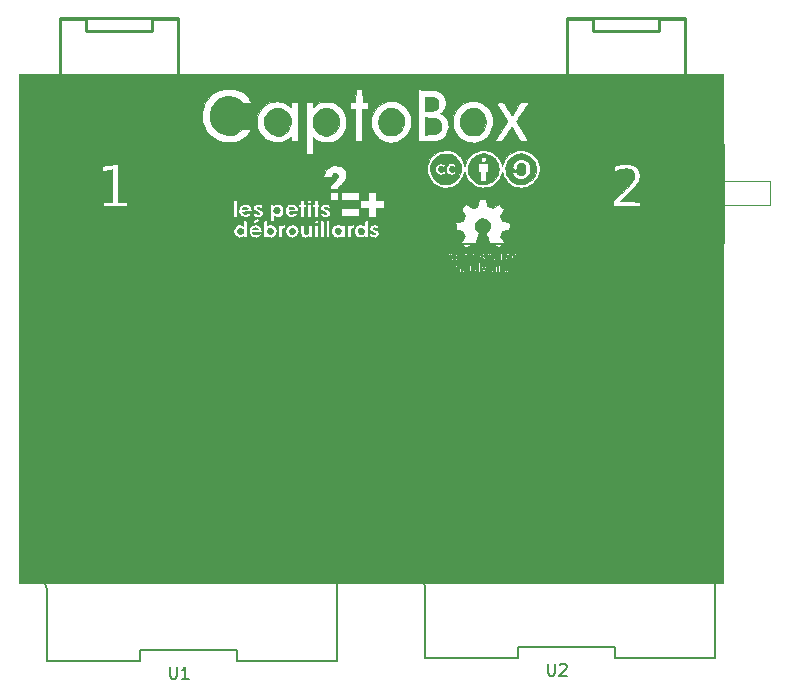
<source format=gto>
G04 #@! TF.FileFunction,Legend,Top*
%FSLAX46Y46*%
G04 Gerber Fmt 4.6, Leading zero omitted, Abs format (unit mm)*
G04 Created by KiCad (PCBNEW 4.0.7) date Wed Oct 11 15:04:58 2017*
%MOMM*%
%LPD*%
G01*
G04 APERTURE LIST*
%ADD10C,0.200000*%
%ADD11C,0.150000*%
%ADD12C,0.127000*%
%ADD13C,0.254000*%
%ADD14C,0.066040*%
%ADD15C,0.152400*%
%ADD16C,0.010000*%
%ADD17C,0.101600*%
G04 APERTURE END LIST*
D10*
D11*
X95118000Y-108470000D02*
X95118000Y-75390000D01*
X93118000Y-73390000D02*
X70458000Y-73390000D01*
X68458000Y-75390000D02*
X68458000Y-101470000D01*
X70608000Y-108470000D02*
X78468000Y-108470000D01*
X78468000Y-108470000D02*
X78468000Y-107470000D01*
X78468000Y-107470000D02*
X86688000Y-107470000D01*
X86688000Y-107470000D02*
X86688000Y-108470000D01*
X86688000Y-108470000D02*
X95117999Y-108470000D01*
X70458000Y-73390000D02*
G75*
G03X68458000Y-75390000I0J-2000000D01*
G01*
X95118000Y-75390000D02*
G75*
G03X93118000Y-73390000I-2000000J0D01*
G01*
X70608000Y-108470000D02*
X70608000Y-102470000D01*
X70608000Y-102470000D02*
G75*
G03X69608000Y-101470000I-1000000J0D01*
G01*
X69618000Y-101470000D02*
X68458000Y-101470000D01*
X68458000Y-101470000D02*
X68458000Y-101470000D01*
X63114000Y-108724000D02*
X63114000Y-75644000D01*
X61114000Y-73644000D02*
X38454000Y-73644000D01*
X36454000Y-75644000D02*
X36454000Y-101724000D01*
X38604000Y-108724000D02*
X46464000Y-108724000D01*
X46464000Y-108724000D02*
X46464000Y-107724000D01*
X46464000Y-107724000D02*
X54684000Y-107724000D01*
X54684000Y-107724000D02*
X54684000Y-108724000D01*
X54684000Y-108724000D02*
X63113999Y-108724000D01*
X38454000Y-73644000D02*
G75*
G03X36454000Y-75644000I0J-2000000D01*
G01*
X63114000Y-75644000D02*
G75*
G03X61114000Y-73644000I-2000000J0D01*
G01*
X38604000Y-108724000D02*
X38604000Y-102724000D01*
X38604000Y-102724000D02*
G75*
G03X37604000Y-101724000I-1000000J0D01*
G01*
X37614000Y-101724000D02*
X36454000Y-101724000D01*
X36454000Y-101724000D02*
X36454000Y-101724000D01*
D12*
X39705280Y-61739780D02*
X39705280Y-63736220D01*
D13*
X39705280Y-54338220D02*
X39705280Y-61140340D01*
X39705280Y-61140340D02*
X39705280Y-64236600D01*
X49702720Y-61140340D02*
X49702720Y-64236600D01*
X49702720Y-61140340D02*
X49702720Y-54338220D01*
X39705280Y-64236600D02*
X49702720Y-64236600D01*
X39705280Y-54239160D02*
X49702720Y-54239160D01*
X49702720Y-54239160D02*
X49702720Y-64137540D01*
X49702720Y-64137540D02*
X39705280Y-64137540D01*
X39705280Y-64137540D02*
X39705280Y-54239160D01*
X39705280Y-61140340D02*
X49702720Y-61140340D01*
X39705280Y-54338220D02*
X41904920Y-54338220D01*
X41904920Y-54338220D02*
X41904920Y-55338980D01*
X41904920Y-55338980D02*
X47503080Y-55338980D01*
X47503080Y-55338980D02*
X47503080Y-54338220D01*
X47503080Y-54338220D02*
X49702720Y-54338220D01*
D14*
X67310000Y-92964000D02*
X64770000Y-92964000D01*
X64770000Y-92964000D02*
X64770000Y-100584000D01*
X67310000Y-100584000D02*
X64770000Y-100584000D01*
X67310000Y-92964000D02*
X67310000Y-100584000D01*
D12*
X67310000Y-100584000D02*
X64770000Y-100584000D01*
X64770000Y-100584000D02*
X64770000Y-92964000D01*
X64770000Y-92964000D02*
X67310000Y-92964000D01*
X67310000Y-92964000D02*
X67310000Y-100584000D01*
D10*
X67310000Y-100584000D02*
X64770000Y-100584000D01*
X64770000Y-100584000D02*
X64770000Y-92964000D01*
X64770000Y-92964000D02*
X67310000Y-92964000D01*
X67310000Y-92964000D02*
X67310000Y-100584000D01*
D12*
X82631280Y-61739780D02*
X82631280Y-63736220D01*
D13*
X82631280Y-54338220D02*
X82631280Y-61140340D01*
X82631280Y-61140340D02*
X82631280Y-64236600D01*
X92628720Y-61140340D02*
X92628720Y-64236600D01*
X92628720Y-61140340D02*
X92628720Y-54338220D01*
X82631280Y-64236600D02*
X92628720Y-64236600D01*
X82631280Y-54239160D02*
X92628720Y-54239160D01*
X92628720Y-54239160D02*
X92628720Y-64137540D01*
X92628720Y-64137540D02*
X82631280Y-64137540D01*
X82631280Y-64137540D02*
X82631280Y-54239160D01*
X82631280Y-61140340D02*
X92628720Y-61140340D01*
X82631280Y-54338220D02*
X84830920Y-54338220D01*
X84830920Y-54338220D02*
X84830920Y-55338980D01*
X84830920Y-55338980D02*
X90429080Y-55338980D01*
X90429080Y-55338980D02*
X90429080Y-54338220D01*
X90429080Y-54338220D02*
X92628720Y-54338220D01*
D14*
X43992800Y-83312000D02*
X43992800Y-82448400D01*
X43992800Y-82448400D02*
X43383200Y-82448400D01*
X43383200Y-83312000D02*
X43383200Y-82448400D01*
X43992800Y-83312000D02*
X43383200Y-83312000D01*
X43992800Y-90525600D02*
X43992800Y-89662000D01*
X43992800Y-89662000D02*
X43383200Y-89662000D01*
X43383200Y-90525600D02*
X43383200Y-89662000D01*
X43992800Y-90525600D02*
X43383200Y-90525600D01*
D15*
X44577000Y-89662000D02*
X42799000Y-89662000D01*
X42545000Y-89408000D02*
X42545000Y-89027000D01*
X42672000Y-88900000D02*
X42545000Y-89027000D01*
X44831000Y-89408000D02*
X44831000Y-89027000D01*
X44704000Y-88900000D02*
X44831000Y-89027000D01*
X42672000Y-84074000D02*
X42545000Y-83947000D01*
X42672000Y-84074000D02*
X42672000Y-88900000D01*
X44704000Y-84074000D02*
X44831000Y-83947000D01*
X44704000Y-84074000D02*
X44704000Y-88900000D01*
X42545000Y-83566000D02*
X42545000Y-83947000D01*
X44831000Y-83566000D02*
X44831000Y-83947000D01*
X44577000Y-83312000D02*
X42799000Y-83312000D01*
X42545000Y-89408000D02*
G75*
G03X42799000Y-89662000I254000J0D01*
G01*
X44577000Y-89662000D02*
G75*
G03X44831000Y-89408000I0J254000D01*
G01*
X44831000Y-83566000D02*
G75*
G03X44577000Y-83312000I-254000J0D01*
G01*
X42799000Y-83312000D02*
G75*
G03X42545000Y-83566000I0J-254000D01*
G01*
D14*
X53797200Y-82804000D02*
X53797200Y-83667600D01*
X53797200Y-83667600D02*
X54406800Y-83667600D01*
X54406800Y-82804000D02*
X54406800Y-83667600D01*
X53797200Y-82804000D02*
X54406800Y-82804000D01*
X53797200Y-75590400D02*
X53797200Y-76454000D01*
X53797200Y-76454000D02*
X54406800Y-76454000D01*
X54406800Y-75590400D02*
X54406800Y-76454000D01*
X53797200Y-75590400D02*
X54406800Y-75590400D01*
D15*
X53213000Y-76454000D02*
X54991000Y-76454000D01*
X55245000Y-76708000D02*
X55245000Y-77089000D01*
X55118000Y-77216000D02*
X55245000Y-77089000D01*
X52959000Y-76708000D02*
X52959000Y-77089000D01*
X53086000Y-77216000D02*
X52959000Y-77089000D01*
X55118000Y-82042000D02*
X55245000Y-82169000D01*
X55118000Y-82042000D02*
X55118000Y-77216000D01*
X53086000Y-82042000D02*
X52959000Y-82169000D01*
X53086000Y-82042000D02*
X53086000Y-77216000D01*
X55245000Y-82550000D02*
X55245000Y-82169000D01*
X52959000Y-82550000D02*
X52959000Y-82169000D01*
X53213000Y-82804000D02*
X54991000Y-82804000D01*
X55245000Y-76708000D02*
G75*
G03X54991000Y-76454000I-254000J0D01*
G01*
X53213000Y-76454000D02*
G75*
G03X52959000Y-76708000I0J-254000D01*
G01*
X52959000Y-82550000D02*
G75*
G03X53213000Y-82804000I254000J0D01*
G01*
X54991000Y-82804000D02*
G75*
G03X55245000Y-82550000I0J254000D01*
G01*
D14*
X48768000Y-87833200D02*
X47904400Y-87833200D01*
X47904400Y-87833200D02*
X47904400Y-88442800D01*
X48768000Y-88442800D02*
X47904400Y-88442800D01*
X48768000Y-87833200D02*
X48768000Y-88442800D01*
X55981600Y-87833200D02*
X55118000Y-87833200D01*
X55118000Y-87833200D02*
X55118000Y-88442800D01*
X55981600Y-88442800D02*
X55118000Y-88442800D01*
X55981600Y-87833200D02*
X55981600Y-88442800D01*
D15*
X55118000Y-87249000D02*
X55118000Y-89027000D01*
X54864000Y-89281000D02*
X54483000Y-89281000D01*
X54356000Y-89154000D02*
X54483000Y-89281000D01*
X54864000Y-86995000D02*
X54483000Y-86995000D01*
X54356000Y-87122000D02*
X54483000Y-86995000D01*
X49530000Y-89154000D02*
X49403000Y-89281000D01*
X49530000Y-89154000D02*
X54356000Y-89154000D01*
X49530000Y-87122000D02*
X49403000Y-86995000D01*
X49530000Y-87122000D02*
X54356000Y-87122000D01*
X49022000Y-89281000D02*
X49403000Y-89281000D01*
X49022000Y-86995000D02*
X49403000Y-86995000D01*
X48768000Y-87249000D02*
X48768000Y-89027000D01*
X54864000Y-89281000D02*
G75*
G03X55118000Y-89027000I0J254000D01*
G01*
X55118000Y-87249000D02*
G75*
G03X54864000Y-86995000I-254000J0D01*
G01*
X49022000Y-86995000D02*
G75*
G03X48768000Y-87249000I0J-254000D01*
G01*
X48768000Y-89027000D02*
G75*
G03X49022000Y-89281000I254000J0D01*
G01*
D16*
G36*
X95864024Y-102078761D02*
X36215976Y-102078761D01*
X36215976Y-74949832D01*
X73133694Y-74949832D01*
X73133787Y-75170538D01*
X73134295Y-75345662D01*
X73135555Y-75480473D01*
X73137910Y-75580241D01*
X73141698Y-75650234D01*
X73147259Y-75695721D01*
X73154933Y-75721972D01*
X73165061Y-75734256D01*
X73177982Y-75737841D01*
X73184545Y-75738020D01*
X73210454Y-75733552D01*
X73225700Y-75713151D01*
X73233059Y-75666321D01*
X73235304Y-75582567D01*
X73235396Y-75545658D01*
X73239857Y-75415807D01*
X73255231Y-75329124D01*
X73284504Y-75278551D01*
X73330661Y-75257027D01*
X73358332Y-75254937D01*
X73417266Y-75261799D01*
X73455818Y-75287953D01*
X73478019Y-75341749D01*
X73487900Y-75431537D01*
X73489650Y-75526989D01*
X73490198Y-75630135D01*
X73493986Y-75692620D01*
X73504231Y-75724636D01*
X73524147Y-75736372D01*
X73556246Y-75738020D01*
X73622842Y-75738020D01*
X73615421Y-75568337D01*
X73718479Y-75568337D01*
X73737744Y-75658437D01*
X73795132Y-75715042D01*
X73890029Y-75737605D01*
X73908025Y-75738020D01*
X73981799Y-75731060D01*
X74035483Y-75713732D01*
X74043924Y-75707509D01*
X74069118Y-75689820D01*
X74074435Y-75707509D01*
X74095678Y-75732276D01*
X74125286Y-75738020D01*
X74148578Y-75734483D01*
X74163426Y-75717691D01*
X74171712Y-75678370D01*
X74175320Y-75607248D01*
X74176135Y-75495051D01*
X74176136Y-75487706D01*
X74175079Y-75445628D01*
X74354114Y-75445628D01*
X74354654Y-75571257D01*
X74357269Y-75654642D01*
X74363457Y-75704385D01*
X74374713Y-75729090D01*
X74392533Y-75737359D01*
X74404965Y-75738020D01*
X74429836Y-75733946D01*
X74444959Y-75715049D01*
X74452726Y-75671320D01*
X74455526Y-75592746D01*
X74455816Y-75525017D01*
X74457577Y-75443111D01*
X74759438Y-75443111D01*
X74769813Y-75551897D01*
X74795785Y-75640904D01*
X74813617Y-75671028D01*
X74885485Y-75724650D01*
X74976382Y-75738474D01*
X75067698Y-75711700D01*
X75108175Y-75698367D01*
X75116877Y-75711700D01*
X75138630Y-75731483D01*
X75180441Y-75738020D01*
X75244004Y-75738020D01*
X75244004Y-75191688D01*
X75345765Y-75191688D01*
X75356765Y-75243092D01*
X75380966Y-75327225D01*
X75417664Y-75446728D01*
X75457311Y-75571648D01*
X75487108Y-75655169D01*
X75510827Y-75704885D01*
X75532240Y-75728391D01*
X75555117Y-75733281D01*
X75559723Y-75732764D01*
X75589858Y-75717676D01*
X75617653Y-75676120D01*
X75647832Y-75599309D01*
X75671247Y-75525382D01*
X75701007Y-75436710D01*
X75728051Y-75373823D01*
X75747877Y-75346603D01*
X75752348Y-75347404D01*
X75769224Y-75381103D01*
X75794587Y-75449875D01*
X75823360Y-75539787D01*
X75827495Y-75553686D01*
X75859246Y-75652058D01*
X75886025Y-75709419D01*
X75912777Y-75734633D01*
X75930374Y-75738020D01*
X75950406Y-75732090D01*
X75970744Y-75710476D01*
X75993725Y-75667441D01*
X76021685Y-75597249D01*
X76031577Y-75568337D01*
X76210170Y-75568337D01*
X76229436Y-75658437D01*
X76286823Y-75715042D01*
X76381721Y-75737605D01*
X76399717Y-75738020D01*
X76473490Y-75731060D01*
X76527175Y-75713732D01*
X76535616Y-75707509D01*
X76560810Y-75689820D01*
X76566126Y-75707509D01*
X76587370Y-75732276D01*
X76616977Y-75738020D01*
X76640270Y-75734483D01*
X76655117Y-75717691D01*
X76663403Y-75678370D01*
X76667012Y-75607248D01*
X76667827Y-75495051D01*
X76667828Y-75487706D01*
X76664333Y-75348622D01*
X76650433Y-75252462D01*
X76621008Y-75191577D01*
X76570937Y-75158315D01*
X76541943Y-75153235D01*
X76820381Y-75153235D01*
X76820381Y-75738020D01*
X76883944Y-75738020D01*
X76914902Y-75735993D01*
X76933711Y-75723151D01*
X76943397Y-75689355D01*
X76946987Y-75624463D01*
X76947508Y-75525017D01*
X76950046Y-75407017D01*
X76957371Y-75356606D01*
X77256464Y-75356606D01*
X77256498Y-75439990D01*
X77258083Y-75464348D01*
X77279951Y-75591375D01*
X77326786Y-75676437D01*
X77402520Y-75723869D01*
X77506440Y-75738020D01*
X77588855Y-75730550D01*
X77656143Y-75711780D01*
X77672669Y-75702633D01*
X77704897Y-75669262D01*
X77694882Y-75636041D01*
X77689184Y-75628833D01*
X77660410Y-75604958D01*
X77623262Y-75609122D01*
X77584920Y-75626530D01*
X77500546Y-75646970D01*
X77425411Y-75628241D01*
X77372419Y-75577027D01*
X77354315Y-75507112D01*
X77377660Y-75495953D01*
X77439415Y-75487698D01*
X77527157Y-75483868D01*
X77545005Y-75483766D01*
X77735696Y-75483766D01*
X77735696Y-75406227D01*
X77715310Y-75294813D01*
X77658922Y-75207118D01*
X77574535Y-75154590D01*
X77469552Y-75141462D01*
X77376739Y-75176797D01*
X77304319Y-75246682D01*
X77270995Y-75298806D01*
X77256464Y-75356606D01*
X76957371Y-75356606D01*
X76961213Y-75330172D01*
X76986336Y-75284893D01*
X77030743Y-75261590D01*
X77099763Y-75250676D01*
X77099954Y-75250658D01*
X77170145Y-75232437D01*
X77196429Y-75201017D01*
X77183479Y-75163081D01*
X77136955Y-75143894D01*
X77071632Y-75146448D01*
X77018204Y-75164920D01*
X76969772Y-75182668D01*
X76947647Y-75178118D01*
X76947508Y-75176712D01*
X76925738Y-75159060D01*
X76883944Y-75153235D01*
X76820381Y-75153235D01*
X76541943Y-75153235D01*
X76495096Y-75145027D01*
X76437392Y-75143456D01*
X76346638Y-75151584D01*
X76281721Y-75172715D01*
X76249597Y-75201969D01*
X76257223Y-75234465D01*
X76281937Y-75252524D01*
X76332880Y-75266487D01*
X76349968Y-75255006D01*
X76387821Y-75234485D01*
X76449000Y-75230960D01*
X76509141Y-75243773D01*
X76535616Y-75260022D01*
X76560247Y-75308726D01*
X76566126Y-75349011D01*
X76561393Y-75383369D01*
X76538727Y-75400781D01*
X76485432Y-75406895D01*
X76434645Y-75407489D01*
X76320321Y-75420289D01*
X76247546Y-75460008D01*
X76213554Y-75528630D01*
X76210170Y-75568337D01*
X76031577Y-75568337D01*
X76056959Y-75494161D01*
X76101883Y-75352443D01*
X76146047Y-75208363D01*
X76152900Y-75165283D01*
X76127804Y-75155173D01*
X76106088Y-75157512D01*
X76074696Y-75168910D01*
X76049898Y-75199262D01*
X76026305Y-75258729D01*
X75998526Y-75357472D01*
X75997093Y-75362995D01*
X75971591Y-75454651D01*
X75949032Y-75523604D01*
X75933361Y-75558137D01*
X75930739Y-75560042D01*
X75916389Y-75537642D01*
X75891706Y-75478062D01*
X75861290Y-75392732D01*
X75851483Y-75363046D01*
X75809325Y-75245620D01*
X75773094Y-75178122D01*
X75739523Y-75160468D01*
X75705346Y-75192574D01*
X75667297Y-75274354D01*
X75637807Y-75357513D01*
X75604967Y-75447793D01*
X75575857Y-75512938D01*
X75555061Y-75543275D01*
X75549826Y-75543221D01*
X75534703Y-75509585D01*
X75512401Y-75440538D01*
X75487412Y-75350162D01*
X75484198Y-75337570D01*
X75457977Y-75241716D01*
X75435840Y-75185741D01*
X75412228Y-75159598D01*
X75382240Y-75153235D01*
X75359475Y-75154821D01*
X75346993Y-75164951D01*
X75345765Y-75191688D01*
X75244004Y-75191688D01*
X75244004Y-74898981D01*
X75180441Y-74898981D01*
X75145041Y-74902267D01*
X75126027Y-74920136D01*
X75118330Y-74964602D01*
X75116877Y-75047678D01*
X75116877Y-75200189D01*
X75044359Y-75164012D01*
X74955980Y-75143966D01*
X74870385Y-75164106D01*
X74804657Y-75219017D01*
X74789851Y-75244686D01*
X74765752Y-75334166D01*
X74759438Y-75443111D01*
X74457577Y-75443111D01*
X74458354Y-75407017D01*
X74469521Y-75330172D01*
X74494644Y-75284893D01*
X74539052Y-75261590D01*
X74608072Y-75250676D01*
X74608262Y-75250658D01*
X74679509Y-75231910D01*
X74704952Y-75199902D01*
X74692986Y-75159201D01*
X74647145Y-75139614D01*
X74581054Y-75144109D01*
X74531910Y-75162228D01*
X74481231Y-75181508D01*
X74456340Y-75179203D01*
X74455816Y-75176712D01*
X74434504Y-75157632D01*
X74404965Y-75153235D01*
X74383117Y-75156336D01*
X74368615Y-75171374D01*
X74359964Y-75206953D01*
X74355667Y-75271675D01*
X74354229Y-75374143D01*
X74354114Y-75445628D01*
X74175079Y-75445628D01*
X74172641Y-75348622D01*
X74158742Y-75252462D01*
X74129317Y-75191577D01*
X74079245Y-75158315D01*
X74003405Y-75145027D01*
X73945700Y-75143456D01*
X73854946Y-75151584D01*
X73790029Y-75172715D01*
X73757906Y-75201969D01*
X73765531Y-75234465D01*
X73790246Y-75252524D01*
X73841188Y-75266487D01*
X73858276Y-75255006D01*
X73895828Y-75234970D01*
X73959694Y-75230363D01*
X74027343Y-75242472D01*
X74034217Y-75244944D01*
X74065276Y-75281273D01*
X74074435Y-75333933D01*
X74071588Y-75376955D01*
X74054451Y-75398745D01*
X74010131Y-75406517D01*
X73942953Y-75407489D01*
X73828629Y-75420289D01*
X73755855Y-75460008D01*
X73721862Y-75528630D01*
X73718479Y-75568337D01*
X73615421Y-75568337D01*
X73612393Y-75499109D01*
X73603363Y-75366055D01*
X73587334Y-75273990D01*
X73560323Y-75213144D01*
X73518348Y-75173744D01*
X73470410Y-75150753D01*
X73388971Y-75144751D01*
X73323168Y-75164817D01*
X73235396Y-75201491D01*
X73235396Y-74958527D01*
X73236164Y-74846356D01*
X73239597Y-74776530D01*
X73247385Y-74740553D01*
X73261217Y-74729927D01*
X73279890Y-74734870D01*
X73372242Y-74760738D01*
X73460978Y-74762286D01*
X73523959Y-74740229D01*
X73569355Y-74678515D01*
X73596128Y-74585216D01*
X73604371Y-74476026D01*
X73604009Y-74472133D01*
X73718479Y-74472133D01*
X73721661Y-74562617D01*
X73735491Y-74621907D01*
X73766392Y-74669488D01*
X73792799Y-74697533D01*
X73882372Y-74755120D01*
X73986347Y-74773409D01*
X74087539Y-74750625D01*
X74120840Y-74731425D01*
X74159064Y-74695648D01*
X74155471Y-74663981D01*
X74149253Y-74655683D01*
X74108882Y-74633913D01*
X74073436Y-74645261D01*
X73990528Y-74671074D01*
X73911757Y-74665356D01*
X73850751Y-74632515D01*
X73821137Y-74576957D01*
X73820180Y-74563365D01*
X73826172Y-74539813D01*
X73851012Y-74525983D01*
X73904994Y-74519406D01*
X73998414Y-74517611D01*
X74010871Y-74517600D01*
X74107928Y-74516703D01*
X74164829Y-74511778D01*
X74192265Y-74499475D01*
X74200927Y-74476442D01*
X74201257Y-74466749D01*
X74328689Y-74466749D01*
X74329188Y-74595542D01*
X74331621Y-74681914D01*
X74337392Y-74734292D01*
X74347907Y-74761101D01*
X74364569Y-74770770D01*
X74379540Y-74771854D01*
X74404292Y-74767822D01*
X74419399Y-74749091D01*
X74427209Y-74705703D01*
X74430071Y-74627704D01*
X74430391Y-74556324D01*
X74431446Y-74450300D01*
X74436621Y-74382922D01*
X74448930Y-74341996D01*
X74471386Y-74315331D01*
X74493954Y-74299145D01*
X74543717Y-74272244D01*
X74582844Y-74276595D01*
X74621081Y-74299145D01*
X74652146Y-74323078D01*
X74671017Y-74352991D01*
X74680708Y-74401077D01*
X74684232Y-74479529D01*
X74684645Y-74556324D01*
X74685596Y-74661236D01*
X74690015Y-74725265D01*
X74700252Y-74758367D01*
X74718655Y-74770498D01*
X74735496Y-74771854D01*
X74759084Y-74768222D01*
X74773991Y-74751050D01*
X74782190Y-74710930D01*
X74784213Y-74668542D01*
X75167728Y-74668542D01*
X75190518Y-74702957D01*
X75248777Y-74735706D01*
X75327339Y-74760443D01*
X75411038Y-74770822D01*
X75412197Y-74770836D01*
X75526143Y-74751708D01*
X75583819Y-74719158D01*
X75639477Y-74649981D01*
X75650811Y-74596890D01*
X75636951Y-74515631D01*
X75605884Y-74479423D01*
X75752513Y-74479423D01*
X75755521Y-74572672D01*
X75768103Y-74633192D01*
X75795596Y-74678929D01*
X75819543Y-74704823D01*
X75907534Y-74760009D01*
X76008627Y-74772397D01*
X76107884Y-74741609D01*
X76148454Y-74713151D01*
X76199013Y-74640758D01*
X76228571Y-74539260D01*
X76234309Y-74427041D01*
X76230319Y-74407079D01*
X76362723Y-74407079D01*
X76362723Y-74407903D01*
X76363971Y-74525223D01*
X76369160Y-74603676D01*
X76380456Y-74655218D01*
X76400024Y-74691800D01*
X76418006Y-74713008D01*
X76485405Y-74756539D01*
X76566752Y-74772027D01*
X76640793Y-74757154D01*
X76665921Y-74740072D01*
X76696094Y-74721040D01*
X76711263Y-74740072D01*
X76743193Y-74766684D01*
X76771649Y-74771854D01*
X76792246Y-74768384D01*
X76806062Y-74752378D01*
X76814439Y-74715442D01*
X76818716Y-74649183D01*
X76820235Y-74545206D01*
X76820358Y-74478663D01*
X76972933Y-74478663D01*
X76972933Y-74771854D01*
X77036497Y-74771854D01*
X77066634Y-74770021D01*
X77085324Y-74757986D01*
X77095302Y-74725944D01*
X77099302Y-74664092D01*
X77100058Y-74562624D01*
X77100060Y-74543920D01*
X77100722Y-74484738D01*
X77393861Y-74484738D01*
X77398151Y-74571109D01*
X77414147Y-74627223D01*
X77449777Y-74673533D01*
X77476895Y-74698922D01*
X77570535Y-74754981D01*
X77673824Y-74772991D01*
X77770972Y-74751662D01*
X77811766Y-74726283D01*
X77848968Y-74691172D01*
X77847796Y-74666607D01*
X77826218Y-74645999D01*
X77784308Y-74625061D01*
X77754959Y-74640719D01*
X77699430Y-74665931D01*
X77626290Y-74666238D01*
X77561644Y-74642709D01*
X77548899Y-74632275D01*
X77506134Y-74558740D01*
X77496400Y-74498665D01*
X77914543Y-74498665D01*
X77934316Y-74601776D01*
X77987366Y-74693969D01*
X78003192Y-74711131D01*
X78077505Y-74754632D01*
X78174332Y-74772932D01*
X78271073Y-74764300D01*
X78333730Y-74736467D01*
X78366225Y-74704065D01*
X78357118Y-74671682D01*
X78347295Y-74659113D01*
X78309554Y-74632802D01*
X78285963Y-74643649D01*
X78229141Y-74669277D01*
X78154650Y-74667662D01*
X78085691Y-74641820D01*
X78054955Y-74613644D01*
X78025477Y-74564945D01*
X78015376Y-74537368D01*
X78038724Y-74527919D01*
X78100484Y-74520929D01*
X78188233Y-74517686D01*
X78206066Y-74517600D01*
X78396757Y-74517600D01*
X78396757Y-74417316D01*
X78374586Y-74308353D01*
X78312803Y-74225260D01*
X78218501Y-74176572D01*
X78191947Y-74170974D01*
X78097999Y-74177974D01*
X78019774Y-74224290D01*
X77960782Y-74299875D01*
X77924535Y-74394682D01*
X77914543Y-74498665D01*
X77496400Y-74498665D01*
X77490937Y-74464954D01*
X77504600Y-74383723D01*
X77555270Y-74307508D01*
X77629861Y-74275416D01*
X77717093Y-74287339D01*
X77780818Y-74302247D01*
X77821540Y-74289000D01*
X77831436Y-74280204D01*
X77846816Y-74254806D01*
X77828980Y-74231281D01*
X77770986Y-74200134D01*
X77657143Y-74168339D01*
X77556531Y-74182325D01*
X77475190Y-74237534D01*
X77419160Y-74329408D01*
X77394481Y-74453389D01*
X77393861Y-74484738D01*
X77100722Y-74484738D01*
X77101298Y-74433285D01*
X77106445Y-74362576D01*
X77117652Y-74320896D01*
X77137072Y-74297350D01*
X77150389Y-74289050D01*
X77215727Y-74273144D01*
X77258447Y-74276425D01*
X77316763Y-74272121D01*
X77347038Y-74240721D01*
X77362801Y-74204658D01*
X77343830Y-74185339D01*
X77301510Y-74173927D01*
X77208826Y-74175844D01*
X77167258Y-74195063D01*
X77122661Y-74219088D01*
X77097135Y-74210818D01*
X77084035Y-74192773D01*
X77041994Y-74165389D01*
X77015805Y-74169022D01*
X76997067Y-74182698D01*
X76984629Y-74212480D01*
X76977272Y-74267158D01*
X76973780Y-74355523D01*
X76972933Y-74478663D01*
X76820358Y-74478663D01*
X76820381Y-74466749D01*
X76819882Y-74337955D01*
X76817449Y-74251583D01*
X76811677Y-74199206D01*
X76801162Y-74172396D01*
X76784500Y-74162728D01*
X76769530Y-74161644D01*
X76745149Y-74165544D01*
X76730099Y-74183765D01*
X76722158Y-74226089D01*
X76719102Y-74302298D01*
X76718679Y-74385387D01*
X76715529Y-74511426D01*
X76703873Y-74594883D01*
X76680405Y-74643759D01*
X76641818Y-74666057D01*
X76600996Y-74670152D01*
X76540415Y-74659791D01*
X76499835Y-74624011D01*
X76475985Y-74555766D01*
X76465595Y-74448012D01*
X76464425Y-74375944D01*
X76463463Y-74271389D01*
X76458999Y-74207691D01*
X76448665Y-74174865D01*
X76430090Y-74162930D01*
X76413574Y-74161644D01*
X76390125Y-74165230D01*
X76375246Y-74182221D01*
X76367005Y-74221963D01*
X76363474Y-74293800D01*
X76362723Y-74407079D01*
X76230319Y-74407079D01*
X76213406Y-74322487D01*
X76209796Y-74313292D01*
X76152015Y-74232063D01*
X76068412Y-74183760D01*
X75973042Y-74170403D01*
X75879959Y-74194012D01*
X75804465Y-74255007D01*
X75772209Y-74311750D01*
X75756224Y-74387217D01*
X75752513Y-74479423D01*
X75605884Y-74479423D01*
X75590853Y-74461905D01*
X75505741Y-74429857D01*
X75446174Y-74420101D01*
X75364302Y-74407056D01*
X75320570Y-74389369D01*
X75302295Y-74360704D01*
X75299561Y-74346877D01*
X75313819Y-74299590D01*
X75363663Y-74271390D01*
X75436049Y-74266493D01*
X75500654Y-74281892D01*
X75567512Y-74291687D01*
X75613269Y-74269624D01*
X75625386Y-74234807D01*
X75602853Y-74211810D01*
X75546693Y-74190364D01*
X75474064Y-74174601D01*
X75402126Y-74168648D01*
X75364167Y-74171935D01*
X75273259Y-74208231D01*
X75214976Y-74266906D01*
X75190139Y-74336808D01*
X75199568Y-74406787D01*
X75244082Y-74465691D01*
X75324502Y-74502371D01*
X75339659Y-74505258D01*
X75443020Y-74522692D01*
X75505580Y-74537167D01*
X75536842Y-74553134D01*
X75546312Y-74575045D01*
X75544404Y-74601131D01*
X75530350Y-74637993D01*
X75492478Y-74657049D01*
X75426459Y-74665349D01*
X75350039Y-74663734D01*
X75291895Y-74650123D01*
X75280587Y-74643436D01*
X75234499Y-74626461D01*
X75189078Y-74636153D01*
X75167751Y-74667300D01*
X75167728Y-74668542D01*
X74784213Y-74668542D01*
X74785651Y-74638447D01*
X74786347Y-74529157D01*
X74785311Y-74414358D01*
X74780538Y-74338166D01*
X74769525Y-74288350D01*
X74749771Y-74252682D01*
X74723939Y-74224051D01*
X74642224Y-74171375D01*
X74555092Y-74168769D01*
X74486899Y-74201223D01*
X74446087Y-74226590D01*
X74431823Y-74220620D01*
X74430391Y-74201223D01*
X74409134Y-74168584D01*
X74379540Y-74161644D01*
X74358074Y-74164637D01*
X74343679Y-74179235D01*
X74334949Y-74213865D01*
X74330481Y-74276953D01*
X74328870Y-74376926D01*
X74328689Y-74466749D01*
X74201257Y-74466749D01*
X74201562Y-74457830D01*
X74181996Y-74339019D01*
X74128128Y-74246549D01*
X74047202Y-74187427D01*
X73946462Y-74168662D01*
X73907182Y-74173052D01*
X73813681Y-74210952D01*
X73752599Y-74284884D01*
X73722439Y-74397220D01*
X73718479Y-74472133D01*
X73604009Y-74472133D01*
X73594179Y-74366640D01*
X73565648Y-74272753D01*
X73520769Y-74211516D01*
X73449660Y-74170025D01*
X73380338Y-74168142D01*
X73305316Y-74198431D01*
X73256573Y-74220689D01*
X73237822Y-74216308D01*
X73235396Y-74198274D01*
X73214226Y-74168578D01*
X73184545Y-74161644D01*
X73170306Y-74163093D01*
X73159007Y-74170954D01*
X73150310Y-74190497D01*
X73143873Y-74226988D01*
X73139358Y-74285699D01*
X73136423Y-74371898D01*
X73134729Y-74490854D01*
X73133937Y-74647836D01*
X73133705Y-74848112D01*
X73133694Y-74949832D01*
X36215976Y-74949832D01*
X36215976Y-74472133D01*
X72523484Y-74472133D01*
X72526666Y-74562617D01*
X72540496Y-74621907D01*
X72571397Y-74669488D01*
X72597804Y-74697533D01*
X72672319Y-74753520D01*
X72754893Y-74771707D01*
X72765025Y-74771854D01*
X72849831Y-74757031D01*
X72924074Y-74705522D01*
X72932246Y-74697533D01*
X72979414Y-74640979D01*
X73001291Y-74581011D01*
X73006567Y-74495785D01*
X72997510Y-74369152D01*
X72967419Y-74280485D01*
X72911911Y-74219704D01*
X72877443Y-74198749D01*
X72774637Y-74170202D01*
X72673494Y-74184619D01*
X72589217Y-74239167D01*
X72575436Y-74255007D01*
X72542012Y-74315042D01*
X72526235Y-74395718D01*
X72523484Y-74472133D01*
X36215976Y-74472133D01*
X36215976Y-72223860D01*
X54384191Y-72223860D01*
X54387043Y-72375433D01*
X54426233Y-72520617D01*
X54502217Y-72647294D01*
X54610269Y-72745141D01*
X54739291Y-72809949D01*
X54877413Y-72839314D01*
X55012763Y-72830833D01*
X55133471Y-72782105D01*
X55141657Y-72776724D01*
X55198815Y-72739457D01*
X55225710Y-72729977D01*
X55233719Y-72746877D01*
X55234194Y-72765280D01*
X55239169Y-72794047D01*
X55262045Y-72808286D01*
X55314750Y-72811564D01*
X55380391Y-72809009D01*
X55526587Y-72801383D01*
X55526587Y-72293071D01*
X55666427Y-72293071D01*
X55689364Y-72451357D01*
X55753132Y-72589544D01*
X55850164Y-72702568D01*
X55972894Y-72785362D01*
X56113754Y-72832860D01*
X56265179Y-72839997D01*
X56419602Y-72801707D01*
X56423650Y-72800035D01*
X56544341Y-72728884D01*
X56647720Y-72629775D01*
X56699079Y-72553485D01*
X56735600Y-72483566D01*
X56590422Y-72483566D01*
X56441726Y-72499738D01*
X56341195Y-72533935D01*
X56262403Y-72565231D01*
X56197199Y-72569762D01*
X56145091Y-72558887D01*
X56077247Y-72526297D01*
X56015948Y-72474949D01*
X55977315Y-72420021D01*
X55971532Y-72395471D01*
X55995510Y-72390793D01*
X56061663Y-72386809D01*
X56161313Y-72383821D01*
X56285785Y-72382131D01*
X56362906Y-72381864D01*
X56518967Y-72380930D01*
X56630791Y-72377749D01*
X56704964Y-72371751D01*
X56748072Y-72362367D01*
X56766701Y-72349028D01*
X56767713Y-72346857D01*
X56775241Y-72273597D01*
X56758417Y-72174071D01*
X56721221Y-72064239D01*
X56673675Y-71969865D01*
X56574656Y-71844989D01*
X56452912Y-71764283D01*
X56304092Y-71725353D01*
X56220774Y-71720803D01*
X56052652Y-71743410D01*
X55909034Y-71808034D01*
X55794566Y-71909876D01*
X55713897Y-72044139D01*
X55671674Y-72206024D01*
X55666427Y-72293071D01*
X55526587Y-72293071D01*
X55526587Y-71442422D01*
X55972974Y-71442422D01*
X56015100Y-71530761D01*
X56046455Y-71587397D01*
X56071633Y-71617573D01*
X56075799Y-71619101D01*
X56105864Y-71609415D01*
X56170779Y-71583476D01*
X56259054Y-71545963D01*
X56306276Y-71525252D01*
X56400635Y-71483151D01*
X56475823Y-71449021D01*
X56520829Y-71427887D01*
X56528513Y-71423809D01*
X56528359Y-71402985D01*
X56899560Y-71402985D01*
X56899560Y-72801383D01*
X57046064Y-72809018D01*
X57135987Y-72810086D01*
X57186344Y-72800184D01*
X57207062Y-72778880D01*
X57223105Y-72757701D01*
X57254399Y-72763565D01*
X57302100Y-72790220D01*
X57404341Y-72827917D01*
X57529676Y-72838245D01*
X57658041Y-72820724D01*
X57719999Y-72800170D01*
X57857987Y-72717994D01*
X57956940Y-72603409D01*
X58016460Y-72457067D01*
X58036148Y-72282723D01*
X58031731Y-72182137D01*
X58020008Y-72090999D01*
X58006652Y-72038621D01*
X57941567Y-71929794D01*
X57840952Y-71830686D01*
X57745968Y-71769325D01*
X57676860Y-71746228D01*
X58158118Y-71746228D01*
X58158118Y-72263212D01*
X58158916Y-72420454D01*
X58161144Y-72560110D01*
X58164550Y-72674299D01*
X58168885Y-72755139D01*
X58173898Y-72794747D01*
X58175069Y-72797146D01*
X58207860Y-72806298D01*
X58275171Y-72812453D01*
X58340334Y-72814096D01*
X58488649Y-72814096D01*
X58488649Y-72494607D01*
X58490640Y-72368231D01*
X58491785Y-72344808D01*
X58772291Y-72344808D01*
X58807240Y-72486278D01*
X58876004Y-72613506D01*
X58975256Y-72719020D01*
X59101669Y-72795352D01*
X59251916Y-72835030D01*
X59317537Y-72838963D01*
X59413722Y-72833366D01*
X59504522Y-72818601D01*
X59533654Y-72810585D01*
X59681971Y-72737051D01*
X59793162Y-72629600D01*
X59865349Y-72490964D01*
X59896657Y-72323877D01*
X59897879Y-72280162D01*
X59876636Y-72104110D01*
X59815027Y-71957473D01*
X59716228Y-71843406D01*
X59583416Y-71765061D01*
X59505329Y-71746228D01*
X60039600Y-71746228D01*
X60039695Y-72159391D01*
X60041390Y-72338297D01*
X60047952Y-72474470D01*
X60061737Y-72575967D01*
X60085100Y-72650846D01*
X60120395Y-72707163D01*
X60169980Y-72752974D01*
X60223702Y-72788808D01*
X60321911Y-72827364D01*
X60435264Y-72840449D01*
X60544237Y-72828068D01*
X60570191Y-72816523D01*
X61692252Y-72816523D01*
X62010070Y-72801383D01*
X62010070Y-71402985D01*
X61851161Y-71395415D01*
X61743186Y-71390272D01*
X62200761Y-71390272D01*
X62200761Y-72814096D01*
X62505866Y-72814096D01*
X62505866Y-72265383D01*
X62640436Y-72265383D01*
X62654810Y-72413609D01*
X62704912Y-72554006D01*
X62790779Y-72677737D01*
X62912445Y-72775967D01*
X62935564Y-72788900D01*
X63045431Y-72826361D01*
X63171896Y-72838606D01*
X63294328Y-72825575D01*
X63387310Y-72790220D01*
X63442359Y-72760713D01*
X63470389Y-72760092D01*
X63481858Y-72777602D01*
X63509215Y-72800243D01*
X63574108Y-72811776D01*
X63649212Y-72814096D01*
X63802563Y-72814096D01*
X63802563Y-71746228D01*
X63980541Y-71746228D01*
X63980541Y-72816523D01*
X64298359Y-72801383D01*
X64305514Y-72471972D01*
X64310387Y-72319689D01*
X64313663Y-72280162D01*
X64590751Y-72280162D01*
X64610683Y-72458611D01*
X64668579Y-72605786D01*
X64761593Y-72718835D01*
X64886875Y-72794908D01*
X65041578Y-72831155D01*
X65142933Y-72832845D01*
X65244127Y-72822739D01*
X65312183Y-72801868D01*
X65364526Y-72764840D01*
X65365405Y-72764017D01*
X65429790Y-72703530D01*
X65429790Y-72758813D01*
X65434336Y-72789563D01*
X65455841Y-72806174D01*
X65506104Y-72812921D01*
X65582343Y-72814096D01*
X65734895Y-72814096D01*
X65734895Y-72509864D01*
X65848770Y-72509864D01*
X65849200Y-72547102D01*
X65869975Y-72608326D01*
X65880525Y-72630634D01*
X65954065Y-72722843D01*
X66061473Y-72790816D01*
X66190111Y-72830883D01*
X66327340Y-72839377D01*
X66460524Y-72812628D01*
X66480593Y-72804841D01*
X66583964Y-72739702D01*
X66659820Y-72648281D01*
X66698268Y-72543888D01*
X66701061Y-72508237D01*
X66693033Y-72414759D01*
X66664547Y-72340224D01*
X66609004Y-72278375D01*
X66519800Y-72222954D01*
X66390337Y-72167707D01*
X66311902Y-72139393D01*
X66238060Y-72109638D01*
X66203274Y-72081781D01*
X66196930Y-72046821D01*
X66197487Y-72042331D01*
X66224564Y-71995947D01*
X66275100Y-71979524D01*
X66328700Y-71997284D01*
X66344087Y-72011968D01*
X66386067Y-72033952D01*
X66456783Y-72047606D01*
X66537881Y-72052180D01*
X66611007Y-72046921D01*
X66657809Y-72031080D01*
X66663462Y-72025035D01*
X66664639Y-71980322D01*
X66636743Y-71916747D01*
X66589129Y-71848756D01*
X66531150Y-71790793D01*
X66496771Y-71767627D01*
X66378011Y-71727328D01*
X66247330Y-71720559D01*
X66118447Y-71744386D01*
X66005082Y-71795871D01*
X65920952Y-71872081D01*
X65906517Y-71893928D01*
X65862328Y-72009146D01*
X65867605Y-72116208D01*
X65921359Y-72213305D01*
X66022602Y-72298628D01*
X66165844Y-72368661D01*
X66283170Y-72417797D01*
X66355031Y-72459528D01*
X66385601Y-72497493D01*
X66379051Y-72535330D01*
X66370531Y-72547129D01*
X66314147Y-72580591D01*
X66246758Y-72578294D01*
X66191833Y-72541861D01*
X66186652Y-72534416D01*
X66157414Y-72504059D01*
X66108936Y-72488525D01*
X66026709Y-72483638D01*
X66009959Y-72483566D01*
X65928305Y-72487846D01*
X65868833Y-72498897D01*
X65848770Y-72509864D01*
X65734895Y-72509864D01*
X65734895Y-71546748D01*
X73183011Y-71546748D01*
X73190134Y-71855681D01*
X73197257Y-72164613D01*
X73469763Y-72216031D01*
X73582998Y-72239218D01*
X73678016Y-72262075D01*
X73743395Y-72281646D01*
X73766613Y-72292875D01*
X73788107Y-72329314D01*
X73820453Y-72399456D01*
X73857943Y-72488924D01*
X73894870Y-72583344D01*
X73925527Y-72668338D01*
X73944206Y-72729531D01*
X73947308Y-72748034D01*
X73933704Y-72782001D01*
X73896855Y-72847547D01*
X73842705Y-72934614D01*
X73789588Y-73014970D01*
X73631869Y-73247592D01*
X73846234Y-73463076D01*
X73929559Y-73546497D01*
X73998511Y-73614886D01*
X74045984Y-73661241D01*
X74064871Y-73678558D01*
X74064897Y-73678561D01*
X74086260Y-73665138D01*
X74141028Y-73628687D01*
X74220666Y-73574933D01*
X74307180Y-73516060D01*
X74545165Y-73353560D01*
X74787487Y-73476712D01*
X74833548Y-73367876D01*
X74859109Y-73306978D01*
X74899573Y-73209981D01*
X74950408Y-73087778D01*
X75007080Y-72951260D01*
X75040774Y-72869967D01*
X75201939Y-72480894D01*
X75069536Y-72365071D01*
X74943320Y-72232593D01*
X74862539Y-72092371D01*
X74821814Y-71934669D01*
X74819115Y-71911726D01*
X74824863Y-71738476D01*
X74874951Y-71579457D01*
X74963463Y-71441133D01*
X75084483Y-71329972D01*
X75232097Y-71252438D01*
X75400388Y-71214998D01*
X75458756Y-71212543D01*
X75641691Y-71235825D01*
X75801436Y-71303848D01*
X75935294Y-71414813D01*
X76040567Y-71566924D01*
X76064378Y-71616247D01*
X76097865Y-71740680D01*
X76103859Y-71886094D01*
X76083063Y-72031151D01*
X76047380Y-72133075D01*
X75991249Y-72220544D01*
X75907463Y-72317621D01*
X75811593Y-72407130D01*
X75769083Y-72440058D01*
X75753673Y-72454226D01*
X75746280Y-72474212D01*
X75748817Y-72506722D01*
X75763198Y-72558462D01*
X75791336Y-72636137D01*
X75835146Y-72746453D01*
X75896541Y-72896117D01*
X75905282Y-72917284D01*
X75964459Y-73060731D01*
X76018123Y-73191184D01*
X76062768Y-73300090D01*
X76094888Y-73378897D01*
X76110794Y-73418576D01*
X76133112Y-73476410D01*
X76255264Y-73414511D01*
X76377417Y-73352611D01*
X76617022Y-73515999D01*
X76856627Y-73679386D01*
X77067333Y-73469775D01*
X77150099Y-73385703D01*
X77217584Y-73313852D01*
X77262608Y-73262093D01*
X77278038Y-73238704D01*
X77264299Y-73210137D01*
X77227180Y-73149849D01*
X77172831Y-73067521D01*
X77125486Y-72998600D01*
X77062262Y-72905524D01*
X77011795Y-72826543D01*
X76980279Y-72771638D01*
X76972796Y-72752532D01*
X76981915Y-72716170D01*
X77005814Y-72646886D01*
X77039076Y-72558429D01*
X77076285Y-72464543D01*
X77112024Y-72378978D01*
X77140877Y-72315478D01*
X77154874Y-72290425D01*
X77187509Y-72274695D01*
X77258804Y-72254316D01*
X77357147Y-72232297D01*
X77436818Y-72217354D01*
X77548716Y-72196128D01*
X77643227Y-72174807D01*
X77708147Y-72156337D01*
X77729340Y-72146770D01*
X77745606Y-72110994D01*
X77755948Y-72032407D01*
X77760706Y-71907768D01*
X77761121Y-71844019D01*
X77761863Y-71728873D01*
X77759155Y-71647703D01*
X77745596Y-71592922D01*
X77713784Y-71556943D01*
X77656319Y-71532179D01*
X77565801Y-71511043D01*
X77434827Y-71485949D01*
X77406445Y-71480438D01*
X77140757Y-71428410D01*
X77043029Y-71201770D01*
X76945302Y-70975130D01*
X77111670Y-70725255D01*
X77176729Y-70626039D01*
X77229865Y-70542147D01*
X77265492Y-70482597D01*
X77278038Y-70456630D01*
X77261120Y-70432230D01*
X77215138Y-70379989D01*
X77147257Y-70307755D01*
X77070421Y-70229180D01*
X76862804Y-70020479D01*
X76599869Y-70199457D01*
X76336933Y-70378434D01*
X76114643Y-70289630D01*
X75892353Y-70200825D01*
X75828789Y-69886590D01*
X75807946Y-69783548D01*
X86558319Y-69783548D01*
X86558319Y-70195806D01*
X87683394Y-70189185D01*
X88808469Y-70182565D01*
X88815888Y-69985862D01*
X88823308Y-69789159D01*
X87983150Y-69782458D01*
X87142993Y-69775758D01*
X87782052Y-69115314D01*
X87997022Y-68891564D01*
X88178274Y-68698700D01*
X88328817Y-68532434D01*
X88451655Y-68388477D01*
X88549798Y-68262542D01*
X88626250Y-68150341D01*
X88684020Y-68047585D01*
X88726113Y-67949988D01*
X88755537Y-67853261D01*
X88775298Y-67753116D01*
X88784150Y-67686249D01*
X88784816Y-67464951D01*
X88736493Y-67255382D01*
X88640393Y-67061161D01*
X88526032Y-66915081D01*
X88363616Y-66778335D01*
X88166019Y-66676485D01*
X87935963Y-66610523D01*
X87676167Y-66581439D01*
X87607428Y-66580049D01*
X87445475Y-66584339D01*
X87294236Y-66600146D01*
X87138089Y-66630233D01*
X86961415Y-66677365D01*
X86831642Y-66717341D01*
X86583744Y-66796517D01*
X86583744Y-67036655D01*
X86585404Y-67153001D01*
X86590988Y-67225036D01*
X86601402Y-67259210D01*
X86615526Y-67262981D01*
X86652190Y-67246920D01*
X86722545Y-67216006D01*
X86813744Y-67175885D01*
X86850711Y-67159611D01*
X87113335Y-67060212D01*
X87357555Y-67000434D01*
X87580870Y-66979966D01*
X87780780Y-66998491D01*
X87954785Y-67055695D01*
X88100385Y-67151264D01*
X88215080Y-67284884D01*
X88244468Y-67334917D01*
X88277648Y-67414767D01*
X88293746Y-67506609D01*
X88296741Y-67614597D01*
X88292704Y-67700039D01*
X88280781Y-67781349D01*
X88258279Y-67862270D01*
X88222501Y-67946545D01*
X88170752Y-68037919D01*
X88100338Y-68140133D01*
X88008562Y-68256933D01*
X87892729Y-68392060D01*
X87750146Y-68549260D01*
X87578115Y-68732274D01*
X87373942Y-68944847D01*
X87238449Y-69084478D01*
X86558319Y-69783548D01*
X75807946Y-69783548D01*
X75765225Y-69572354D01*
X75155893Y-69572354D01*
X75097467Y-69876968D01*
X75073521Y-69995607D01*
X75051153Y-70095310D01*
X75032822Y-70165815D01*
X75020988Y-70196860D01*
X75020752Y-70197081D01*
X74990250Y-70213073D01*
X74924457Y-70242509D01*
X74835360Y-70280103D01*
X74795329Y-70296466D01*
X74588194Y-70380352D01*
X74325262Y-70199051D01*
X74062330Y-70017751D01*
X73852266Y-70226723D01*
X73769636Y-70310661D01*
X73702297Y-70382369D01*
X73657442Y-70433962D01*
X73642202Y-70457109D01*
X73655960Y-70485371D01*
X73693304Y-70545850D01*
X73748341Y-70629330D01*
X73807468Y-70715561D01*
X73873348Y-70812045D01*
X73926759Y-70894061D01*
X73961793Y-70952282D01*
X73972733Y-70976502D01*
X73963067Y-71008819D01*
X73937948Y-71073730D01*
X73903194Y-71157643D01*
X73864623Y-71246964D01*
X73828055Y-71328100D01*
X73799308Y-71387458D01*
X73788929Y-71405912D01*
X73755887Y-71425071D01*
X73688057Y-71446787D01*
X73611040Y-71464145D01*
X73498079Y-71485516D01*
X73380316Y-71508116D01*
X73317261Y-71520388D01*
X73183011Y-71546748D01*
X65734895Y-71546748D01*
X65734895Y-71387846D01*
X65575986Y-71395415D01*
X65417077Y-71402985D01*
X65409651Y-71600032D01*
X65404021Y-71692705D01*
X65395751Y-71761708D01*
X65386417Y-71794892D01*
X65384226Y-71796178D01*
X65351059Y-71784049D01*
X65302663Y-71758941D01*
X65215094Y-71730502D01*
X65102067Y-71722448D01*
X64984486Y-71734279D01*
X64883258Y-71765493D01*
X64875774Y-71769179D01*
X64744705Y-71860682D01*
X64654349Y-71980827D01*
X64603595Y-72131603D01*
X64590751Y-72280162D01*
X64313663Y-72280162D01*
X64319454Y-72210316D01*
X64335881Y-72135926D01*
X64362835Y-72088588D01*
X64403481Y-72060373D01*
X64460985Y-72043353D01*
X64477999Y-72039986D01*
X64565326Y-72023604D01*
X64565326Y-71872203D01*
X64564219Y-71788154D01*
X64557043Y-71742927D01*
X64538008Y-71724493D01*
X64501327Y-71720824D01*
X64492478Y-71720803D01*
X64420249Y-71736700D01*
X64352638Y-71773499D01*
X64307107Y-71805423D01*
X64288344Y-71804428D01*
X64285646Y-71786212D01*
X64275381Y-71763240D01*
X64237779Y-71750868D01*
X64162630Y-71746419D01*
X64133093Y-71746228D01*
X63980541Y-71746228D01*
X63802563Y-71746228D01*
X63649212Y-71746228D01*
X63552370Y-71750671D01*
X63498385Y-71765061D01*
X63481858Y-71782722D01*
X63465247Y-71802666D01*
X63431805Y-71795083D01*
X63387310Y-71770104D01*
X63283608Y-71731711D01*
X63157414Y-71721097D01*
X63028806Y-71738225D01*
X62939545Y-71770916D01*
X62811346Y-71862094D01*
X62718739Y-71980789D01*
X62661757Y-72118164D01*
X62640436Y-72265383D01*
X62505866Y-72265383D01*
X62505866Y-71390272D01*
X62200761Y-71390272D01*
X61743186Y-71390272D01*
X61692252Y-71387846D01*
X61692252Y-72816523D01*
X60570191Y-72816523D01*
X60629307Y-72790228D01*
X60631322Y-72788671D01*
X60688244Y-72748210D01*
X60717018Y-72742205D01*
X60725945Y-72769651D01*
X60726086Y-72777227D01*
X60735600Y-72799569D01*
X60771230Y-72809832D01*
X60843607Y-72810326D01*
X60872283Y-72809009D01*
X61018479Y-72801383D01*
X61018479Y-72547598D01*
X61187847Y-72547598D01*
X61188975Y-72661285D01*
X61191299Y-72741691D01*
X61194731Y-72780413D01*
X61195090Y-72781565D01*
X61229920Y-72802837D01*
X61312911Y-72813124D01*
X61360924Y-72814096D01*
X61514275Y-72814096D01*
X61514275Y-71743802D01*
X61355366Y-71751371D01*
X61196457Y-71758941D01*
X61189532Y-72253987D01*
X61188003Y-72409031D01*
X61187847Y-72547598D01*
X61018479Y-72547598D01*
X61018479Y-71758941D01*
X60859570Y-71751371D01*
X60700661Y-71743802D01*
X60700286Y-72069189D01*
X60698360Y-72231844D01*
X60691238Y-72350494D01*
X60676257Y-72431921D01*
X60650757Y-72482907D01*
X60612074Y-72510235D01*
X60557548Y-72520686D01*
X60522683Y-72521704D01*
X60458948Y-72517239D01*
X60412462Y-72499318D01*
X60380552Y-72461153D01*
X60360546Y-72395953D01*
X60349773Y-72296930D01*
X60345560Y-72157294D01*
X60345080Y-72070402D01*
X60344705Y-71746228D01*
X60039600Y-71746228D01*
X59505329Y-71746228D01*
X59419770Y-71725593D01*
X59334861Y-71721361D01*
X59162279Y-71743459D01*
X59016826Y-71807968D01*
X58903609Y-71909640D01*
X58817148Y-72049019D01*
X58774485Y-72196564D01*
X58772291Y-72344808D01*
X58491785Y-72344808D01*
X58496069Y-72257228D01*
X58504119Y-72173229D01*
X58513971Y-72127866D01*
X58514489Y-72126834D01*
X58554355Y-72089048D01*
X58621381Y-72055046D01*
X58641616Y-72048205D01*
X58742903Y-72017859D01*
X58742903Y-71869331D01*
X58741244Y-71785969D01*
X58733187Y-71741442D01*
X58714113Y-71723765D01*
X58685696Y-71720898D01*
X58625937Y-71734026D01*
X58554923Y-71766042D01*
X58545856Y-71771375D01*
X58491513Y-71800996D01*
X58467547Y-71801890D01*
X58463223Y-71783993D01*
X58451171Y-71762009D01*
X58408735Y-71750216D01*
X58326499Y-71746284D01*
X58310671Y-71746228D01*
X58158118Y-71746228D01*
X57676860Y-71746228D01*
X57647172Y-71736306D01*
X57530157Y-71722684D01*
X57415836Y-71728966D01*
X57325124Y-71755661D01*
X57319079Y-71758941D01*
X57266742Y-71785693D01*
X57236447Y-71796178D01*
X57227619Y-71773196D01*
X57220959Y-71711300D01*
X57217583Y-71622413D01*
X57217378Y-71592462D01*
X57217378Y-71568215D01*
X61185379Y-71568215D01*
X61202033Y-71615230D01*
X61247804Y-71637724D01*
X61332224Y-71644341D01*
X61360924Y-71644526D01*
X61514275Y-71644526D01*
X61514275Y-71387846D01*
X61355366Y-71395415D01*
X61196457Y-71402985D01*
X61188309Y-71488038D01*
X61185379Y-71568215D01*
X57217378Y-71568215D01*
X57217378Y-71387846D01*
X57058469Y-71395415D01*
X56899560Y-71402985D01*
X56528359Y-71402985D01*
X56528310Y-71396368D01*
X56507752Y-71344527D01*
X56476029Y-71285276D01*
X56442333Y-71235602D01*
X56415855Y-71212491D01*
X56414069Y-71212294D01*
X56371553Y-71224022D01*
X56309161Y-71252898D01*
X56297159Y-71259451D01*
X56223898Y-71300651D01*
X56134256Y-71351211D01*
X56093023Y-71374515D01*
X55972974Y-71442422D01*
X55526587Y-71442422D01*
X55526587Y-71402985D01*
X55367678Y-71395415D01*
X55208769Y-71387846D01*
X55208769Y-71821757D01*
X55126136Y-71771375D01*
X55030064Y-71735377D01*
X54909150Y-71721206D01*
X54784858Y-71729670D01*
X54693087Y-71755054D01*
X54572126Y-71831495D01*
X54478887Y-71941822D01*
X54415524Y-72075967D01*
X54384191Y-72223860D01*
X36215976Y-72223860D01*
X36215976Y-67099812D01*
X43262906Y-67099812D01*
X43266659Y-67176392D01*
X43274498Y-67219052D01*
X43276748Y-67222576D01*
X43305750Y-67223311D01*
X43374205Y-67215417D01*
X43471805Y-67200743D01*
X43588243Y-67181141D01*
X43713213Y-67158461D01*
X43836407Y-67134553D01*
X43947519Y-67111268D01*
X44036241Y-67090456D01*
X44078789Y-67078577D01*
X44088526Y-67077773D01*
X44096732Y-67084649D01*
X44103539Y-67103149D01*
X44109076Y-67137217D01*
X44113473Y-67190794D01*
X44116862Y-67267826D01*
X44119371Y-67372254D01*
X44121130Y-67508023D01*
X44122272Y-67679074D01*
X44122924Y-67889352D01*
X44123218Y-68142799D01*
X44123284Y-68426497D01*
X44123284Y-69788470D01*
X43335095Y-69788470D01*
X43335095Y-70195854D01*
X44358469Y-70189209D01*
X45381842Y-70182565D01*
X45389268Y-69985517D01*
X45396694Y-69788470D01*
X44606367Y-69788470D01*
X44606367Y-69635918D01*
X54344305Y-69635918D01*
X54344305Y-71087594D01*
X54503213Y-71080024D01*
X54662122Y-71072454D01*
X54667314Y-70520217D01*
X54794397Y-70520217D01*
X54805374Y-70659809D01*
X54850107Y-70793198D01*
X54930189Y-70912991D01*
X55047212Y-71011795D01*
X55114939Y-71048652D01*
X55273901Y-71100963D01*
X55426474Y-71104403D01*
X55580550Y-71058906D01*
X55611106Y-71044494D01*
X55682539Y-70999333D01*
X55754258Y-70938607D01*
X55817385Y-70872300D01*
X55863039Y-70810399D01*
X55882341Y-70762888D01*
X55879997Y-70754637D01*
X55990601Y-70754637D01*
X56006794Y-70835601D01*
X56051875Y-70940213D01*
X56135408Y-71022519D01*
X56248568Y-71078942D01*
X56382530Y-71105906D01*
X56528471Y-71099835D01*
X56611795Y-71080777D01*
X56693690Y-71041324D01*
X56771559Y-70981031D01*
X56786366Y-70965478D01*
X56835928Y-70897308D01*
X56857627Y-70826775D01*
X56861422Y-70755703D01*
X56845853Y-70641433D01*
X56795642Y-70552150D01*
X56705528Y-70481847D01*
X56572028Y-70425104D01*
X56453607Y-70382123D01*
X56379156Y-70345208D01*
X56342817Y-70310277D01*
X56338732Y-70273249D01*
X56341537Y-70264526D01*
X56376450Y-70231111D01*
X56430455Y-70221767D01*
X56479431Y-70237381D01*
X56496271Y-70258841D01*
X56519778Y-70281142D01*
X56574899Y-70293201D01*
X56670855Y-70296973D01*
X56676208Y-70296979D01*
X56841509Y-70296979D01*
X56824318Y-70227059D01*
X56772562Y-70109500D01*
X56683924Y-70026753D01*
X56592346Y-69991874D01*
X57446206Y-69991874D01*
X57446206Y-71441123D01*
X57776737Y-71441123D01*
X57776737Y-71225007D01*
X57777534Y-71127337D01*
X57779661Y-71052641D01*
X57782721Y-71012596D01*
X57784074Y-71008891D01*
X57809008Y-71019338D01*
X57863268Y-71045672D01*
X57891151Y-71059742D01*
X58032696Y-71105537D01*
X58177181Y-71105604D01*
X58315697Y-71063669D01*
X58439332Y-70983453D01*
X58539176Y-70868680D01*
X58591136Y-70767237D01*
X58615860Y-70658225D01*
X58620804Y-70525022D01*
X58614951Y-70468513D01*
X58710492Y-70468513D01*
X58712126Y-70621124D01*
X58752800Y-70762086D01*
X58826790Y-70885962D01*
X58928368Y-70987312D01*
X59051811Y-71060699D01*
X59191390Y-71100684D01*
X59341382Y-71101830D01*
X59496060Y-71058697D01*
X59527050Y-71044281D01*
X59616382Y-70987450D01*
X59696541Y-70915020D01*
X59756314Y-70839268D01*
X59784489Y-70772474D01*
X59785346Y-70761447D01*
X59763086Y-70738746D01*
X59705966Y-70727569D01*
X59628475Y-70727172D01*
X59545102Y-70736812D01*
X59470335Y-70755746D01*
X59422452Y-70780062D01*
X59347478Y-70817382D01*
X59269899Y-70830913D01*
X59186999Y-70815081D01*
X59112414Y-70774697D01*
X59061474Y-70720429D01*
X59048008Y-70676515D01*
X59050833Y-70657926D01*
X59064252Y-70644739D01*
X59095678Y-70636030D01*
X59152528Y-70630878D01*
X59242215Y-70628362D01*
X59372155Y-70627558D01*
X59442102Y-70627509D01*
X59836196Y-70627509D01*
X59835638Y-70506739D01*
X59813569Y-70349855D01*
X59753814Y-70217951D01*
X59669370Y-70119001D01*
X59887047Y-70119001D01*
X59888714Y-70194257D01*
X59898960Y-70231785D01*
X59925656Y-70244701D01*
X59963324Y-70246128D01*
X60039600Y-70246128D01*
X60039600Y-70648697D01*
X60040687Y-70787020D01*
X60043689Y-70907161D01*
X60048215Y-71000046D01*
X60053877Y-71056602D01*
X60057659Y-71069326D01*
X60091206Y-71078048D01*
X60158476Y-71081389D01*
X60216568Y-71079920D01*
X60357418Y-71072454D01*
X60371390Y-70246128D01*
X60447036Y-70246128D01*
X60491820Y-70243299D01*
X60514152Y-70226070D01*
X60521836Y-70181324D01*
X60522683Y-70119001D01*
X60521016Y-70043745D01*
X60510770Y-70006217D01*
X60484074Y-69993301D01*
X60446407Y-69991874D01*
X60598959Y-69991874D01*
X60598959Y-70521570D01*
X60599738Y-70680793D01*
X60601915Y-70822494D01*
X60605249Y-70938896D01*
X60609497Y-71022218D01*
X60614420Y-71064684D01*
X60615909Y-71068217D01*
X60648701Y-71077369D01*
X60716012Y-71083524D01*
X60781175Y-71085167D01*
X60929490Y-71085167D01*
X60929490Y-70119001D01*
X61031191Y-70119001D01*
X61032858Y-70194257D01*
X61043104Y-70231785D01*
X61069801Y-70244701D01*
X61107468Y-70246128D01*
X61183744Y-70246128D01*
X61183744Y-70648697D01*
X61184831Y-70787020D01*
X61187833Y-70907161D01*
X61192359Y-71000046D01*
X61198021Y-71056602D01*
X61201804Y-71069326D01*
X61235351Y-71078048D01*
X61302620Y-71081389D01*
X61360712Y-71079920D01*
X61501562Y-71072454D01*
X61506935Y-70754637D01*
X61685896Y-70754637D01*
X61702089Y-70835601D01*
X61727694Y-70909943D01*
X61762474Y-70966319D01*
X61855732Y-71037554D01*
X61979364Y-71085687D01*
X62116982Y-71107586D01*
X62252196Y-71100121D01*
X62336248Y-71075912D01*
X62401713Y-71034316D01*
X63470556Y-71034316D01*
X65048409Y-71034316D01*
X65048409Y-70347830D01*
X65785746Y-70347830D01*
X65785746Y-71059742D01*
X66421382Y-71059742D01*
X66421382Y-70347830D01*
X67158719Y-70347830D01*
X67158719Y-69688165D01*
X66796407Y-69681110D01*
X66434094Y-69674056D01*
X66427020Y-69324456D01*
X66419947Y-68974857D01*
X65785746Y-68974857D01*
X65785746Y-69686769D01*
X65049885Y-69686769D01*
X65042790Y-69349882D01*
X65035696Y-69012995D01*
X63484745Y-69012995D01*
X63484745Y-69674056D01*
X64272933Y-69686769D01*
X65061121Y-69699481D01*
X65061121Y-70335117D01*
X63484745Y-70360543D01*
X63477651Y-70697429D01*
X63470556Y-71034316D01*
X62401713Y-71034316D01*
X62449146Y-71004178D01*
X62524046Y-70902675D01*
X62555933Y-70778714D01*
X62556717Y-70754637D01*
X62540974Y-70640671D01*
X62490296Y-70551474D01*
X62399507Y-70481153D01*
X62267324Y-70425104D01*
X62146244Y-70381350D01*
X62070320Y-70344444D01*
X62034909Y-70310956D01*
X62035365Y-70277455D01*
X62045925Y-70261592D01*
X62096095Y-70227558D01*
X62150700Y-70224616D01*
X62189003Y-70253158D01*
X62191566Y-70258841D01*
X62215073Y-70281142D01*
X62270194Y-70293201D01*
X62366150Y-70296973D01*
X62371503Y-70296979D01*
X62536804Y-70296979D01*
X62519613Y-70227059D01*
X62467857Y-70109500D01*
X62379220Y-70026753D01*
X62254173Y-69979127D01*
X62120642Y-69966488D01*
X61965644Y-69986814D01*
X61840440Y-70047065D01*
X61749966Y-70141830D01*
X61697702Y-70252306D01*
X61694737Y-70354034D01*
X61741333Y-70447482D01*
X61837751Y-70533116D01*
X61984251Y-70611402D01*
X62020644Y-70626647D01*
X62136247Y-70677225D01*
X62206793Y-70719271D01*
X62236453Y-70756976D01*
X62229401Y-70794535D01*
X62210577Y-70817464D01*
X62147340Y-70852681D01*
X62083510Y-70844165D01*
X62042308Y-70805487D01*
X62015626Y-70776775D01*
X61972033Y-70761198D01*
X61897880Y-70755180D01*
X61848224Y-70754637D01*
X61685896Y-70754637D01*
X61506935Y-70754637D01*
X61515534Y-70246128D01*
X61591181Y-70246128D01*
X61635964Y-70243299D01*
X61658296Y-70226070D01*
X61665981Y-70181324D01*
X61666827Y-70119001D01*
X61665161Y-70043745D01*
X61654914Y-70006217D01*
X61628218Y-69993301D01*
X61590551Y-69991874D01*
X61514275Y-69991874D01*
X61514275Y-69635918D01*
X61183744Y-69635918D01*
X61183744Y-69991874D01*
X61107468Y-69991874D01*
X61062314Y-69994651D01*
X61039798Y-70011728D01*
X61032048Y-70056222D01*
X61031191Y-70119001D01*
X60929490Y-70119001D01*
X60929490Y-69991874D01*
X60598959Y-69991874D01*
X60446407Y-69991874D01*
X60370130Y-69991874D01*
X60370130Y-69813861D01*
X60600594Y-69813861D01*
X60617248Y-69860876D01*
X60663019Y-69883370D01*
X60747439Y-69889986D01*
X60776139Y-69890172D01*
X60929490Y-69890172D01*
X60929490Y-69633491D01*
X60611672Y-69648631D01*
X60603524Y-69733684D01*
X60600594Y-69813861D01*
X60370130Y-69813861D01*
X60370130Y-69635918D01*
X60039600Y-69635918D01*
X60039600Y-69991874D01*
X59963324Y-69991874D01*
X59918170Y-69994651D01*
X59895653Y-70011728D01*
X59887904Y-70056222D01*
X59887047Y-70119001D01*
X59669370Y-70119001D01*
X59663705Y-70112363D01*
X59550573Y-70034425D01*
X59421753Y-69985475D01*
X59284575Y-69966845D01*
X59146373Y-69979873D01*
X59014479Y-70025893D01*
X58896225Y-70106241D01*
X58798943Y-70222252D01*
X58753624Y-70309692D01*
X58710492Y-70468513D01*
X58614951Y-70468513D01*
X58606810Y-70389917D01*
X58574721Y-70275201D01*
X58572344Y-70269692D01*
X58503901Y-70157383D01*
X58411147Y-70062416D01*
X58307868Y-69997149D01*
X58246222Y-69977318D01*
X58115402Y-69967152D01*
X57984218Y-69981261D01*
X57872146Y-70016687D01*
X57830836Y-70040412D01*
X57779249Y-70075729D01*
X57756840Y-70082070D01*
X57751438Y-70060055D01*
X57751312Y-70044456D01*
X57746180Y-70015143D01*
X57722978Y-69999305D01*
X57669999Y-69992907D01*
X57598759Y-69991874D01*
X57446206Y-69991874D01*
X56592346Y-69991874D01*
X56558877Y-69979127D01*
X56425347Y-69966488D01*
X56270349Y-69986814D01*
X56145145Y-70047065D01*
X56054671Y-70141830D01*
X56002406Y-70252306D01*
X55999442Y-70354034D01*
X56046038Y-70447482D01*
X56142455Y-70533116D01*
X56288955Y-70611402D01*
X56325348Y-70626647D01*
X56440952Y-70677225D01*
X56511497Y-70719271D01*
X56541157Y-70756976D01*
X56534106Y-70794535D01*
X56515282Y-70817464D01*
X56452045Y-70852681D01*
X56388215Y-70844165D01*
X56347013Y-70805487D01*
X56320330Y-70776775D01*
X56276738Y-70761198D01*
X56202585Y-70755180D01*
X56152928Y-70754637D01*
X55990601Y-70754637D01*
X55879997Y-70754637D01*
X55877302Y-70745158D01*
X55844956Y-70736479D01*
X55778414Y-70730929D01*
X55719396Y-70729777D01*
X55609438Y-70738674D01*
X55533216Y-70766712D01*
X55513874Y-70780062D01*
X55417360Y-70826086D01*
X55313017Y-70826865D01*
X55213988Y-70783479D01*
X55177178Y-70752383D01*
X55130400Y-70700419D01*
X55119038Y-70669392D01*
X55134639Y-70651070D01*
X55171843Y-70642973D01*
X55249861Y-70636089D01*
X55358662Y-70630984D01*
X55488215Y-70628223D01*
X55545656Y-70627899D01*
X55920681Y-70627509D01*
X55920123Y-70506739D01*
X55896244Y-70345225D01*
X55829924Y-70205662D01*
X55726764Y-70093342D01*
X55592366Y-70013556D01*
X55432333Y-69971598D01*
X55348163Y-69966448D01*
X55190070Y-69987992D01*
X55056172Y-70047694D01*
X54948062Y-70138161D01*
X54867334Y-70252000D01*
X54815581Y-70381816D01*
X54794397Y-70520217D01*
X54667314Y-70520217D01*
X54668875Y-70354186D01*
X54675627Y-69635918D01*
X54344305Y-69635918D01*
X44606367Y-69635918D01*
X44606367Y-69025708D01*
X62556717Y-69025708D01*
X62556717Y-69661343D01*
X63217778Y-69661343D01*
X63217778Y-69025708D01*
X62556717Y-69025708D01*
X44606367Y-69025708D01*
X44606367Y-67754436D01*
X61990114Y-67754436D01*
X62709269Y-67754436D01*
X62709309Y-67684516D01*
X62728620Y-67570758D01*
X62780246Y-67478827D01*
X62854936Y-67413777D01*
X62943439Y-67380662D01*
X63036503Y-67384534D01*
X63124878Y-67430448D01*
X63143458Y-67447375D01*
X63198821Y-67519332D01*
X63221898Y-67596401D01*
X63211026Y-67683236D01*
X63164542Y-67784489D01*
X63080781Y-67904816D01*
X62958082Y-68048868D01*
X62909722Y-68101379D01*
X62767579Y-68261321D01*
X62664195Y-68396425D01*
X62596775Y-68511162D01*
X62562523Y-68610003D01*
X62556717Y-68666180D01*
X62556717Y-68746028D01*
X63207563Y-68746028D01*
X63240960Y-68653669D01*
X63276516Y-68592046D01*
X63347170Y-68502601D01*
X63448948Y-68390062D01*
X63546145Y-68290526D01*
X63686464Y-68146080D01*
X63791637Y-68024826D01*
X63866331Y-67918318D01*
X63915210Y-67818110D01*
X63942940Y-67715755D01*
X63954186Y-67602808D01*
X63955115Y-67550102D01*
X63951742Y-67436577D01*
X63938131Y-67350138D01*
X63909047Y-67267268D01*
X63877101Y-67199632D01*
X63780797Y-67054224D01*
X70778134Y-67054224D01*
X70785941Y-67236279D01*
X70808887Y-67396028D01*
X70830140Y-67474757D01*
X70946657Y-67745594D01*
X71098491Y-67984442D01*
X71281803Y-68188615D01*
X71492759Y-68355428D01*
X71727522Y-68482194D01*
X71982255Y-68566228D01*
X72253122Y-68604844D01*
X72443043Y-68603888D01*
X72571100Y-68590301D01*
X72706399Y-68567342D01*
X72820497Y-68539872D01*
X72824424Y-68538684D01*
X73084903Y-68433515D01*
X73318527Y-68287531D01*
X73521263Y-68105117D01*
X73689080Y-67890652D01*
X73817944Y-67648518D01*
X73903825Y-67383098D01*
X73908856Y-67360342D01*
X73926093Y-67285305D01*
X73939884Y-67250042D01*
X73953626Y-67256964D01*
X73970713Y-67308479D01*
X73994542Y-67406997D01*
X73998432Y-67423906D01*
X74076367Y-67654894D01*
X74198451Y-67875757D01*
X74358088Y-68079624D01*
X74548680Y-68259626D01*
X74763631Y-68408894D01*
X74996343Y-68520558D01*
X75078739Y-68548860D01*
X75259994Y-68587989D01*
X75467480Y-68605631D01*
X75681342Y-68601786D01*
X75881721Y-68576453D01*
X75994054Y-68548860D01*
X76239823Y-68448004D01*
X76471646Y-68304679D01*
X76678429Y-68127064D01*
X76849077Y-67923333D01*
X76855578Y-67913903D01*
X76927657Y-67794985D01*
X76993834Y-67661636D01*
X77048365Y-67527934D01*
X77085509Y-67407955D01*
X77099524Y-67315848D01*
X77105403Y-67259119D01*
X77119776Y-67248546D01*
X77139606Y-67280757D01*
X77161857Y-67352379D01*
X77171745Y-67396056D01*
X77240515Y-67614008D01*
X77354636Y-67831435D01*
X77509262Y-68039705D01*
X77571901Y-68108679D01*
X77774772Y-68296031D01*
X77982993Y-68435883D01*
X78204187Y-68531536D01*
X78445976Y-68586291D01*
X78714575Y-68603450D01*
X78992799Y-68584538D01*
X79242578Y-68526526D01*
X79471348Y-68426346D01*
X79686546Y-68280929D01*
X79848111Y-68135773D01*
X80026150Y-67924250D01*
X80161248Y-67689691D01*
X80252542Y-67437614D01*
X80299167Y-67173536D01*
X80300259Y-66902977D01*
X80254954Y-66631455D01*
X80162388Y-66364489D01*
X80134751Y-66305187D01*
X80011321Y-66104255D01*
X79848226Y-65916472D01*
X79655710Y-65750059D01*
X79444021Y-65613235D01*
X79223402Y-65514222D01*
X79106047Y-65479813D01*
X78952381Y-65454818D01*
X78774270Y-65443379D01*
X78591745Y-65445509D01*
X78424838Y-65461223D01*
X78332179Y-65479243D01*
X78082403Y-65567758D01*
X77845412Y-65700070D01*
X77630887Y-65869222D01*
X77448510Y-66068254D01*
X77381666Y-66162391D01*
X77313460Y-66280011D01*
X77250705Y-66411414D01*
X77199032Y-66542381D01*
X77164069Y-66658699D01*
X77151447Y-66743776D01*
X77145917Y-66800725D01*
X77132445Y-66811514D01*
X77113839Y-66779684D01*
X77092908Y-66708775D01*
X77081694Y-66655833D01*
X77013800Y-66428434D01*
X76901699Y-66209420D01*
X76752011Y-66005520D01*
X76571353Y-65823463D01*
X76366345Y-65669978D01*
X76143603Y-65551795D01*
X75924225Y-65478963D01*
X75765820Y-65453823D01*
X75580380Y-65443306D01*
X75389566Y-65447388D01*
X75215038Y-65466045D01*
X75144924Y-65479813D01*
X74918726Y-65556666D01*
X74701434Y-65674891D01*
X74500097Y-65827429D01*
X74321762Y-66007226D01*
X74173474Y-66207225D01*
X74062280Y-66420369D01*
X73997354Y-66628947D01*
X73974158Y-66736667D01*
X73956846Y-66795830D01*
X73942325Y-66807930D01*
X73927502Y-66774464D01*
X73909286Y-66696925D01*
X73904465Y-66673856D01*
X73824989Y-66413635D01*
X73698781Y-66172622D01*
X73527075Y-65953145D01*
X73515620Y-65940992D01*
X73312924Y-65754652D01*
X73101642Y-65615544D01*
X72873851Y-65520056D01*
X72621627Y-65464573D01*
X72434495Y-65447957D01*
X72206779Y-65447624D01*
X72009756Y-65471070D01*
X71827617Y-65521498D01*
X71644550Y-65602114D01*
X71625602Y-65611950D01*
X71407712Y-65753326D01*
X71209894Y-65934254D01*
X71040491Y-66144864D01*
X70907851Y-66375287D01*
X70843265Y-66537176D01*
X70807025Y-66688377D01*
X70785238Y-66866158D01*
X70778134Y-67054224D01*
X63780797Y-67054224D01*
X63767299Y-67033844D01*
X63623688Y-66901106D01*
X63452517Y-66803141D01*
X63260034Y-66741673D01*
X63052488Y-66718426D01*
X62836126Y-66735126D01*
X62617199Y-66793495D01*
X62531554Y-66828337D01*
X62358630Y-66932988D01*
X62215169Y-67075842D01*
X62105068Y-67251144D01*
X62032226Y-67453140D01*
X62005769Y-67604653D01*
X61990114Y-67754436D01*
X44606367Y-67754436D01*
X44606367Y-66635718D01*
X44345756Y-66636928D01*
X44193806Y-66642577D01*
X44031340Y-66659264D01*
X43844650Y-66688710D01*
X43678339Y-66720637D01*
X43271532Y-66803136D01*
X43264035Y-67003051D01*
X43262906Y-67099812D01*
X36215976Y-67099812D01*
X36215976Y-62514385D01*
X51713879Y-62514385D01*
X51720802Y-62726930D01*
X51741165Y-62921280D01*
X51759783Y-63021579D01*
X51857071Y-63342289D01*
X51996420Y-63640457D01*
X52174032Y-63912524D01*
X52386113Y-64154930D01*
X52628866Y-64364115D01*
X52898496Y-64536519D01*
X53191206Y-64668584D01*
X53503201Y-64756748D01*
X53633933Y-64779118D01*
X53803151Y-64792329D01*
X54001174Y-64791327D01*
X54208327Y-64777239D01*
X54404933Y-64751197D01*
X54517796Y-64728382D01*
X54827931Y-64629345D01*
X55111587Y-64487038D01*
X55367754Y-64302205D01*
X55595425Y-64075588D01*
X55793590Y-63807931D01*
X55815673Y-63772545D01*
X55858051Y-63700839D01*
X55886918Y-63647185D01*
X55895255Y-63626349D01*
X55871300Y-63620677D01*
X55805308Y-63615868D01*
X55706091Y-63612297D01*
X55582461Y-63610344D01*
X55515908Y-63610092D01*
X55136561Y-63610092D01*
X54986821Y-63759832D01*
X54792207Y-63919895D01*
X54573298Y-64039394D01*
X54336433Y-64118351D01*
X54087949Y-64156791D01*
X53834185Y-64154736D01*
X53581478Y-64112211D01*
X53336168Y-64029240D01*
X53104592Y-63905845D01*
X52904057Y-63752075D01*
X52726861Y-63564873D01*
X52588986Y-63356446D01*
X52486909Y-63127475D01*
X52479774Y-63101964D01*
X56368787Y-63101964D01*
X56378589Y-63286222D01*
X56400300Y-63447743D01*
X56413990Y-63508390D01*
X56493644Y-63744961D01*
X56602430Y-63955032D01*
X56748316Y-64152255D01*
X56860765Y-64273942D01*
X57076328Y-64463866D01*
X57302543Y-64606581D01*
X57545602Y-64704665D01*
X57811695Y-64760698D01*
X58069129Y-64777264D01*
X58197642Y-64773404D01*
X58330547Y-64761694D01*
X58442776Y-64744483D01*
X58460602Y-64740572D01*
X58628467Y-64686348D01*
X58805920Y-64604517D01*
X58971574Y-64506063D01*
X59083687Y-64420559D01*
X59146160Y-64367667D01*
X59192978Y-64331896D01*
X59210819Y-64322004D01*
X59218069Y-64345354D01*
X59223432Y-64407121D01*
X59225920Y-64494877D01*
X59225986Y-64512695D01*
X59225986Y-64703385D01*
X59810771Y-64703385D01*
X59810771Y-61398080D01*
X60497257Y-61398080D01*
X60497257Y-63580429D01*
X60497459Y-63909172D01*
X60498046Y-64223295D01*
X60498986Y-64519082D01*
X60500250Y-64792821D01*
X60501809Y-65040797D01*
X60503632Y-65259296D01*
X60505689Y-65444604D01*
X60507951Y-65593007D01*
X60510387Y-65700790D01*
X60512968Y-65764241D01*
X60514993Y-65780514D01*
X60546174Y-65787059D01*
X60617061Y-65791177D01*
X60716547Y-65792476D01*
X60813742Y-65791108D01*
X61094755Y-65783966D01*
X61107468Y-65050901D01*
X61120180Y-64317837D01*
X61181580Y-64383229D01*
X61277952Y-64467155D01*
X61407830Y-64554399D01*
X61555442Y-64635743D01*
X61705011Y-64701969D01*
X61761316Y-64721986D01*
X61865382Y-64752769D01*
X61961596Y-64772355D01*
X62067638Y-64783121D01*
X62201189Y-64787440D01*
X62251612Y-64787845D01*
X62516703Y-64776233D01*
X62747449Y-64736150D01*
X62954171Y-64663430D01*
X63147191Y-64553903D01*
X63336831Y-64403404D01*
X63435096Y-64310003D01*
X63544910Y-64196727D01*
X63626272Y-64102114D01*
X63689699Y-64012163D01*
X63745711Y-63912871D01*
X63769879Y-63864346D01*
X63873839Y-63606728D01*
X63934320Y-63346745D01*
X63955054Y-63068002D01*
X63955115Y-63050733D01*
X63931967Y-62750080D01*
X63864087Y-62467149D01*
X63753825Y-62205870D01*
X63603532Y-61970177D01*
X63415557Y-61764001D01*
X63192249Y-61591275D01*
X63027087Y-61497724D01*
X62792532Y-61401896D01*
X62784418Y-61399988D01*
X64234795Y-61399988D01*
X64234795Y-61932014D01*
X64717878Y-61932014D01*
X64717878Y-64703385D01*
X65302663Y-64703385D01*
X65302663Y-63025307D01*
X66029803Y-63025307D01*
X66030550Y-63174425D01*
X66036167Y-63288296D01*
X66048400Y-63382428D01*
X66068997Y-63472330D01*
X66087065Y-63533816D01*
X66192058Y-63805014D01*
X66330692Y-64044814D01*
X66509818Y-64265040D01*
X66512232Y-64267602D01*
X66727746Y-64463435D01*
X66963428Y-64617403D01*
X67213698Y-64726354D01*
X67416247Y-64778200D01*
X67579257Y-64795253D01*
X67766281Y-64795595D01*
X67957945Y-64780590D01*
X68134878Y-64751599D01*
X68252286Y-64719430D01*
X68288258Y-64703385D01*
X69980941Y-64703385D01*
X70673784Y-64702498D01*
X70951360Y-64700592D01*
X71179870Y-64695605D01*
X71361011Y-64687467D01*
X71496477Y-64676111D01*
X71560971Y-64666949D01*
X71801024Y-64603283D01*
X72008678Y-64502573D01*
X72188914Y-64362255D01*
X72227778Y-64323307D01*
X72377291Y-64132378D01*
X72489378Y-63916948D01*
X72562693Y-63685364D01*
X72595891Y-63445970D01*
X72587630Y-63207112D01*
X72550071Y-63037964D01*
X72955174Y-63037964D01*
X72967817Y-63276326D01*
X73005765Y-63492544D01*
X73097341Y-63757279D01*
X73229790Y-64005305D01*
X73397375Y-64229360D01*
X73594358Y-64422183D01*
X73815001Y-64576514D01*
X73896785Y-64620107D01*
X74174550Y-64729860D01*
X74458729Y-64790070D01*
X74746120Y-64800314D01*
X75002463Y-64766965D01*
X75248585Y-64691285D01*
X76489850Y-64691285D01*
X76513686Y-64695820D01*
X76578838Y-64699567D01*
X76675774Y-64702170D01*
X76794962Y-64703279D01*
X76814024Y-64703294D01*
X77138198Y-64703203D01*
X77532293Y-64082591D01*
X77654826Y-63891062D01*
X77753385Y-63740397D01*
X77829993Y-63627756D01*
X77886677Y-63550302D01*
X77925462Y-63505197D01*
X77948373Y-63489603D01*
X77954123Y-63491540D01*
X77974399Y-63520642D01*
X78017026Y-63587160D01*
X78078169Y-63684923D01*
X78153991Y-63807757D01*
X78240657Y-63949491D01*
X78320134Y-64080462D01*
X78413143Y-64233630D01*
X78498703Y-64373340D01*
X78572951Y-64493376D01*
X78632021Y-64587523D01*
X78672048Y-64649566D01*
X78688194Y-64672398D01*
X78717703Y-64686878D01*
X78778465Y-64695712D01*
X78876707Y-64699352D01*
X79018655Y-64698249D01*
X79038748Y-64697823D01*
X79359516Y-64690673D01*
X78863207Y-63877059D01*
X78750090Y-63691321D01*
X78644658Y-63517623D01*
X78550022Y-63361133D01*
X78469290Y-63227017D01*
X78405573Y-63120442D01*
X78361979Y-63046575D01*
X78341620Y-63010583D01*
X78341179Y-63009687D01*
X78337430Y-62990809D01*
X78342867Y-62962821D01*
X78359966Y-62921544D01*
X78391201Y-62862797D01*
X78439045Y-62782403D01*
X78505974Y-62676181D01*
X78594462Y-62539954D01*
X78706982Y-62369542D01*
X78826479Y-62190030D01*
X78943561Y-62014205D01*
X79051202Y-61851887D01*
X79146252Y-61707881D01*
X79225557Y-61586991D01*
X79285968Y-61494021D01*
X79324330Y-61433776D01*
X79337498Y-61411106D01*
X79313626Y-61406320D01*
X79248220Y-61402325D01*
X79150595Y-61399479D01*
X79030066Y-61398138D01*
X78998008Y-61398080D01*
X78658517Y-61398080D01*
X78319661Y-61946052D01*
X78226847Y-62095592D01*
X78142592Y-62230291D01*
X78070635Y-62344258D01*
X78014715Y-62431599D01*
X77978570Y-62486423D01*
X77966252Y-62503019D01*
X77949597Y-62484799D01*
X77910678Y-62428808D01*
X77853295Y-62340934D01*
X77781250Y-62227068D01*
X77698343Y-62093101D01*
X77641122Y-61999176D01*
X77551604Y-61851746D01*
X77469360Y-61717021D01*
X77398532Y-61601729D01*
X77343263Y-61512598D01*
X77307695Y-61456356D01*
X77297687Y-61441404D01*
X77278589Y-61422754D01*
X77247732Y-61410486D01*
X77196163Y-61403653D01*
X77114932Y-61401310D01*
X76995088Y-61402509D01*
X76940523Y-61403631D01*
X76616216Y-61410793D01*
X77089749Y-62172369D01*
X77200248Y-62350410D01*
X77302272Y-62515424D01*
X77392681Y-62662283D01*
X77468333Y-62785859D01*
X77526089Y-62881024D01*
X77562807Y-62942649D01*
X77575201Y-62965008D01*
X77564373Y-62992467D01*
X77528431Y-63057623D01*
X77470287Y-63155741D01*
X77392854Y-63282086D01*
X77299043Y-63431926D01*
X77191766Y-63600524D01*
X77073936Y-63783147D01*
X77038486Y-63837627D01*
X76917986Y-64022759D01*
X76806639Y-64194400D01*
X76707411Y-64347933D01*
X76623272Y-64478740D01*
X76557187Y-64582206D01*
X76512124Y-64653712D01*
X76491051Y-64688641D01*
X76489850Y-64691285D01*
X75248585Y-64691285D01*
X75259659Y-64687880D01*
X75502490Y-64564032D01*
X75725635Y-64400700D01*
X75923774Y-64203163D01*
X76091587Y-63976698D01*
X76223754Y-63726582D01*
X76312674Y-63467119D01*
X76344926Y-63291530D01*
X76360787Y-63093416D01*
X76360025Y-62892214D01*
X76342408Y-62707362D01*
X76322911Y-62609458D01*
X76292571Y-62512293D01*
X76247073Y-62391956D01*
X76194854Y-62270320D01*
X76179523Y-62237645D01*
X76125139Y-62132155D01*
X76068356Y-62042244D01*
X75998861Y-61954196D01*
X75906343Y-61854293D01*
X75844309Y-61791710D01*
X75631514Y-61603646D01*
X75415540Y-61462713D01*
X75188070Y-61365450D01*
X74940792Y-61308398D01*
X74665389Y-61288097D01*
X74633794Y-61287958D01*
X74498497Y-61290333D01*
X74393745Y-61299073D01*
X74299332Y-61317358D01*
X74195051Y-61348370D01*
X74147717Y-61364471D01*
X73882598Y-61481913D01*
X73640985Y-61639522D01*
X73427953Y-61831884D01*
X73248572Y-62053585D01*
X73107916Y-62299212D01*
X73011056Y-62563351D01*
X73005855Y-62583146D01*
X72967855Y-62799561D01*
X72955174Y-63037964D01*
X72550071Y-63037964D01*
X72536563Y-62977134D01*
X72470395Y-62817517D01*
X72384155Y-62685673D01*
X72268018Y-62558996D01*
X72138365Y-62453639D01*
X72048285Y-62401202D01*
X71909902Y-62335736D01*
X72010670Y-62262740D01*
X72144450Y-62140890D01*
X72253438Y-61984338D01*
X72299868Y-61892476D01*
X72337435Y-61770355D01*
X72357787Y-61616002D01*
X72360910Y-61445037D01*
X72346792Y-61273079D01*
X72315421Y-61115749D01*
X72300541Y-61067550D01*
X72204339Y-60860786D01*
X72069485Y-60686781D01*
X71895850Y-60545441D01*
X71683303Y-60436674D01*
X71431716Y-60360389D01*
X71264925Y-60330580D01*
X71185057Y-60323058D01*
X71065123Y-60316404D01*
X70915907Y-60310992D01*
X70748192Y-60307194D01*
X70572761Y-60305385D01*
X70533944Y-60305290D01*
X69980941Y-60304787D01*
X69980941Y-64703385D01*
X68288258Y-64703385D01*
X68516941Y-64601384D01*
X68755058Y-64443154D01*
X68963316Y-64249796D01*
X69138396Y-64026366D01*
X69276978Y-63777919D01*
X69375740Y-63509514D01*
X69431362Y-63226205D01*
X69440525Y-62933050D01*
X69439309Y-62911786D01*
X69396539Y-62625618D01*
X69307483Y-62352568D01*
X69175892Y-62098414D01*
X69005516Y-61868934D01*
X68800106Y-61669906D01*
X68563411Y-61507107D01*
X68508067Y-61477015D01*
X68285375Y-61378095D01*
X68065035Y-61317406D01*
X67827487Y-61290102D01*
X67743504Y-61287611D01*
X67547874Y-61293132D01*
X67377646Y-61318029D01*
X67212036Y-61366960D01*
X67030255Y-61444585D01*
X67018879Y-61450018D01*
X66761883Y-61600853D01*
X66536561Y-61790074D01*
X66346283Y-62013824D01*
X66194417Y-62268245D01*
X66098587Y-62504086D01*
X66068701Y-62602777D01*
X66048958Y-62692098D01*
X66037261Y-62787943D01*
X66031513Y-62906202D01*
X66029803Y-63025307D01*
X65302663Y-63025307D01*
X65302663Y-61932014D01*
X65785746Y-61932014D01*
X65785746Y-61399988D01*
X65550561Y-61392678D01*
X65315376Y-61385367D01*
X65301652Y-60304787D01*
X64718889Y-60304787D01*
X64705165Y-61385367D01*
X64469980Y-61392678D01*
X64234795Y-61399988D01*
X62784418Y-61399988D01*
X62549425Y-61344733D01*
X62283301Y-61323020D01*
X62238899Y-61322621D01*
X61961695Y-61342245D01*
X61710581Y-61402900D01*
X61478557Y-61507007D01*
X61258621Y-61656986D01*
X61248728Y-61664989D01*
X61107468Y-61780047D01*
X61107468Y-61398080D01*
X60497257Y-61398080D01*
X59810771Y-61398080D01*
X59225986Y-61398080D01*
X59225986Y-61782255D01*
X59081199Y-61664313D01*
X58845233Y-61503886D01*
X58589203Y-61389412D01*
X58316495Y-61321722D01*
X58030494Y-61301647D01*
X57734585Y-61330019D01*
X57725886Y-61331573D01*
X57460046Y-61404854D01*
X57212309Y-61522844D01*
X56987131Y-61681265D01*
X56788969Y-61875842D01*
X56622279Y-62102296D01*
X56491519Y-62356351D01*
X56411352Y-62593075D01*
X56385117Y-62737360D01*
X56370945Y-62912999D01*
X56368787Y-63101964D01*
X52479774Y-63101964D01*
X52405370Y-62835939D01*
X52372884Y-62546683D01*
X52388641Y-62263633D01*
X52451832Y-61990720D01*
X52561648Y-61731871D01*
X52717280Y-61491014D01*
X52856917Y-61331281D01*
X53062047Y-61148939D01*
X53274336Y-61014375D01*
X53500618Y-60924931D01*
X53747729Y-60877950D01*
X54022502Y-60870773D01*
X54039199Y-60871511D01*
X54309550Y-60902994D01*
X54549030Y-60971834D01*
X54764037Y-61080793D01*
X54960967Y-61232632D01*
X55029029Y-61298691D01*
X55175584Y-61448931D01*
X55535420Y-61448931D01*
X55664092Y-61448019D01*
X55772416Y-61445512D01*
X55851345Y-61441756D01*
X55891831Y-61437095D01*
X55895255Y-61435205D01*
X55882068Y-61395418D01*
X55846981Y-61325419D01*
X55796713Y-61237033D01*
X55737978Y-61142086D01*
X55679221Y-61054837D01*
X55490881Y-60831729D01*
X55264362Y-60636381D01*
X55006891Y-60473657D01*
X54725693Y-60348422D01*
X54547708Y-60293068D01*
X54414301Y-60267116D01*
X54247306Y-60247926D01*
X54063626Y-60236230D01*
X53880167Y-60232762D01*
X53713831Y-60238253D01*
X53591766Y-60251627D01*
X53264755Y-60331452D01*
X52961275Y-60456354D01*
X52681194Y-60626396D01*
X52437483Y-60829033D01*
X52202023Y-61083978D01*
X52013075Y-61355817D01*
X51867762Y-61649336D01*
X51771864Y-61936168D01*
X51739597Y-62102144D01*
X51720206Y-62300503D01*
X51713879Y-62514385D01*
X36215976Y-62514385D01*
X36215976Y-58957239D01*
X95864024Y-58957239D01*
X95864024Y-102078761D01*
X95864024Y-102078761D01*
G37*
X95864024Y-102078761D02*
X36215976Y-102078761D01*
X36215976Y-74949832D01*
X73133694Y-74949832D01*
X73133787Y-75170538D01*
X73134295Y-75345662D01*
X73135555Y-75480473D01*
X73137910Y-75580241D01*
X73141698Y-75650234D01*
X73147259Y-75695721D01*
X73154933Y-75721972D01*
X73165061Y-75734256D01*
X73177982Y-75737841D01*
X73184545Y-75738020D01*
X73210454Y-75733552D01*
X73225700Y-75713151D01*
X73233059Y-75666321D01*
X73235304Y-75582567D01*
X73235396Y-75545658D01*
X73239857Y-75415807D01*
X73255231Y-75329124D01*
X73284504Y-75278551D01*
X73330661Y-75257027D01*
X73358332Y-75254937D01*
X73417266Y-75261799D01*
X73455818Y-75287953D01*
X73478019Y-75341749D01*
X73487900Y-75431537D01*
X73489650Y-75526989D01*
X73490198Y-75630135D01*
X73493986Y-75692620D01*
X73504231Y-75724636D01*
X73524147Y-75736372D01*
X73556246Y-75738020D01*
X73622842Y-75738020D01*
X73615421Y-75568337D01*
X73718479Y-75568337D01*
X73737744Y-75658437D01*
X73795132Y-75715042D01*
X73890029Y-75737605D01*
X73908025Y-75738020D01*
X73981799Y-75731060D01*
X74035483Y-75713732D01*
X74043924Y-75707509D01*
X74069118Y-75689820D01*
X74074435Y-75707509D01*
X74095678Y-75732276D01*
X74125286Y-75738020D01*
X74148578Y-75734483D01*
X74163426Y-75717691D01*
X74171712Y-75678370D01*
X74175320Y-75607248D01*
X74176135Y-75495051D01*
X74176136Y-75487706D01*
X74175079Y-75445628D01*
X74354114Y-75445628D01*
X74354654Y-75571257D01*
X74357269Y-75654642D01*
X74363457Y-75704385D01*
X74374713Y-75729090D01*
X74392533Y-75737359D01*
X74404965Y-75738020D01*
X74429836Y-75733946D01*
X74444959Y-75715049D01*
X74452726Y-75671320D01*
X74455526Y-75592746D01*
X74455816Y-75525017D01*
X74457577Y-75443111D01*
X74759438Y-75443111D01*
X74769813Y-75551897D01*
X74795785Y-75640904D01*
X74813617Y-75671028D01*
X74885485Y-75724650D01*
X74976382Y-75738474D01*
X75067698Y-75711700D01*
X75108175Y-75698367D01*
X75116877Y-75711700D01*
X75138630Y-75731483D01*
X75180441Y-75738020D01*
X75244004Y-75738020D01*
X75244004Y-75191688D01*
X75345765Y-75191688D01*
X75356765Y-75243092D01*
X75380966Y-75327225D01*
X75417664Y-75446728D01*
X75457311Y-75571648D01*
X75487108Y-75655169D01*
X75510827Y-75704885D01*
X75532240Y-75728391D01*
X75555117Y-75733281D01*
X75559723Y-75732764D01*
X75589858Y-75717676D01*
X75617653Y-75676120D01*
X75647832Y-75599309D01*
X75671247Y-75525382D01*
X75701007Y-75436710D01*
X75728051Y-75373823D01*
X75747877Y-75346603D01*
X75752348Y-75347404D01*
X75769224Y-75381103D01*
X75794587Y-75449875D01*
X75823360Y-75539787D01*
X75827495Y-75553686D01*
X75859246Y-75652058D01*
X75886025Y-75709419D01*
X75912777Y-75734633D01*
X75930374Y-75738020D01*
X75950406Y-75732090D01*
X75970744Y-75710476D01*
X75993725Y-75667441D01*
X76021685Y-75597249D01*
X76031577Y-75568337D01*
X76210170Y-75568337D01*
X76229436Y-75658437D01*
X76286823Y-75715042D01*
X76381721Y-75737605D01*
X76399717Y-75738020D01*
X76473490Y-75731060D01*
X76527175Y-75713732D01*
X76535616Y-75707509D01*
X76560810Y-75689820D01*
X76566126Y-75707509D01*
X76587370Y-75732276D01*
X76616977Y-75738020D01*
X76640270Y-75734483D01*
X76655117Y-75717691D01*
X76663403Y-75678370D01*
X76667012Y-75607248D01*
X76667827Y-75495051D01*
X76667828Y-75487706D01*
X76664333Y-75348622D01*
X76650433Y-75252462D01*
X76621008Y-75191577D01*
X76570937Y-75158315D01*
X76541943Y-75153235D01*
X76820381Y-75153235D01*
X76820381Y-75738020D01*
X76883944Y-75738020D01*
X76914902Y-75735993D01*
X76933711Y-75723151D01*
X76943397Y-75689355D01*
X76946987Y-75624463D01*
X76947508Y-75525017D01*
X76950046Y-75407017D01*
X76957371Y-75356606D01*
X77256464Y-75356606D01*
X77256498Y-75439990D01*
X77258083Y-75464348D01*
X77279951Y-75591375D01*
X77326786Y-75676437D01*
X77402520Y-75723869D01*
X77506440Y-75738020D01*
X77588855Y-75730550D01*
X77656143Y-75711780D01*
X77672669Y-75702633D01*
X77704897Y-75669262D01*
X77694882Y-75636041D01*
X77689184Y-75628833D01*
X77660410Y-75604958D01*
X77623262Y-75609122D01*
X77584920Y-75626530D01*
X77500546Y-75646970D01*
X77425411Y-75628241D01*
X77372419Y-75577027D01*
X77354315Y-75507112D01*
X77377660Y-75495953D01*
X77439415Y-75487698D01*
X77527157Y-75483868D01*
X77545005Y-75483766D01*
X77735696Y-75483766D01*
X77735696Y-75406227D01*
X77715310Y-75294813D01*
X77658922Y-75207118D01*
X77574535Y-75154590D01*
X77469552Y-75141462D01*
X77376739Y-75176797D01*
X77304319Y-75246682D01*
X77270995Y-75298806D01*
X77256464Y-75356606D01*
X76957371Y-75356606D01*
X76961213Y-75330172D01*
X76986336Y-75284893D01*
X77030743Y-75261590D01*
X77099763Y-75250676D01*
X77099954Y-75250658D01*
X77170145Y-75232437D01*
X77196429Y-75201017D01*
X77183479Y-75163081D01*
X77136955Y-75143894D01*
X77071632Y-75146448D01*
X77018204Y-75164920D01*
X76969772Y-75182668D01*
X76947647Y-75178118D01*
X76947508Y-75176712D01*
X76925738Y-75159060D01*
X76883944Y-75153235D01*
X76820381Y-75153235D01*
X76541943Y-75153235D01*
X76495096Y-75145027D01*
X76437392Y-75143456D01*
X76346638Y-75151584D01*
X76281721Y-75172715D01*
X76249597Y-75201969D01*
X76257223Y-75234465D01*
X76281937Y-75252524D01*
X76332880Y-75266487D01*
X76349968Y-75255006D01*
X76387821Y-75234485D01*
X76449000Y-75230960D01*
X76509141Y-75243773D01*
X76535616Y-75260022D01*
X76560247Y-75308726D01*
X76566126Y-75349011D01*
X76561393Y-75383369D01*
X76538727Y-75400781D01*
X76485432Y-75406895D01*
X76434645Y-75407489D01*
X76320321Y-75420289D01*
X76247546Y-75460008D01*
X76213554Y-75528630D01*
X76210170Y-75568337D01*
X76031577Y-75568337D01*
X76056959Y-75494161D01*
X76101883Y-75352443D01*
X76146047Y-75208363D01*
X76152900Y-75165283D01*
X76127804Y-75155173D01*
X76106088Y-75157512D01*
X76074696Y-75168910D01*
X76049898Y-75199262D01*
X76026305Y-75258729D01*
X75998526Y-75357472D01*
X75997093Y-75362995D01*
X75971591Y-75454651D01*
X75949032Y-75523604D01*
X75933361Y-75558137D01*
X75930739Y-75560042D01*
X75916389Y-75537642D01*
X75891706Y-75478062D01*
X75861290Y-75392732D01*
X75851483Y-75363046D01*
X75809325Y-75245620D01*
X75773094Y-75178122D01*
X75739523Y-75160468D01*
X75705346Y-75192574D01*
X75667297Y-75274354D01*
X75637807Y-75357513D01*
X75604967Y-75447793D01*
X75575857Y-75512938D01*
X75555061Y-75543275D01*
X75549826Y-75543221D01*
X75534703Y-75509585D01*
X75512401Y-75440538D01*
X75487412Y-75350162D01*
X75484198Y-75337570D01*
X75457977Y-75241716D01*
X75435840Y-75185741D01*
X75412228Y-75159598D01*
X75382240Y-75153235D01*
X75359475Y-75154821D01*
X75346993Y-75164951D01*
X75345765Y-75191688D01*
X75244004Y-75191688D01*
X75244004Y-74898981D01*
X75180441Y-74898981D01*
X75145041Y-74902267D01*
X75126027Y-74920136D01*
X75118330Y-74964602D01*
X75116877Y-75047678D01*
X75116877Y-75200189D01*
X75044359Y-75164012D01*
X74955980Y-75143966D01*
X74870385Y-75164106D01*
X74804657Y-75219017D01*
X74789851Y-75244686D01*
X74765752Y-75334166D01*
X74759438Y-75443111D01*
X74457577Y-75443111D01*
X74458354Y-75407017D01*
X74469521Y-75330172D01*
X74494644Y-75284893D01*
X74539052Y-75261590D01*
X74608072Y-75250676D01*
X74608262Y-75250658D01*
X74679509Y-75231910D01*
X74704952Y-75199902D01*
X74692986Y-75159201D01*
X74647145Y-75139614D01*
X74581054Y-75144109D01*
X74531910Y-75162228D01*
X74481231Y-75181508D01*
X74456340Y-75179203D01*
X74455816Y-75176712D01*
X74434504Y-75157632D01*
X74404965Y-75153235D01*
X74383117Y-75156336D01*
X74368615Y-75171374D01*
X74359964Y-75206953D01*
X74355667Y-75271675D01*
X74354229Y-75374143D01*
X74354114Y-75445628D01*
X74175079Y-75445628D01*
X74172641Y-75348622D01*
X74158742Y-75252462D01*
X74129317Y-75191577D01*
X74079245Y-75158315D01*
X74003405Y-75145027D01*
X73945700Y-75143456D01*
X73854946Y-75151584D01*
X73790029Y-75172715D01*
X73757906Y-75201969D01*
X73765531Y-75234465D01*
X73790246Y-75252524D01*
X73841188Y-75266487D01*
X73858276Y-75255006D01*
X73895828Y-75234970D01*
X73959694Y-75230363D01*
X74027343Y-75242472D01*
X74034217Y-75244944D01*
X74065276Y-75281273D01*
X74074435Y-75333933D01*
X74071588Y-75376955D01*
X74054451Y-75398745D01*
X74010131Y-75406517D01*
X73942953Y-75407489D01*
X73828629Y-75420289D01*
X73755855Y-75460008D01*
X73721862Y-75528630D01*
X73718479Y-75568337D01*
X73615421Y-75568337D01*
X73612393Y-75499109D01*
X73603363Y-75366055D01*
X73587334Y-75273990D01*
X73560323Y-75213144D01*
X73518348Y-75173744D01*
X73470410Y-75150753D01*
X73388971Y-75144751D01*
X73323168Y-75164817D01*
X73235396Y-75201491D01*
X73235396Y-74958527D01*
X73236164Y-74846356D01*
X73239597Y-74776530D01*
X73247385Y-74740553D01*
X73261217Y-74729927D01*
X73279890Y-74734870D01*
X73372242Y-74760738D01*
X73460978Y-74762286D01*
X73523959Y-74740229D01*
X73569355Y-74678515D01*
X73596128Y-74585216D01*
X73604371Y-74476026D01*
X73604009Y-74472133D01*
X73718479Y-74472133D01*
X73721661Y-74562617D01*
X73735491Y-74621907D01*
X73766392Y-74669488D01*
X73792799Y-74697533D01*
X73882372Y-74755120D01*
X73986347Y-74773409D01*
X74087539Y-74750625D01*
X74120840Y-74731425D01*
X74159064Y-74695648D01*
X74155471Y-74663981D01*
X74149253Y-74655683D01*
X74108882Y-74633913D01*
X74073436Y-74645261D01*
X73990528Y-74671074D01*
X73911757Y-74665356D01*
X73850751Y-74632515D01*
X73821137Y-74576957D01*
X73820180Y-74563365D01*
X73826172Y-74539813D01*
X73851012Y-74525983D01*
X73904994Y-74519406D01*
X73998414Y-74517611D01*
X74010871Y-74517600D01*
X74107928Y-74516703D01*
X74164829Y-74511778D01*
X74192265Y-74499475D01*
X74200927Y-74476442D01*
X74201257Y-74466749D01*
X74328689Y-74466749D01*
X74329188Y-74595542D01*
X74331621Y-74681914D01*
X74337392Y-74734292D01*
X74347907Y-74761101D01*
X74364569Y-74770770D01*
X74379540Y-74771854D01*
X74404292Y-74767822D01*
X74419399Y-74749091D01*
X74427209Y-74705703D01*
X74430071Y-74627704D01*
X74430391Y-74556324D01*
X74431446Y-74450300D01*
X74436621Y-74382922D01*
X74448930Y-74341996D01*
X74471386Y-74315331D01*
X74493954Y-74299145D01*
X74543717Y-74272244D01*
X74582844Y-74276595D01*
X74621081Y-74299145D01*
X74652146Y-74323078D01*
X74671017Y-74352991D01*
X74680708Y-74401077D01*
X74684232Y-74479529D01*
X74684645Y-74556324D01*
X74685596Y-74661236D01*
X74690015Y-74725265D01*
X74700252Y-74758367D01*
X74718655Y-74770498D01*
X74735496Y-74771854D01*
X74759084Y-74768222D01*
X74773991Y-74751050D01*
X74782190Y-74710930D01*
X74784213Y-74668542D01*
X75167728Y-74668542D01*
X75190518Y-74702957D01*
X75248777Y-74735706D01*
X75327339Y-74760443D01*
X75411038Y-74770822D01*
X75412197Y-74770836D01*
X75526143Y-74751708D01*
X75583819Y-74719158D01*
X75639477Y-74649981D01*
X75650811Y-74596890D01*
X75636951Y-74515631D01*
X75605884Y-74479423D01*
X75752513Y-74479423D01*
X75755521Y-74572672D01*
X75768103Y-74633192D01*
X75795596Y-74678929D01*
X75819543Y-74704823D01*
X75907534Y-74760009D01*
X76008627Y-74772397D01*
X76107884Y-74741609D01*
X76148454Y-74713151D01*
X76199013Y-74640758D01*
X76228571Y-74539260D01*
X76234309Y-74427041D01*
X76230319Y-74407079D01*
X76362723Y-74407079D01*
X76362723Y-74407903D01*
X76363971Y-74525223D01*
X76369160Y-74603676D01*
X76380456Y-74655218D01*
X76400024Y-74691800D01*
X76418006Y-74713008D01*
X76485405Y-74756539D01*
X76566752Y-74772027D01*
X76640793Y-74757154D01*
X76665921Y-74740072D01*
X76696094Y-74721040D01*
X76711263Y-74740072D01*
X76743193Y-74766684D01*
X76771649Y-74771854D01*
X76792246Y-74768384D01*
X76806062Y-74752378D01*
X76814439Y-74715442D01*
X76818716Y-74649183D01*
X76820235Y-74545206D01*
X76820358Y-74478663D01*
X76972933Y-74478663D01*
X76972933Y-74771854D01*
X77036497Y-74771854D01*
X77066634Y-74770021D01*
X77085324Y-74757986D01*
X77095302Y-74725944D01*
X77099302Y-74664092D01*
X77100058Y-74562624D01*
X77100060Y-74543920D01*
X77100722Y-74484738D01*
X77393861Y-74484738D01*
X77398151Y-74571109D01*
X77414147Y-74627223D01*
X77449777Y-74673533D01*
X77476895Y-74698922D01*
X77570535Y-74754981D01*
X77673824Y-74772991D01*
X77770972Y-74751662D01*
X77811766Y-74726283D01*
X77848968Y-74691172D01*
X77847796Y-74666607D01*
X77826218Y-74645999D01*
X77784308Y-74625061D01*
X77754959Y-74640719D01*
X77699430Y-74665931D01*
X77626290Y-74666238D01*
X77561644Y-74642709D01*
X77548899Y-74632275D01*
X77506134Y-74558740D01*
X77496400Y-74498665D01*
X77914543Y-74498665D01*
X77934316Y-74601776D01*
X77987366Y-74693969D01*
X78003192Y-74711131D01*
X78077505Y-74754632D01*
X78174332Y-74772932D01*
X78271073Y-74764300D01*
X78333730Y-74736467D01*
X78366225Y-74704065D01*
X78357118Y-74671682D01*
X78347295Y-74659113D01*
X78309554Y-74632802D01*
X78285963Y-74643649D01*
X78229141Y-74669277D01*
X78154650Y-74667662D01*
X78085691Y-74641820D01*
X78054955Y-74613644D01*
X78025477Y-74564945D01*
X78015376Y-74537368D01*
X78038724Y-74527919D01*
X78100484Y-74520929D01*
X78188233Y-74517686D01*
X78206066Y-74517600D01*
X78396757Y-74517600D01*
X78396757Y-74417316D01*
X78374586Y-74308353D01*
X78312803Y-74225260D01*
X78218501Y-74176572D01*
X78191947Y-74170974D01*
X78097999Y-74177974D01*
X78019774Y-74224290D01*
X77960782Y-74299875D01*
X77924535Y-74394682D01*
X77914543Y-74498665D01*
X77496400Y-74498665D01*
X77490937Y-74464954D01*
X77504600Y-74383723D01*
X77555270Y-74307508D01*
X77629861Y-74275416D01*
X77717093Y-74287339D01*
X77780818Y-74302247D01*
X77821540Y-74289000D01*
X77831436Y-74280204D01*
X77846816Y-74254806D01*
X77828980Y-74231281D01*
X77770986Y-74200134D01*
X77657143Y-74168339D01*
X77556531Y-74182325D01*
X77475190Y-74237534D01*
X77419160Y-74329408D01*
X77394481Y-74453389D01*
X77393861Y-74484738D01*
X77100722Y-74484738D01*
X77101298Y-74433285D01*
X77106445Y-74362576D01*
X77117652Y-74320896D01*
X77137072Y-74297350D01*
X77150389Y-74289050D01*
X77215727Y-74273144D01*
X77258447Y-74276425D01*
X77316763Y-74272121D01*
X77347038Y-74240721D01*
X77362801Y-74204658D01*
X77343830Y-74185339D01*
X77301510Y-74173927D01*
X77208826Y-74175844D01*
X77167258Y-74195063D01*
X77122661Y-74219088D01*
X77097135Y-74210818D01*
X77084035Y-74192773D01*
X77041994Y-74165389D01*
X77015805Y-74169022D01*
X76997067Y-74182698D01*
X76984629Y-74212480D01*
X76977272Y-74267158D01*
X76973780Y-74355523D01*
X76972933Y-74478663D01*
X76820358Y-74478663D01*
X76820381Y-74466749D01*
X76819882Y-74337955D01*
X76817449Y-74251583D01*
X76811677Y-74199206D01*
X76801162Y-74172396D01*
X76784500Y-74162728D01*
X76769530Y-74161644D01*
X76745149Y-74165544D01*
X76730099Y-74183765D01*
X76722158Y-74226089D01*
X76719102Y-74302298D01*
X76718679Y-74385387D01*
X76715529Y-74511426D01*
X76703873Y-74594883D01*
X76680405Y-74643759D01*
X76641818Y-74666057D01*
X76600996Y-74670152D01*
X76540415Y-74659791D01*
X76499835Y-74624011D01*
X76475985Y-74555766D01*
X76465595Y-74448012D01*
X76464425Y-74375944D01*
X76463463Y-74271389D01*
X76458999Y-74207691D01*
X76448665Y-74174865D01*
X76430090Y-74162930D01*
X76413574Y-74161644D01*
X76390125Y-74165230D01*
X76375246Y-74182221D01*
X76367005Y-74221963D01*
X76363474Y-74293800D01*
X76362723Y-74407079D01*
X76230319Y-74407079D01*
X76213406Y-74322487D01*
X76209796Y-74313292D01*
X76152015Y-74232063D01*
X76068412Y-74183760D01*
X75973042Y-74170403D01*
X75879959Y-74194012D01*
X75804465Y-74255007D01*
X75772209Y-74311750D01*
X75756224Y-74387217D01*
X75752513Y-74479423D01*
X75605884Y-74479423D01*
X75590853Y-74461905D01*
X75505741Y-74429857D01*
X75446174Y-74420101D01*
X75364302Y-74407056D01*
X75320570Y-74389369D01*
X75302295Y-74360704D01*
X75299561Y-74346877D01*
X75313819Y-74299590D01*
X75363663Y-74271390D01*
X75436049Y-74266493D01*
X75500654Y-74281892D01*
X75567512Y-74291687D01*
X75613269Y-74269624D01*
X75625386Y-74234807D01*
X75602853Y-74211810D01*
X75546693Y-74190364D01*
X75474064Y-74174601D01*
X75402126Y-74168648D01*
X75364167Y-74171935D01*
X75273259Y-74208231D01*
X75214976Y-74266906D01*
X75190139Y-74336808D01*
X75199568Y-74406787D01*
X75244082Y-74465691D01*
X75324502Y-74502371D01*
X75339659Y-74505258D01*
X75443020Y-74522692D01*
X75505580Y-74537167D01*
X75536842Y-74553134D01*
X75546312Y-74575045D01*
X75544404Y-74601131D01*
X75530350Y-74637993D01*
X75492478Y-74657049D01*
X75426459Y-74665349D01*
X75350039Y-74663734D01*
X75291895Y-74650123D01*
X75280587Y-74643436D01*
X75234499Y-74626461D01*
X75189078Y-74636153D01*
X75167751Y-74667300D01*
X75167728Y-74668542D01*
X74784213Y-74668542D01*
X74785651Y-74638447D01*
X74786347Y-74529157D01*
X74785311Y-74414358D01*
X74780538Y-74338166D01*
X74769525Y-74288350D01*
X74749771Y-74252682D01*
X74723939Y-74224051D01*
X74642224Y-74171375D01*
X74555092Y-74168769D01*
X74486899Y-74201223D01*
X74446087Y-74226590D01*
X74431823Y-74220620D01*
X74430391Y-74201223D01*
X74409134Y-74168584D01*
X74379540Y-74161644D01*
X74358074Y-74164637D01*
X74343679Y-74179235D01*
X74334949Y-74213865D01*
X74330481Y-74276953D01*
X74328870Y-74376926D01*
X74328689Y-74466749D01*
X74201257Y-74466749D01*
X74201562Y-74457830D01*
X74181996Y-74339019D01*
X74128128Y-74246549D01*
X74047202Y-74187427D01*
X73946462Y-74168662D01*
X73907182Y-74173052D01*
X73813681Y-74210952D01*
X73752599Y-74284884D01*
X73722439Y-74397220D01*
X73718479Y-74472133D01*
X73604009Y-74472133D01*
X73594179Y-74366640D01*
X73565648Y-74272753D01*
X73520769Y-74211516D01*
X73449660Y-74170025D01*
X73380338Y-74168142D01*
X73305316Y-74198431D01*
X73256573Y-74220689D01*
X73237822Y-74216308D01*
X73235396Y-74198274D01*
X73214226Y-74168578D01*
X73184545Y-74161644D01*
X73170306Y-74163093D01*
X73159007Y-74170954D01*
X73150310Y-74190497D01*
X73143873Y-74226988D01*
X73139358Y-74285699D01*
X73136423Y-74371898D01*
X73134729Y-74490854D01*
X73133937Y-74647836D01*
X73133705Y-74848112D01*
X73133694Y-74949832D01*
X36215976Y-74949832D01*
X36215976Y-74472133D01*
X72523484Y-74472133D01*
X72526666Y-74562617D01*
X72540496Y-74621907D01*
X72571397Y-74669488D01*
X72597804Y-74697533D01*
X72672319Y-74753520D01*
X72754893Y-74771707D01*
X72765025Y-74771854D01*
X72849831Y-74757031D01*
X72924074Y-74705522D01*
X72932246Y-74697533D01*
X72979414Y-74640979D01*
X73001291Y-74581011D01*
X73006567Y-74495785D01*
X72997510Y-74369152D01*
X72967419Y-74280485D01*
X72911911Y-74219704D01*
X72877443Y-74198749D01*
X72774637Y-74170202D01*
X72673494Y-74184619D01*
X72589217Y-74239167D01*
X72575436Y-74255007D01*
X72542012Y-74315042D01*
X72526235Y-74395718D01*
X72523484Y-74472133D01*
X36215976Y-74472133D01*
X36215976Y-72223860D01*
X54384191Y-72223860D01*
X54387043Y-72375433D01*
X54426233Y-72520617D01*
X54502217Y-72647294D01*
X54610269Y-72745141D01*
X54739291Y-72809949D01*
X54877413Y-72839314D01*
X55012763Y-72830833D01*
X55133471Y-72782105D01*
X55141657Y-72776724D01*
X55198815Y-72739457D01*
X55225710Y-72729977D01*
X55233719Y-72746877D01*
X55234194Y-72765280D01*
X55239169Y-72794047D01*
X55262045Y-72808286D01*
X55314750Y-72811564D01*
X55380391Y-72809009D01*
X55526587Y-72801383D01*
X55526587Y-72293071D01*
X55666427Y-72293071D01*
X55689364Y-72451357D01*
X55753132Y-72589544D01*
X55850164Y-72702568D01*
X55972894Y-72785362D01*
X56113754Y-72832860D01*
X56265179Y-72839997D01*
X56419602Y-72801707D01*
X56423650Y-72800035D01*
X56544341Y-72728884D01*
X56647720Y-72629775D01*
X56699079Y-72553485D01*
X56735600Y-72483566D01*
X56590422Y-72483566D01*
X56441726Y-72499738D01*
X56341195Y-72533935D01*
X56262403Y-72565231D01*
X56197199Y-72569762D01*
X56145091Y-72558887D01*
X56077247Y-72526297D01*
X56015948Y-72474949D01*
X55977315Y-72420021D01*
X55971532Y-72395471D01*
X55995510Y-72390793D01*
X56061663Y-72386809D01*
X56161313Y-72383821D01*
X56285785Y-72382131D01*
X56362906Y-72381864D01*
X56518967Y-72380930D01*
X56630791Y-72377749D01*
X56704964Y-72371751D01*
X56748072Y-72362367D01*
X56766701Y-72349028D01*
X56767713Y-72346857D01*
X56775241Y-72273597D01*
X56758417Y-72174071D01*
X56721221Y-72064239D01*
X56673675Y-71969865D01*
X56574656Y-71844989D01*
X56452912Y-71764283D01*
X56304092Y-71725353D01*
X56220774Y-71720803D01*
X56052652Y-71743410D01*
X55909034Y-71808034D01*
X55794566Y-71909876D01*
X55713897Y-72044139D01*
X55671674Y-72206024D01*
X55666427Y-72293071D01*
X55526587Y-72293071D01*
X55526587Y-71442422D01*
X55972974Y-71442422D01*
X56015100Y-71530761D01*
X56046455Y-71587397D01*
X56071633Y-71617573D01*
X56075799Y-71619101D01*
X56105864Y-71609415D01*
X56170779Y-71583476D01*
X56259054Y-71545963D01*
X56306276Y-71525252D01*
X56400635Y-71483151D01*
X56475823Y-71449021D01*
X56520829Y-71427887D01*
X56528513Y-71423809D01*
X56528359Y-71402985D01*
X56899560Y-71402985D01*
X56899560Y-72801383D01*
X57046064Y-72809018D01*
X57135987Y-72810086D01*
X57186344Y-72800184D01*
X57207062Y-72778880D01*
X57223105Y-72757701D01*
X57254399Y-72763565D01*
X57302100Y-72790220D01*
X57404341Y-72827917D01*
X57529676Y-72838245D01*
X57658041Y-72820724D01*
X57719999Y-72800170D01*
X57857987Y-72717994D01*
X57956940Y-72603409D01*
X58016460Y-72457067D01*
X58036148Y-72282723D01*
X58031731Y-72182137D01*
X58020008Y-72090999D01*
X58006652Y-72038621D01*
X57941567Y-71929794D01*
X57840952Y-71830686D01*
X57745968Y-71769325D01*
X57676860Y-71746228D01*
X58158118Y-71746228D01*
X58158118Y-72263212D01*
X58158916Y-72420454D01*
X58161144Y-72560110D01*
X58164550Y-72674299D01*
X58168885Y-72755139D01*
X58173898Y-72794747D01*
X58175069Y-72797146D01*
X58207860Y-72806298D01*
X58275171Y-72812453D01*
X58340334Y-72814096D01*
X58488649Y-72814096D01*
X58488649Y-72494607D01*
X58490640Y-72368231D01*
X58491785Y-72344808D01*
X58772291Y-72344808D01*
X58807240Y-72486278D01*
X58876004Y-72613506D01*
X58975256Y-72719020D01*
X59101669Y-72795352D01*
X59251916Y-72835030D01*
X59317537Y-72838963D01*
X59413722Y-72833366D01*
X59504522Y-72818601D01*
X59533654Y-72810585D01*
X59681971Y-72737051D01*
X59793162Y-72629600D01*
X59865349Y-72490964D01*
X59896657Y-72323877D01*
X59897879Y-72280162D01*
X59876636Y-72104110D01*
X59815027Y-71957473D01*
X59716228Y-71843406D01*
X59583416Y-71765061D01*
X59505329Y-71746228D01*
X60039600Y-71746228D01*
X60039695Y-72159391D01*
X60041390Y-72338297D01*
X60047952Y-72474470D01*
X60061737Y-72575967D01*
X60085100Y-72650846D01*
X60120395Y-72707163D01*
X60169980Y-72752974D01*
X60223702Y-72788808D01*
X60321911Y-72827364D01*
X60435264Y-72840449D01*
X60544237Y-72828068D01*
X60570191Y-72816523D01*
X61692252Y-72816523D01*
X62010070Y-72801383D01*
X62010070Y-71402985D01*
X61851161Y-71395415D01*
X61743186Y-71390272D01*
X62200761Y-71390272D01*
X62200761Y-72814096D01*
X62505866Y-72814096D01*
X62505866Y-72265383D01*
X62640436Y-72265383D01*
X62654810Y-72413609D01*
X62704912Y-72554006D01*
X62790779Y-72677737D01*
X62912445Y-72775967D01*
X62935564Y-72788900D01*
X63045431Y-72826361D01*
X63171896Y-72838606D01*
X63294328Y-72825575D01*
X63387310Y-72790220D01*
X63442359Y-72760713D01*
X63470389Y-72760092D01*
X63481858Y-72777602D01*
X63509215Y-72800243D01*
X63574108Y-72811776D01*
X63649212Y-72814096D01*
X63802563Y-72814096D01*
X63802563Y-71746228D01*
X63980541Y-71746228D01*
X63980541Y-72816523D01*
X64298359Y-72801383D01*
X64305514Y-72471972D01*
X64310387Y-72319689D01*
X64313663Y-72280162D01*
X64590751Y-72280162D01*
X64610683Y-72458611D01*
X64668579Y-72605786D01*
X64761593Y-72718835D01*
X64886875Y-72794908D01*
X65041578Y-72831155D01*
X65142933Y-72832845D01*
X65244127Y-72822739D01*
X65312183Y-72801868D01*
X65364526Y-72764840D01*
X65365405Y-72764017D01*
X65429790Y-72703530D01*
X65429790Y-72758813D01*
X65434336Y-72789563D01*
X65455841Y-72806174D01*
X65506104Y-72812921D01*
X65582343Y-72814096D01*
X65734895Y-72814096D01*
X65734895Y-72509864D01*
X65848770Y-72509864D01*
X65849200Y-72547102D01*
X65869975Y-72608326D01*
X65880525Y-72630634D01*
X65954065Y-72722843D01*
X66061473Y-72790816D01*
X66190111Y-72830883D01*
X66327340Y-72839377D01*
X66460524Y-72812628D01*
X66480593Y-72804841D01*
X66583964Y-72739702D01*
X66659820Y-72648281D01*
X66698268Y-72543888D01*
X66701061Y-72508237D01*
X66693033Y-72414759D01*
X66664547Y-72340224D01*
X66609004Y-72278375D01*
X66519800Y-72222954D01*
X66390337Y-72167707D01*
X66311902Y-72139393D01*
X66238060Y-72109638D01*
X66203274Y-72081781D01*
X66196930Y-72046821D01*
X66197487Y-72042331D01*
X66224564Y-71995947D01*
X66275100Y-71979524D01*
X66328700Y-71997284D01*
X66344087Y-72011968D01*
X66386067Y-72033952D01*
X66456783Y-72047606D01*
X66537881Y-72052180D01*
X66611007Y-72046921D01*
X66657809Y-72031080D01*
X66663462Y-72025035D01*
X66664639Y-71980322D01*
X66636743Y-71916747D01*
X66589129Y-71848756D01*
X66531150Y-71790793D01*
X66496771Y-71767627D01*
X66378011Y-71727328D01*
X66247330Y-71720559D01*
X66118447Y-71744386D01*
X66005082Y-71795871D01*
X65920952Y-71872081D01*
X65906517Y-71893928D01*
X65862328Y-72009146D01*
X65867605Y-72116208D01*
X65921359Y-72213305D01*
X66022602Y-72298628D01*
X66165844Y-72368661D01*
X66283170Y-72417797D01*
X66355031Y-72459528D01*
X66385601Y-72497493D01*
X66379051Y-72535330D01*
X66370531Y-72547129D01*
X66314147Y-72580591D01*
X66246758Y-72578294D01*
X66191833Y-72541861D01*
X66186652Y-72534416D01*
X66157414Y-72504059D01*
X66108936Y-72488525D01*
X66026709Y-72483638D01*
X66009959Y-72483566D01*
X65928305Y-72487846D01*
X65868833Y-72498897D01*
X65848770Y-72509864D01*
X65734895Y-72509864D01*
X65734895Y-71546748D01*
X73183011Y-71546748D01*
X73190134Y-71855681D01*
X73197257Y-72164613D01*
X73469763Y-72216031D01*
X73582998Y-72239218D01*
X73678016Y-72262075D01*
X73743395Y-72281646D01*
X73766613Y-72292875D01*
X73788107Y-72329314D01*
X73820453Y-72399456D01*
X73857943Y-72488924D01*
X73894870Y-72583344D01*
X73925527Y-72668338D01*
X73944206Y-72729531D01*
X73947308Y-72748034D01*
X73933704Y-72782001D01*
X73896855Y-72847547D01*
X73842705Y-72934614D01*
X73789588Y-73014970D01*
X73631869Y-73247592D01*
X73846234Y-73463076D01*
X73929559Y-73546497D01*
X73998511Y-73614886D01*
X74045984Y-73661241D01*
X74064871Y-73678558D01*
X74064897Y-73678561D01*
X74086260Y-73665138D01*
X74141028Y-73628687D01*
X74220666Y-73574933D01*
X74307180Y-73516060D01*
X74545165Y-73353560D01*
X74787487Y-73476712D01*
X74833548Y-73367876D01*
X74859109Y-73306978D01*
X74899573Y-73209981D01*
X74950408Y-73087778D01*
X75007080Y-72951260D01*
X75040774Y-72869967D01*
X75201939Y-72480894D01*
X75069536Y-72365071D01*
X74943320Y-72232593D01*
X74862539Y-72092371D01*
X74821814Y-71934669D01*
X74819115Y-71911726D01*
X74824863Y-71738476D01*
X74874951Y-71579457D01*
X74963463Y-71441133D01*
X75084483Y-71329972D01*
X75232097Y-71252438D01*
X75400388Y-71214998D01*
X75458756Y-71212543D01*
X75641691Y-71235825D01*
X75801436Y-71303848D01*
X75935294Y-71414813D01*
X76040567Y-71566924D01*
X76064378Y-71616247D01*
X76097865Y-71740680D01*
X76103859Y-71886094D01*
X76083063Y-72031151D01*
X76047380Y-72133075D01*
X75991249Y-72220544D01*
X75907463Y-72317621D01*
X75811593Y-72407130D01*
X75769083Y-72440058D01*
X75753673Y-72454226D01*
X75746280Y-72474212D01*
X75748817Y-72506722D01*
X75763198Y-72558462D01*
X75791336Y-72636137D01*
X75835146Y-72746453D01*
X75896541Y-72896117D01*
X75905282Y-72917284D01*
X75964459Y-73060731D01*
X76018123Y-73191184D01*
X76062768Y-73300090D01*
X76094888Y-73378897D01*
X76110794Y-73418576D01*
X76133112Y-73476410D01*
X76255264Y-73414511D01*
X76377417Y-73352611D01*
X76617022Y-73515999D01*
X76856627Y-73679386D01*
X77067333Y-73469775D01*
X77150099Y-73385703D01*
X77217584Y-73313852D01*
X77262608Y-73262093D01*
X77278038Y-73238704D01*
X77264299Y-73210137D01*
X77227180Y-73149849D01*
X77172831Y-73067521D01*
X77125486Y-72998600D01*
X77062262Y-72905524D01*
X77011795Y-72826543D01*
X76980279Y-72771638D01*
X76972796Y-72752532D01*
X76981915Y-72716170D01*
X77005814Y-72646886D01*
X77039076Y-72558429D01*
X77076285Y-72464543D01*
X77112024Y-72378978D01*
X77140877Y-72315478D01*
X77154874Y-72290425D01*
X77187509Y-72274695D01*
X77258804Y-72254316D01*
X77357147Y-72232297D01*
X77436818Y-72217354D01*
X77548716Y-72196128D01*
X77643227Y-72174807D01*
X77708147Y-72156337D01*
X77729340Y-72146770D01*
X77745606Y-72110994D01*
X77755948Y-72032407D01*
X77760706Y-71907768D01*
X77761121Y-71844019D01*
X77761863Y-71728873D01*
X77759155Y-71647703D01*
X77745596Y-71592922D01*
X77713784Y-71556943D01*
X77656319Y-71532179D01*
X77565801Y-71511043D01*
X77434827Y-71485949D01*
X77406445Y-71480438D01*
X77140757Y-71428410D01*
X77043029Y-71201770D01*
X76945302Y-70975130D01*
X77111670Y-70725255D01*
X77176729Y-70626039D01*
X77229865Y-70542147D01*
X77265492Y-70482597D01*
X77278038Y-70456630D01*
X77261120Y-70432230D01*
X77215138Y-70379989D01*
X77147257Y-70307755D01*
X77070421Y-70229180D01*
X76862804Y-70020479D01*
X76599869Y-70199457D01*
X76336933Y-70378434D01*
X76114643Y-70289630D01*
X75892353Y-70200825D01*
X75828789Y-69886590D01*
X75807946Y-69783548D01*
X86558319Y-69783548D01*
X86558319Y-70195806D01*
X87683394Y-70189185D01*
X88808469Y-70182565D01*
X88815888Y-69985862D01*
X88823308Y-69789159D01*
X87983150Y-69782458D01*
X87142993Y-69775758D01*
X87782052Y-69115314D01*
X87997022Y-68891564D01*
X88178274Y-68698700D01*
X88328817Y-68532434D01*
X88451655Y-68388477D01*
X88549798Y-68262542D01*
X88626250Y-68150341D01*
X88684020Y-68047585D01*
X88726113Y-67949988D01*
X88755537Y-67853261D01*
X88775298Y-67753116D01*
X88784150Y-67686249D01*
X88784816Y-67464951D01*
X88736493Y-67255382D01*
X88640393Y-67061161D01*
X88526032Y-66915081D01*
X88363616Y-66778335D01*
X88166019Y-66676485D01*
X87935963Y-66610523D01*
X87676167Y-66581439D01*
X87607428Y-66580049D01*
X87445475Y-66584339D01*
X87294236Y-66600146D01*
X87138089Y-66630233D01*
X86961415Y-66677365D01*
X86831642Y-66717341D01*
X86583744Y-66796517D01*
X86583744Y-67036655D01*
X86585404Y-67153001D01*
X86590988Y-67225036D01*
X86601402Y-67259210D01*
X86615526Y-67262981D01*
X86652190Y-67246920D01*
X86722545Y-67216006D01*
X86813744Y-67175885D01*
X86850711Y-67159611D01*
X87113335Y-67060212D01*
X87357555Y-67000434D01*
X87580870Y-66979966D01*
X87780780Y-66998491D01*
X87954785Y-67055695D01*
X88100385Y-67151264D01*
X88215080Y-67284884D01*
X88244468Y-67334917D01*
X88277648Y-67414767D01*
X88293746Y-67506609D01*
X88296741Y-67614597D01*
X88292704Y-67700039D01*
X88280781Y-67781349D01*
X88258279Y-67862270D01*
X88222501Y-67946545D01*
X88170752Y-68037919D01*
X88100338Y-68140133D01*
X88008562Y-68256933D01*
X87892729Y-68392060D01*
X87750146Y-68549260D01*
X87578115Y-68732274D01*
X87373942Y-68944847D01*
X87238449Y-69084478D01*
X86558319Y-69783548D01*
X75807946Y-69783548D01*
X75765225Y-69572354D01*
X75155893Y-69572354D01*
X75097467Y-69876968D01*
X75073521Y-69995607D01*
X75051153Y-70095310D01*
X75032822Y-70165815D01*
X75020988Y-70196860D01*
X75020752Y-70197081D01*
X74990250Y-70213073D01*
X74924457Y-70242509D01*
X74835360Y-70280103D01*
X74795329Y-70296466D01*
X74588194Y-70380352D01*
X74325262Y-70199051D01*
X74062330Y-70017751D01*
X73852266Y-70226723D01*
X73769636Y-70310661D01*
X73702297Y-70382369D01*
X73657442Y-70433962D01*
X73642202Y-70457109D01*
X73655960Y-70485371D01*
X73693304Y-70545850D01*
X73748341Y-70629330D01*
X73807468Y-70715561D01*
X73873348Y-70812045D01*
X73926759Y-70894061D01*
X73961793Y-70952282D01*
X73972733Y-70976502D01*
X73963067Y-71008819D01*
X73937948Y-71073730D01*
X73903194Y-71157643D01*
X73864623Y-71246964D01*
X73828055Y-71328100D01*
X73799308Y-71387458D01*
X73788929Y-71405912D01*
X73755887Y-71425071D01*
X73688057Y-71446787D01*
X73611040Y-71464145D01*
X73498079Y-71485516D01*
X73380316Y-71508116D01*
X73317261Y-71520388D01*
X73183011Y-71546748D01*
X65734895Y-71546748D01*
X65734895Y-71387846D01*
X65575986Y-71395415D01*
X65417077Y-71402985D01*
X65409651Y-71600032D01*
X65404021Y-71692705D01*
X65395751Y-71761708D01*
X65386417Y-71794892D01*
X65384226Y-71796178D01*
X65351059Y-71784049D01*
X65302663Y-71758941D01*
X65215094Y-71730502D01*
X65102067Y-71722448D01*
X64984486Y-71734279D01*
X64883258Y-71765493D01*
X64875774Y-71769179D01*
X64744705Y-71860682D01*
X64654349Y-71980827D01*
X64603595Y-72131603D01*
X64590751Y-72280162D01*
X64313663Y-72280162D01*
X64319454Y-72210316D01*
X64335881Y-72135926D01*
X64362835Y-72088588D01*
X64403481Y-72060373D01*
X64460985Y-72043353D01*
X64477999Y-72039986D01*
X64565326Y-72023604D01*
X64565326Y-71872203D01*
X64564219Y-71788154D01*
X64557043Y-71742927D01*
X64538008Y-71724493D01*
X64501327Y-71720824D01*
X64492478Y-71720803D01*
X64420249Y-71736700D01*
X64352638Y-71773499D01*
X64307107Y-71805423D01*
X64288344Y-71804428D01*
X64285646Y-71786212D01*
X64275381Y-71763240D01*
X64237779Y-71750868D01*
X64162630Y-71746419D01*
X64133093Y-71746228D01*
X63980541Y-71746228D01*
X63802563Y-71746228D01*
X63649212Y-71746228D01*
X63552370Y-71750671D01*
X63498385Y-71765061D01*
X63481858Y-71782722D01*
X63465247Y-71802666D01*
X63431805Y-71795083D01*
X63387310Y-71770104D01*
X63283608Y-71731711D01*
X63157414Y-71721097D01*
X63028806Y-71738225D01*
X62939545Y-71770916D01*
X62811346Y-71862094D01*
X62718739Y-71980789D01*
X62661757Y-72118164D01*
X62640436Y-72265383D01*
X62505866Y-72265383D01*
X62505866Y-71390272D01*
X62200761Y-71390272D01*
X61743186Y-71390272D01*
X61692252Y-71387846D01*
X61692252Y-72816523D01*
X60570191Y-72816523D01*
X60629307Y-72790228D01*
X60631322Y-72788671D01*
X60688244Y-72748210D01*
X60717018Y-72742205D01*
X60725945Y-72769651D01*
X60726086Y-72777227D01*
X60735600Y-72799569D01*
X60771230Y-72809832D01*
X60843607Y-72810326D01*
X60872283Y-72809009D01*
X61018479Y-72801383D01*
X61018479Y-72547598D01*
X61187847Y-72547598D01*
X61188975Y-72661285D01*
X61191299Y-72741691D01*
X61194731Y-72780413D01*
X61195090Y-72781565D01*
X61229920Y-72802837D01*
X61312911Y-72813124D01*
X61360924Y-72814096D01*
X61514275Y-72814096D01*
X61514275Y-71743802D01*
X61355366Y-71751371D01*
X61196457Y-71758941D01*
X61189532Y-72253987D01*
X61188003Y-72409031D01*
X61187847Y-72547598D01*
X61018479Y-72547598D01*
X61018479Y-71758941D01*
X60859570Y-71751371D01*
X60700661Y-71743802D01*
X60700286Y-72069189D01*
X60698360Y-72231844D01*
X60691238Y-72350494D01*
X60676257Y-72431921D01*
X60650757Y-72482907D01*
X60612074Y-72510235D01*
X60557548Y-72520686D01*
X60522683Y-72521704D01*
X60458948Y-72517239D01*
X60412462Y-72499318D01*
X60380552Y-72461153D01*
X60360546Y-72395953D01*
X60349773Y-72296930D01*
X60345560Y-72157294D01*
X60345080Y-72070402D01*
X60344705Y-71746228D01*
X60039600Y-71746228D01*
X59505329Y-71746228D01*
X59419770Y-71725593D01*
X59334861Y-71721361D01*
X59162279Y-71743459D01*
X59016826Y-71807968D01*
X58903609Y-71909640D01*
X58817148Y-72049019D01*
X58774485Y-72196564D01*
X58772291Y-72344808D01*
X58491785Y-72344808D01*
X58496069Y-72257228D01*
X58504119Y-72173229D01*
X58513971Y-72127866D01*
X58514489Y-72126834D01*
X58554355Y-72089048D01*
X58621381Y-72055046D01*
X58641616Y-72048205D01*
X58742903Y-72017859D01*
X58742903Y-71869331D01*
X58741244Y-71785969D01*
X58733187Y-71741442D01*
X58714113Y-71723765D01*
X58685696Y-71720898D01*
X58625937Y-71734026D01*
X58554923Y-71766042D01*
X58545856Y-71771375D01*
X58491513Y-71800996D01*
X58467547Y-71801890D01*
X58463223Y-71783993D01*
X58451171Y-71762009D01*
X58408735Y-71750216D01*
X58326499Y-71746284D01*
X58310671Y-71746228D01*
X58158118Y-71746228D01*
X57676860Y-71746228D01*
X57647172Y-71736306D01*
X57530157Y-71722684D01*
X57415836Y-71728966D01*
X57325124Y-71755661D01*
X57319079Y-71758941D01*
X57266742Y-71785693D01*
X57236447Y-71796178D01*
X57227619Y-71773196D01*
X57220959Y-71711300D01*
X57217583Y-71622413D01*
X57217378Y-71592462D01*
X57217378Y-71568215D01*
X61185379Y-71568215D01*
X61202033Y-71615230D01*
X61247804Y-71637724D01*
X61332224Y-71644341D01*
X61360924Y-71644526D01*
X61514275Y-71644526D01*
X61514275Y-71387846D01*
X61355366Y-71395415D01*
X61196457Y-71402985D01*
X61188309Y-71488038D01*
X61185379Y-71568215D01*
X57217378Y-71568215D01*
X57217378Y-71387846D01*
X57058469Y-71395415D01*
X56899560Y-71402985D01*
X56528359Y-71402985D01*
X56528310Y-71396368D01*
X56507752Y-71344527D01*
X56476029Y-71285276D01*
X56442333Y-71235602D01*
X56415855Y-71212491D01*
X56414069Y-71212294D01*
X56371553Y-71224022D01*
X56309161Y-71252898D01*
X56297159Y-71259451D01*
X56223898Y-71300651D01*
X56134256Y-71351211D01*
X56093023Y-71374515D01*
X55972974Y-71442422D01*
X55526587Y-71442422D01*
X55526587Y-71402985D01*
X55367678Y-71395415D01*
X55208769Y-71387846D01*
X55208769Y-71821757D01*
X55126136Y-71771375D01*
X55030064Y-71735377D01*
X54909150Y-71721206D01*
X54784858Y-71729670D01*
X54693087Y-71755054D01*
X54572126Y-71831495D01*
X54478887Y-71941822D01*
X54415524Y-72075967D01*
X54384191Y-72223860D01*
X36215976Y-72223860D01*
X36215976Y-67099812D01*
X43262906Y-67099812D01*
X43266659Y-67176392D01*
X43274498Y-67219052D01*
X43276748Y-67222576D01*
X43305750Y-67223311D01*
X43374205Y-67215417D01*
X43471805Y-67200743D01*
X43588243Y-67181141D01*
X43713213Y-67158461D01*
X43836407Y-67134553D01*
X43947519Y-67111268D01*
X44036241Y-67090456D01*
X44078789Y-67078577D01*
X44088526Y-67077773D01*
X44096732Y-67084649D01*
X44103539Y-67103149D01*
X44109076Y-67137217D01*
X44113473Y-67190794D01*
X44116862Y-67267826D01*
X44119371Y-67372254D01*
X44121130Y-67508023D01*
X44122272Y-67679074D01*
X44122924Y-67889352D01*
X44123218Y-68142799D01*
X44123284Y-68426497D01*
X44123284Y-69788470D01*
X43335095Y-69788470D01*
X43335095Y-70195854D01*
X44358469Y-70189209D01*
X45381842Y-70182565D01*
X45389268Y-69985517D01*
X45396694Y-69788470D01*
X44606367Y-69788470D01*
X44606367Y-69635918D01*
X54344305Y-69635918D01*
X54344305Y-71087594D01*
X54503213Y-71080024D01*
X54662122Y-71072454D01*
X54667314Y-70520217D01*
X54794397Y-70520217D01*
X54805374Y-70659809D01*
X54850107Y-70793198D01*
X54930189Y-70912991D01*
X55047212Y-71011795D01*
X55114939Y-71048652D01*
X55273901Y-71100963D01*
X55426474Y-71104403D01*
X55580550Y-71058906D01*
X55611106Y-71044494D01*
X55682539Y-70999333D01*
X55754258Y-70938607D01*
X55817385Y-70872300D01*
X55863039Y-70810399D01*
X55882341Y-70762888D01*
X55879997Y-70754637D01*
X55990601Y-70754637D01*
X56006794Y-70835601D01*
X56051875Y-70940213D01*
X56135408Y-71022519D01*
X56248568Y-71078942D01*
X56382530Y-71105906D01*
X56528471Y-71099835D01*
X56611795Y-71080777D01*
X56693690Y-71041324D01*
X56771559Y-70981031D01*
X56786366Y-70965478D01*
X56835928Y-70897308D01*
X56857627Y-70826775D01*
X56861422Y-70755703D01*
X56845853Y-70641433D01*
X56795642Y-70552150D01*
X56705528Y-70481847D01*
X56572028Y-70425104D01*
X56453607Y-70382123D01*
X56379156Y-70345208D01*
X56342817Y-70310277D01*
X56338732Y-70273249D01*
X56341537Y-70264526D01*
X56376450Y-70231111D01*
X56430455Y-70221767D01*
X56479431Y-70237381D01*
X56496271Y-70258841D01*
X56519778Y-70281142D01*
X56574899Y-70293201D01*
X56670855Y-70296973D01*
X56676208Y-70296979D01*
X56841509Y-70296979D01*
X56824318Y-70227059D01*
X56772562Y-70109500D01*
X56683924Y-70026753D01*
X56592346Y-69991874D01*
X57446206Y-69991874D01*
X57446206Y-71441123D01*
X57776737Y-71441123D01*
X57776737Y-71225007D01*
X57777534Y-71127337D01*
X57779661Y-71052641D01*
X57782721Y-71012596D01*
X57784074Y-71008891D01*
X57809008Y-71019338D01*
X57863268Y-71045672D01*
X57891151Y-71059742D01*
X58032696Y-71105537D01*
X58177181Y-71105604D01*
X58315697Y-71063669D01*
X58439332Y-70983453D01*
X58539176Y-70868680D01*
X58591136Y-70767237D01*
X58615860Y-70658225D01*
X58620804Y-70525022D01*
X58614951Y-70468513D01*
X58710492Y-70468513D01*
X58712126Y-70621124D01*
X58752800Y-70762086D01*
X58826790Y-70885962D01*
X58928368Y-70987312D01*
X59051811Y-71060699D01*
X59191390Y-71100684D01*
X59341382Y-71101830D01*
X59496060Y-71058697D01*
X59527050Y-71044281D01*
X59616382Y-70987450D01*
X59696541Y-70915020D01*
X59756314Y-70839268D01*
X59784489Y-70772474D01*
X59785346Y-70761447D01*
X59763086Y-70738746D01*
X59705966Y-70727569D01*
X59628475Y-70727172D01*
X59545102Y-70736812D01*
X59470335Y-70755746D01*
X59422452Y-70780062D01*
X59347478Y-70817382D01*
X59269899Y-70830913D01*
X59186999Y-70815081D01*
X59112414Y-70774697D01*
X59061474Y-70720429D01*
X59048008Y-70676515D01*
X59050833Y-70657926D01*
X59064252Y-70644739D01*
X59095678Y-70636030D01*
X59152528Y-70630878D01*
X59242215Y-70628362D01*
X59372155Y-70627558D01*
X59442102Y-70627509D01*
X59836196Y-70627509D01*
X59835638Y-70506739D01*
X59813569Y-70349855D01*
X59753814Y-70217951D01*
X59669370Y-70119001D01*
X59887047Y-70119001D01*
X59888714Y-70194257D01*
X59898960Y-70231785D01*
X59925656Y-70244701D01*
X59963324Y-70246128D01*
X60039600Y-70246128D01*
X60039600Y-70648697D01*
X60040687Y-70787020D01*
X60043689Y-70907161D01*
X60048215Y-71000046D01*
X60053877Y-71056602D01*
X60057659Y-71069326D01*
X60091206Y-71078048D01*
X60158476Y-71081389D01*
X60216568Y-71079920D01*
X60357418Y-71072454D01*
X60371390Y-70246128D01*
X60447036Y-70246128D01*
X60491820Y-70243299D01*
X60514152Y-70226070D01*
X60521836Y-70181324D01*
X60522683Y-70119001D01*
X60521016Y-70043745D01*
X60510770Y-70006217D01*
X60484074Y-69993301D01*
X60446407Y-69991874D01*
X60598959Y-69991874D01*
X60598959Y-70521570D01*
X60599738Y-70680793D01*
X60601915Y-70822494D01*
X60605249Y-70938896D01*
X60609497Y-71022218D01*
X60614420Y-71064684D01*
X60615909Y-71068217D01*
X60648701Y-71077369D01*
X60716012Y-71083524D01*
X60781175Y-71085167D01*
X60929490Y-71085167D01*
X60929490Y-70119001D01*
X61031191Y-70119001D01*
X61032858Y-70194257D01*
X61043104Y-70231785D01*
X61069801Y-70244701D01*
X61107468Y-70246128D01*
X61183744Y-70246128D01*
X61183744Y-70648697D01*
X61184831Y-70787020D01*
X61187833Y-70907161D01*
X61192359Y-71000046D01*
X61198021Y-71056602D01*
X61201804Y-71069326D01*
X61235351Y-71078048D01*
X61302620Y-71081389D01*
X61360712Y-71079920D01*
X61501562Y-71072454D01*
X61506935Y-70754637D01*
X61685896Y-70754637D01*
X61702089Y-70835601D01*
X61727694Y-70909943D01*
X61762474Y-70966319D01*
X61855732Y-71037554D01*
X61979364Y-71085687D01*
X62116982Y-71107586D01*
X62252196Y-71100121D01*
X62336248Y-71075912D01*
X62401713Y-71034316D01*
X63470556Y-71034316D01*
X65048409Y-71034316D01*
X65048409Y-70347830D01*
X65785746Y-70347830D01*
X65785746Y-71059742D01*
X66421382Y-71059742D01*
X66421382Y-70347830D01*
X67158719Y-70347830D01*
X67158719Y-69688165D01*
X66796407Y-69681110D01*
X66434094Y-69674056D01*
X66427020Y-69324456D01*
X66419947Y-68974857D01*
X65785746Y-68974857D01*
X65785746Y-69686769D01*
X65049885Y-69686769D01*
X65042790Y-69349882D01*
X65035696Y-69012995D01*
X63484745Y-69012995D01*
X63484745Y-69674056D01*
X64272933Y-69686769D01*
X65061121Y-69699481D01*
X65061121Y-70335117D01*
X63484745Y-70360543D01*
X63477651Y-70697429D01*
X63470556Y-71034316D01*
X62401713Y-71034316D01*
X62449146Y-71004178D01*
X62524046Y-70902675D01*
X62555933Y-70778714D01*
X62556717Y-70754637D01*
X62540974Y-70640671D01*
X62490296Y-70551474D01*
X62399507Y-70481153D01*
X62267324Y-70425104D01*
X62146244Y-70381350D01*
X62070320Y-70344444D01*
X62034909Y-70310956D01*
X62035365Y-70277455D01*
X62045925Y-70261592D01*
X62096095Y-70227558D01*
X62150700Y-70224616D01*
X62189003Y-70253158D01*
X62191566Y-70258841D01*
X62215073Y-70281142D01*
X62270194Y-70293201D01*
X62366150Y-70296973D01*
X62371503Y-70296979D01*
X62536804Y-70296979D01*
X62519613Y-70227059D01*
X62467857Y-70109500D01*
X62379220Y-70026753D01*
X62254173Y-69979127D01*
X62120642Y-69966488D01*
X61965644Y-69986814D01*
X61840440Y-70047065D01*
X61749966Y-70141830D01*
X61697702Y-70252306D01*
X61694737Y-70354034D01*
X61741333Y-70447482D01*
X61837751Y-70533116D01*
X61984251Y-70611402D01*
X62020644Y-70626647D01*
X62136247Y-70677225D01*
X62206793Y-70719271D01*
X62236453Y-70756976D01*
X62229401Y-70794535D01*
X62210577Y-70817464D01*
X62147340Y-70852681D01*
X62083510Y-70844165D01*
X62042308Y-70805487D01*
X62015626Y-70776775D01*
X61972033Y-70761198D01*
X61897880Y-70755180D01*
X61848224Y-70754637D01*
X61685896Y-70754637D01*
X61506935Y-70754637D01*
X61515534Y-70246128D01*
X61591181Y-70246128D01*
X61635964Y-70243299D01*
X61658296Y-70226070D01*
X61665981Y-70181324D01*
X61666827Y-70119001D01*
X61665161Y-70043745D01*
X61654914Y-70006217D01*
X61628218Y-69993301D01*
X61590551Y-69991874D01*
X61514275Y-69991874D01*
X61514275Y-69635918D01*
X61183744Y-69635918D01*
X61183744Y-69991874D01*
X61107468Y-69991874D01*
X61062314Y-69994651D01*
X61039798Y-70011728D01*
X61032048Y-70056222D01*
X61031191Y-70119001D01*
X60929490Y-70119001D01*
X60929490Y-69991874D01*
X60598959Y-69991874D01*
X60446407Y-69991874D01*
X60370130Y-69991874D01*
X60370130Y-69813861D01*
X60600594Y-69813861D01*
X60617248Y-69860876D01*
X60663019Y-69883370D01*
X60747439Y-69889986D01*
X60776139Y-69890172D01*
X60929490Y-69890172D01*
X60929490Y-69633491D01*
X60611672Y-69648631D01*
X60603524Y-69733684D01*
X60600594Y-69813861D01*
X60370130Y-69813861D01*
X60370130Y-69635918D01*
X60039600Y-69635918D01*
X60039600Y-69991874D01*
X59963324Y-69991874D01*
X59918170Y-69994651D01*
X59895653Y-70011728D01*
X59887904Y-70056222D01*
X59887047Y-70119001D01*
X59669370Y-70119001D01*
X59663705Y-70112363D01*
X59550573Y-70034425D01*
X59421753Y-69985475D01*
X59284575Y-69966845D01*
X59146373Y-69979873D01*
X59014479Y-70025893D01*
X58896225Y-70106241D01*
X58798943Y-70222252D01*
X58753624Y-70309692D01*
X58710492Y-70468513D01*
X58614951Y-70468513D01*
X58606810Y-70389917D01*
X58574721Y-70275201D01*
X58572344Y-70269692D01*
X58503901Y-70157383D01*
X58411147Y-70062416D01*
X58307868Y-69997149D01*
X58246222Y-69977318D01*
X58115402Y-69967152D01*
X57984218Y-69981261D01*
X57872146Y-70016687D01*
X57830836Y-70040412D01*
X57779249Y-70075729D01*
X57756840Y-70082070D01*
X57751438Y-70060055D01*
X57751312Y-70044456D01*
X57746180Y-70015143D01*
X57722978Y-69999305D01*
X57669999Y-69992907D01*
X57598759Y-69991874D01*
X57446206Y-69991874D01*
X56592346Y-69991874D01*
X56558877Y-69979127D01*
X56425347Y-69966488D01*
X56270349Y-69986814D01*
X56145145Y-70047065D01*
X56054671Y-70141830D01*
X56002406Y-70252306D01*
X55999442Y-70354034D01*
X56046038Y-70447482D01*
X56142455Y-70533116D01*
X56288955Y-70611402D01*
X56325348Y-70626647D01*
X56440952Y-70677225D01*
X56511497Y-70719271D01*
X56541157Y-70756976D01*
X56534106Y-70794535D01*
X56515282Y-70817464D01*
X56452045Y-70852681D01*
X56388215Y-70844165D01*
X56347013Y-70805487D01*
X56320330Y-70776775D01*
X56276738Y-70761198D01*
X56202585Y-70755180D01*
X56152928Y-70754637D01*
X55990601Y-70754637D01*
X55879997Y-70754637D01*
X55877302Y-70745158D01*
X55844956Y-70736479D01*
X55778414Y-70730929D01*
X55719396Y-70729777D01*
X55609438Y-70738674D01*
X55533216Y-70766712D01*
X55513874Y-70780062D01*
X55417360Y-70826086D01*
X55313017Y-70826865D01*
X55213988Y-70783479D01*
X55177178Y-70752383D01*
X55130400Y-70700419D01*
X55119038Y-70669392D01*
X55134639Y-70651070D01*
X55171843Y-70642973D01*
X55249861Y-70636089D01*
X55358662Y-70630984D01*
X55488215Y-70628223D01*
X55545656Y-70627899D01*
X55920681Y-70627509D01*
X55920123Y-70506739D01*
X55896244Y-70345225D01*
X55829924Y-70205662D01*
X55726764Y-70093342D01*
X55592366Y-70013556D01*
X55432333Y-69971598D01*
X55348163Y-69966448D01*
X55190070Y-69987992D01*
X55056172Y-70047694D01*
X54948062Y-70138161D01*
X54867334Y-70252000D01*
X54815581Y-70381816D01*
X54794397Y-70520217D01*
X54667314Y-70520217D01*
X54668875Y-70354186D01*
X54675627Y-69635918D01*
X54344305Y-69635918D01*
X44606367Y-69635918D01*
X44606367Y-69025708D01*
X62556717Y-69025708D01*
X62556717Y-69661343D01*
X63217778Y-69661343D01*
X63217778Y-69025708D01*
X62556717Y-69025708D01*
X44606367Y-69025708D01*
X44606367Y-67754436D01*
X61990114Y-67754436D01*
X62709269Y-67754436D01*
X62709309Y-67684516D01*
X62728620Y-67570758D01*
X62780246Y-67478827D01*
X62854936Y-67413777D01*
X62943439Y-67380662D01*
X63036503Y-67384534D01*
X63124878Y-67430448D01*
X63143458Y-67447375D01*
X63198821Y-67519332D01*
X63221898Y-67596401D01*
X63211026Y-67683236D01*
X63164542Y-67784489D01*
X63080781Y-67904816D01*
X62958082Y-68048868D01*
X62909722Y-68101379D01*
X62767579Y-68261321D01*
X62664195Y-68396425D01*
X62596775Y-68511162D01*
X62562523Y-68610003D01*
X62556717Y-68666180D01*
X62556717Y-68746028D01*
X63207563Y-68746028D01*
X63240960Y-68653669D01*
X63276516Y-68592046D01*
X63347170Y-68502601D01*
X63448948Y-68390062D01*
X63546145Y-68290526D01*
X63686464Y-68146080D01*
X63791637Y-68024826D01*
X63866331Y-67918318D01*
X63915210Y-67818110D01*
X63942940Y-67715755D01*
X63954186Y-67602808D01*
X63955115Y-67550102D01*
X63951742Y-67436577D01*
X63938131Y-67350138D01*
X63909047Y-67267268D01*
X63877101Y-67199632D01*
X63780797Y-67054224D01*
X70778134Y-67054224D01*
X70785941Y-67236279D01*
X70808887Y-67396028D01*
X70830140Y-67474757D01*
X70946657Y-67745594D01*
X71098491Y-67984442D01*
X71281803Y-68188615D01*
X71492759Y-68355428D01*
X71727522Y-68482194D01*
X71982255Y-68566228D01*
X72253122Y-68604844D01*
X72443043Y-68603888D01*
X72571100Y-68590301D01*
X72706399Y-68567342D01*
X72820497Y-68539872D01*
X72824424Y-68538684D01*
X73084903Y-68433515D01*
X73318527Y-68287531D01*
X73521263Y-68105117D01*
X73689080Y-67890652D01*
X73817944Y-67648518D01*
X73903825Y-67383098D01*
X73908856Y-67360342D01*
X73926093Y-67285305D01*
X73939884Y-67250042D01*
X73953626Y-67256964D01*
X73970713Y-67308479D01*
X73994542Y-67406997D01*
X73998432Y-67423906D01*
X74076367Y-67654894D01*
X74198451Y-67875757D01*
X74358088Y-68079624D01*
X74548680Y-68259626D01*
X74763631Y-68408894D01*
X74996343Y-68520558D01*
X75078739Y-68548860D01*
X75259994Y-68587989D01*
X75467480Y-68605631D01*
X75681342Y-68601786D01*
X75881721Y-68576453D01*
X75994054Y-68548860D01*
X76239823Y-68448004D01*
X76471646Y-68304679D01*
X76678429Y-68127064D01*
X76849077Y-67923333D01*
X76855578Y-67913903D01*
X76927657Y-67794985D01*
X76993834Y-67661636D01*
X77048365Y-67527934D01*
X77085509Y-67407955D01*
X77099524Y-67315848D01*
X77105403Y-67259119D01*
X77119776Y-67248546D01*
X77139606Y-67280757D01*
X77161857Y-67352379D01*
X77171745Y-67396056D01*
X77240515Y-67614008D01*
X77354636Y-67831435D01*
X77509262Y-68039705D01*
X77571901Y-68108679D01*
X77774772Y-68296031D01*
X77982993Y-68435883D01*
X78204187Y-68531536D01*
X78445976Y-68586291D01*
X78714575Y-68603450D01*
X78992799Y-68584538D01*
X79242578Y-68526526D01*
X79471348Y-68426346D01*
X79686546Y-68280929D01*
X79848111Y-68135773D01*
X80026150Y-67924250D01*
X80161248Y-67689691D01*
X80252542Y-67437614D01*
X80299167Y-67173536D01*
X80300259Y-66902977D01*
X80254954Y-66631455D01*
X80162388Y-66364489D01*
X80134751Y-66305187D01*
X80011321Y-66104255D01*
X79848226Y-65916472D01*
X79655710Y-65750059D01*
X79444021Y-65613235D01*
X79223402Y-65514222D01*
X79106047Y-65479813D01*
X78952381Y-65454818D01*
X78774270Y-65443379D01*
X78591745Y-65445509D01*
X78424838Y-65461223D01*
X78332179Y-65479243D01*
X78082403Y-65567758D01*
X77845412Y-65700070D01*
X77630887Y-65869222D01*
X77448510Y-66068254D01*
X77381666Y-66162391D01*
X77313460Y-66280011D01*
X77250705Y-66411414D01*
X77199032Y-66542381D01*
X77164069Y-66658699D01*
X77151447Y-66743776D01*
X77145917Y-66800725D01*
X77132445Y-66811514D01*
X77113839Y-66779684D01*
X77092908Y-66708775D01*
X77081694Y-66655833D01*
X77013800Y-66428434D01*
X76901699Y-66209420D01*
X76752011Y-66005520D01*
X76571353Y-65823463D01*
X76366345Y-65669978D01*
X76143603Y-65551795D01*
X75924225Y-65478963D01*
X75765820Y-65453823D01*
X75580380Y-65443306D01*
X75389566Y-65447388D01*
X75215038Y-65466045D01*
X75144924Y-65479813D01*
X74918726Y-65556666D01*
X74701434Y-65674891D01*
X74500097Y-65827429D01*
X74321762Y-66007226D01*
X74173474Y-66207225D01*
X74062280Y-66420369D01*
X73997354Y-66628947D01*
X73974158Y-66736667D01*
X73956846Y-66795830D01*
X73942325Y-66807930D01*
X73927502Y-66774464D01*
X73909286Y-66696925D01*
X73904465Y-66673856D01*
X73824989Y-66413635D01*
X73698781Y-66172622D01*
X73527075Y-65953145D01*
X73515620Y-65940992D01*
X73312924Y-65754652D01*
X73101642Y-65615544D01*
X72873851Y-65520056D01*
X72621627Y-65464573D01*
X72434495Y-65447957D01*
X72206779Y-65447624D01*
X72009756Y-65471070D01*
X71827617Y-65521498D01*
X71644550Y-65602114D01*
X71625602Y-65611950D01*
X71407712Y-65753326D01*
X71209894Y-65934254D01*
X71040491Y-66144864D01*
X70907851Y-66375287D01*
X70843265Y-66537176D01*
X70807025Y-66688377D01*
X70785238Y-66866158D01*
X70778134Y-67054224D01*
X63780797Y-67054224D01*
X63767299Y-67033844D01*
X63623688Y-66901106D01*
X63452517Y-66803141D01*
X63260034Y-66741673D01*
X63052488Y-66718426D01*
X62836126Y-66735126D01*
X62617199Y-66793495D01*
X62531554Y-66828337D01*
X62358630Y-66932988D01*
X62215169Y-67075842D01*
X62105068Y-67251144D01*
X62032226Y-67453140D01*
X62005769Y-67604653D01*
X61990114Y-67754436D01*
X44606367Y-67754436D01*
X44606367Y-66635718D01*
X44345756Y-66636928D01*
X44193806Y-66642577D01*
X44031340Y-66659264D01*
X43844650Y-66688710D01*
X43678339Y-66720637D01*
X43271532Y-66803136D01*
X43264035Y-67003051D01*
X43262906Y-67099812D01*
X36215976Y-67099812D01*
X36215976Y-62514385D01*
X51713879Y-62514385D01*
X51720802Y-62726930D01*
X51741165Y-62921280D01*
X51759783Y-63021579D01*
X51857071Y-63342289D01*
X51996420Y-63640457D01*
X52174032Y-63912524D01*
X52386113Y-64154930D01*
X52628866Y-64364115D01*
X52898496Y-64536519D01*
X53191206Y-64668584D01*
X53503201Y-64756748D01*
X53633933Y-64779118D01*
X53803151Y-64792329D01*
X54001174Y-64791327D01*
X54208327Y-64777239D01*
X54404933Y-64751197D01*
X54517796Y-64728382D01*
X54827931Y-64629345D01*
X55111587Y-64487038D01*
X55367754Y-64302205D01*
X55595425Y-64075588D01*
X55793590Y-63807931D01*
X55815673Y-63772545D01*
X55858051Y-63700839D01*
X55886918Y-63647185D01*
X55895255Y-63626349D01*
X55871300Y-63620677D01*
X55805308Y-63615868D01*
X55706091Y-63612297D01*
X55582461Y-63610344D01*
X55515908Y-63610092D01*
X55136561Y-63610092D01*
X54986821Y-63759832D01*
X54792207Y-63919895D01*
X54573298Y-64039394D01*
X54336433Y-64118351D01*
X54087949Y-64156791D01*
X53834185Y-64154736D01*
X53581478Y-64112211D01*
X53336168Y-64029240D01*
X53104592Y-63905845D01*
X52904057Y-63752075D01*
X52726861Y-63564873D01*
X52588986Y-63356446D01*
X52486909Y-63127475D01*
X52479774Y-63101964D01*
X56368787Y-63101964D01*
X56378589Y-63286222D01*
X56400300Y-63447743D01*
X56413990Y-63508390D01*
X56493644Y-63744961D01*
X56602430Y-63955032D01*
X56748316Y-64152255D01*
X56860765Y-64273942D01*
X57076328Y-64463866D01*
X57302543Y-64606581D01*
X57545602Y-64704665D01*
X57811695Y-64760698D01*
X58069129Y-64777264D01*
X58197642Y-64773404D01*
X58330547Y-64761694D01*
X58442776Y-64744483D01*
X58460602Y-64740572D01*
X58628467Y-64686348D01*
X58805920Y-64604517D01*
X58971574Y-64506063D01*
X59083687Y-64420559D01*
X59146160Y-64367667D01*
X59192978Y-64331896D01*
X59210819Y-64322004D01*
X59218069Y-64345354D01*
X59223432Y-64407121D01*
X59225920Y-64494877D01*
X59225986Y-64512695D01*
X59225986Y-64703385D01*
X59810771Y-64703385D01*
X59810771Y-61398080D01*
X60497257Y-61398080D01*
X60497257Y-63580429D01*
X60497459Y-63909172D01*
X60498046Y-64223295D01*
X60498986Y-64519082D01*
X60500250Y-64792821D01*
X60501809Y-65040797D01*
X60503632Y-65259296D01*
X60505689Y-65444604D01*
X60507951Y-65593007D01*
X60510387Y-65700790D01*
X60512968Y-65764241D01*
X60514993Y-65780514D01*
X60546174Y-65787059D01*
X60617061Y-65791177D01*
X60716547Y-65792476D01*
X60813742Y-65791108D01*
X61094755Y-65783966D01*
X61107468Y-65050901D01*
X61120180Y-64317837D01*
X61181580Y-64383229D01*
X61277952Y-64467155D01*
X61407830Y-64554399D01*
X61555442Y-64635743D01*
X61705011Y-64701969D01*
X61761316Y-64721986D01*
X61865382Y-64752769D01*
X61961596Y-64772355D01*
X62067638Y-64783121D01*
X62201189Y-64787440D01*
X62251612Y-64787845D01*
X62516703Y-64776233D01*
X62747449Y-64736150D01*
X62954171Y-64663430D01*
X63147191Y-64553903D01*
X63336831Y-64403404D01*
X63435096Y-64310003D01*
X63544910Y-64196727D01*
X63626272Y-64102114D01*
X63689699Y-64012163D01*
X63745711Y-63912871D01*
X63769879Y-63864346D01*
X63873839Y-63606728D01*
X63934320Y-63346745D01*
X63955054Y-63068002D01*
X63955115Y-63050733D01*
X63931967Y-62750080D01*
X63864087Y-62467149D01*
X63753825Y-62205870D01*
X63603532Y-61970177D01*
X63415557Y-61764001D01*
X63192249Y-61591275D01*
X63027087Y-61497724D01*
X62792532Y-61401896D01*
X62784418Y-61399988D01*
X64234795Y-61399988D01*
X64234795Y-61932014D01*
X64717878Y-61932014D01*
X64717878Y-64703385D01*
X65302663Y-64703385D01*
X65302663Y-63025307D01*
X66029803Y-63025307D01*
X66030550Y-63174425D01*
X66036167Y-63288296D01*
X66048400Y-63382428D01*
X66068997Y-63472330D01*
X66087065Y-63533816D01*
X66192058Y-63805014D01*
X66330692Y-64044814D01*
X66509818Y-64265040D01*
X66512232Y-64267602D01*
X66727746Y-64463435D01*
X66963428Y-64617403D01*
X67213698Y-64726354D01*
X67416247Y-64778200D01*
X67579257Y-64795253D01*
X67766281Y-64795595D01*
X67957945Y-64780590D01*
X68134878Y-64751599D01*
X68252286Y-64719430D01*
X68288258Y-64703385D01*
X69980941Y-64703385D01*
X70673784Y-64702498D01*
X70951360Y-64700592D01*
X71179870Y-64695605D01*
X71361011Y-64687467D01*
X71496477Y-64676111D01*
X71560971Y-64666949D01*
X71801024Y-64603283D01*
X72008678Y-64502573D01*
X72188914Y-64362255D01*
X72227778Y-64323307D01*
X72377291Y-64132378D01*
X72489378Y-63916948D01*
X72562693Y-63685364D01*
X72595891Y-63445970D01*
X72587630Y-63207112D01*
X72550071Y-63037964D01*
X72955174Y-63037964D01*
X72967817Y-63276326D01*
X73005765Y-63492544D01*
X73097341Y-63757279D01*
X73229790Y-64005305D01*
X73397375Y-64229360D01*
X73594358Y-64422183D01*
X73815001Y-64576514D01*
X73896785Y-64620107D01*
X74174550Y-64729860D01*
X74458729Y-64790070D01*
X74746120Y-64800314D01*
X75002463Y-64766965D01*
X75248585Y-64691285D01*
X76489850Y-64691285D01*
X76513686Y-64695820D01*
X76578838Y-64699567D01*
X76675774Y-64702170D01*
X76794962Y-64703279D01*
X76814024Y-64703294D01*
X77138198Y-64703203D01*
X77532293Y-64082591D01*
X77654826Y-63891062D01*
X77753385Y-63740397D01*
X77829993Y-63627756D01*
X77886677Y-63550302D01*
X77925462Y-63505197D01*
X77948373Y-63489603D01*
X77954123Y-63491540D01*
X77974399Y-63520642D01*
X78017026Y-63587160D01*
X78078169Y-63684923D01*
X78153991Y-63807757D01*
X78240657Y-63949491D01*
X78320134Y-64080462D01*
X78413143Y-64233630D01*
X78498703Y-64373340D01*
X78572951Y-64493376D01*
X78632021Y-64587523D01*
X78672048Y-64649566D01*
X78688194Y-64672398D01*
X78717703Y-64686878D01*
X78778465Y-64695712D01*
X78876707Y-64699352D01*
X79018655Y-64698249D01*
X79038748Y-64697823D01*
X79359516Y-64690673D01*
X78863207Y-63877059D01*
X78750090Y-63691321D01*
X78644658Y-63517623D01*
X78550022Y-63361133D01*
X78469290Y-63227017D01*
X78405573Y-63120442D01*
X78361979Y-63046575D01*
X78341620Y-63010583D01*
X78341179Y-63009687D01*
X78337430Y-62990809D01*
X78342867Y-62962821D01*
X78359966Y-62921544D01*
X78391201Y-62862797D01*
X78439045Y-62782403D01*
X78505974Y-62676181D01*
X78594462Y-62539954D01*
X78706982Y-62369542D01*
X78826479Y-62190030D01*
X78943561Y-62014205D01*
X79051202Y-61851887D01*
X79146252Y-61707881D01*
X79225557Y-61586991D01*
X79285968Y-61494021D01*
X79324330Y-61433776D01*
X79337498Y-61411106D01*
X79313626Y-61406320D01*
X79248220Y-61402325D01*
X79150595Y-61399479D01*
X79030066Y-61398138D01*
X78998008Y-61398080D01*
X78658517Y-61398080D01*
X78319661Y-61946052D01*
X78226847Y-62095592D01*
X78142592Y-62230291D01*
X78070635Y-62344258D01*
X78014715Y-62431599D01*
X77978570Y-62486423D01*
X77966252Y-62503019D01*
X77949597Y-62484799D01*
X77910678Y-62428808D01*
X77853295Y-62340934D01*
X77781250Y-62227068D01*
X77698343Y-62093101D01*
X77641122Y-61999176D01*
X77551604Y-61851746D01*
X77469360Y-61717021D01*
X77398532Y-61601729D01*
X77343263Y-61512598D01*
X77307695Y-61456356D01*
X77297687Y-61441404D01*
X77278589Y-61422754D01*
X77247732Y-61410486D01*
X77196163Y-61403653D01*
X77114932Y-61401310D01*
X76995088Y-61402509D01*
X76940523Y-61403631D01*
X76616216Y-61410793D01*
X77089749Y-62172369D01*
X77200248Y-62350410D01*
X77302272Y-62515424D01*
X77392681Y-62662283D01*
X77468333Y-62785859D01*
X77526089Y-62881024D01*
X77562807Y-62942649D01*
X77575201Y-62965008D01*
X77564373Y-62992467D01*
X77528431Y-63057623D01*
X77470287Y-63155741D01*
X77392854Y-63282086D01*
X77299043Y-63431926D01*
X77191766Y-63600524D01*
X77073936Y-63783147D01*
X77038486Y-63837627D01*
X76917986Y-64022759D01*
X76806639Y-64194400D01*
X76707411Y-64347933D01*
X76623272Y-64478740D01*
X76557187Y-64582206D01*
X76512124Y-64653712D01*
X76491051Y-64688641D01*
X76489850Y-64691285D01*
X75248585Y-64691285D01*
X75259659Y-64687880D01*
X75502490Y-64564032D01*
X75725635Y-64400700D01*
X75923774Y-64203163D01*
X76091587Y-63976698D01*
X76223754Y-63726582D01*
X76312674Y-63467119D01*
X76344926Y-63291530D01*
X76360787Y-63093416D01*
X76360025Y-62892214D01*
X76342408Y-62707362D01*
X76322911Y-62609458D01*
X76292571Y-62512293D01*
X76247073Y-62391956D01*
X76194854Y-62270320D01*
X76179523Y-62237645D01*
X76125139Y-62132155D01*
X76068356Y-62042244D01*
X75998861Y-61954196D01*
X75906343Y-61854293D01*
X75844309Y-61791710D01*
X75631514Y-61603646D01*
X75415540Y-61462713D01*
X75188070Y-61365450D01*
X74940792Y-61308398D01*
X74665389Y-61288097D01*
X74633794Y-61287958D01*
X74498497Y-61290333D01*
X74393745Y-61299073D01*
X74299332Y-61317358D01*
X74195051Y-61348370D01*
X74147717Y-61364471D01*
X73882598Y-61481913D01*
X73640985Y-61639522D01*
X73427953Y-61831884D01*
X73248572Y-62053585D01*
X73107916Y-62299212D01*
X73011056Y-62563351D01*
X73005855Y-62583146D01*
X72967855Y-62799561D01*
X72955174Y-63037964D01*
X72550071Y-63037964D01*
X72536563Y-62977134D01*
X72470395Y-62817517D01*
X72384155Y-62685673D01*
X72268018Y-62558996D01*
X72138365Y-62453639D01*
X72048285Y-62401202D01*
X71909902Y-62335736D01*
X72010670Y-62262740D01*
X72144450Y-62140890D01*
X72253438Y-61984338D01*
X72299868Y-61892476D01*
X72337435Y-61770355D01*
X72357787Y-61616002D01*
X72360910Y-61445037D01*
X72346792Y-61273079D01*
X72315421Y-61115749D01*
X72300541Y-61067550D01*
X72204339Y-60860786D01*
X72069485Y-60686781D01*
X71895850Y-60545441D01*
X71683303Y-60436674D01*
X71431716Y-60360389D01*
X71264925Y-60330580D01*
X71185057Y-60323058D01*
X71065123Y-60316404D01*
X70915907Y-60310992D01*
X70748192Y-60307194D01*
X70572761Y-60305385D01*
X70533944Y-60305290D01*
X69980941Y-60304787D01*
X69980941Y-64703385D01*
X68288258Y-64703385D01*
X68516941Y-64601384D01*
X68755058Y-64443154D01*
X68963316Y-64249796D01*
X69138396Y-64026366D01*
X69276978Y-63777919D01*
X69375740Y-63509514D01*
X69431362Y-63226205D01*
X69440525Y-62933050D01*
X69439309Y-62911786D01*
X69396539Y-62625618D01*
X69307483Y-62352568D01*
X69175892Y-62098414D01*
X69005516Y-61868934D01*
X68800106Y-61669906D01*
X68563411Y-61507107D01*
X68508067Y-61477015D01*
X68285375Y-61378095D01*
X68065035Y-61317406D01*
X67827487Y-61290102D01*
X67743504Y-61287611D01*
X67547874Y-61293132D01*
X67377646Y-61318029D01*
X67212036Y-61366960D01*
X67030255Y-61444585D01*
X67018879Y-61450018D01*
X66761883Y-61600853D01*
X66536561Y-61790074D01*
X66346283Y-62013824D01*
X66194417Y-62268245D01*
X66098587Y-62504086D01*
X66068701Y-62602777D01*
X66048958Y-62692098D01*
X66037261Y-62787943D01*
X66031513Y-62906202D01*
X66029803Y-63025307D01*
X65302663Y-63025307D01*
X65302663Y-61932014D01*
X65785746Y-61932014D01*
X65785746Y-61399988D01*
X65550561Y-61392678D01*
X65315376Y-61385367D01*
X65301652Y-60304787D01*
X64718889Y-60304787D01*
X64705165Y-61385367D01*
X64469980Y-61392678D01*
X64234795Y-61399988D01*
X62784418Y-61399988D01*
X62549425Y-61344733D01*
X62283301Y-61323020D01*
X62238899Y-61322621D01*
X61961695Y-61342245D01*
X61710581Y-61402900D01*
X61478557Y-61507007D01*
X61258621Y-61656986D01*
X61248728Y-61664989D01*
X61107468Y-61780047D01*
X61107468Y-61398080D01*
X60497257Y-61398080D01*
X59810771Y-61398080D01*
X59225986Y-61398080D01*
X59225986Y-61782255D01*
X59081199Y-61664313D01*
X58845233Y-61503886D01*
X58589203Y-61389412D01*
X58316495Y-61321722D01*
X58030494Y-61301647D01*
X57734585Y-61330019D01*
X57725886Y-61331573D01*
X57460046Y-61404854D01*
X57212309Y-61522844D01*
X56987131Y-61681265D01*
X56788969Y-61875842D01*
X56622279Y-62102296D01*
X56491519Y-62356351D01*
X56411352Y-62593075D01*
X56385117Y-62737360D01*
X56370945Y-62912999D01*
X56368787Y-63101964D01*
X52479774Y-63101964D01*
X52405370Y-62835939D01*
X52372884Y-62546683D01*
X52388641Y-62263633D01*
X52451832Y-61990720D01*
X52561648Y-61731871D01*
X52717280Y-61491014D01*
X52856917Y-61331281D01*
X53062047Y-61148939D01*
X53274336Y-61014375D01*
X53500618Y-60924931D01*
X53747729Y-60877950D01*
X54022502Y-60870773D01*
X54039199Y-60871511D01*
X54309550Y-60902994D01*
X54549030Y-60971834D01*
X54764037Y-61080793D01*
X54960967Y-61232632D01*
X55029029Y-61298691D01*
X55175584Y-61448931D01*
X55535420Y-61448931D01*
X55664092Y-61448019D01*
X55772416Y-61445512D01*
X55851345Y-61441756D01*
X55891831Y-61437095D01*
X55895255Y-61435205D01*
X55882068Y-61395418D01*
X55846981Y-61325419D01*
X55796713Y-61237033D01*
X55737978Y-61142086D01*
X55679221Y-61054837D01*
X55490881Y-60831729D01*
X55264362Y-60636381D01*
X55006891Y-60473657D01*
X54725693Y-60348422D01*
X54547708Y-60293068D01*
X54414301Y-60267116D01*
X54247306Y-60247926D01*
X54063626Y-60236230D01*
X53880167Y-60232762D01*
X53713831Y-60238253D01*
X53591766Y-60251627D01*
X53264755Y-60331452D01*
X52961275Y-60456354D01*
X52681194Y-60626396D01*
X52437483Y-60829033D01*
X52202023Y-61083978D01*
X52013075Y-61355817D01*
X51867762Y-61649336D01*
X51771864Y-61936168D01*
X51739597Y-62102144D01*
X51720206Y-62300503D01*
X51713879Y-62514385D01*
X36215976Y-62514385D01*
X36215976Y-58957239D01*
X95864024Y-58957239D01*
X95864024Y-102078761D01*
G36*
X73412038Y-74270420D02*
X73457117Y-74315232D01*
X73484068Y-74399534D01*
X73489650Y-74476192D01*
X73484124Y-74557785D01*
X73470006Y-74620011D01*
X73459139Y-74639642D01*
X73399918Y-74667256D01*
X73328303Y-74661374D01*
X73275350Y-74630198D01*
X73243995Y-74568470D01*
X73234449Y-74482558D01*
X73245972Y-74393860D01*
X73277828Y-74323771D01*
X73286246Y-74314196D01*
X73353519Y-74268830D01*
X73412038Y-74270420D01*
X73412038Y-74270420D01*
G37*
X73412038Y-74270420D02*
X73457117Y-74315232D01*
X73484068Y-74399534D01*
X73489650Y-74476192D01*
X73484124Y-74557785D01*
X73470006Y-74620011D01*
X73459139Y-74639642D01*
X73399918Y-74667256D01*
X73328303Y-74661374D01*
X73275350Y-74630198D01*
X73243995Y-74568470D01*
X73234449Y-74482558D01*
X73245972Y-74393860D01*
X73277828Y-74323771D01*
X73286246Y-74314196D01*
X73353519Y-74268830D01*
X73412038Y-74270420D01*
G36*
X74062031Y-75494453D02*
X74073501Y-75520446D01*
X74074435Y-75546566D01*
X74056901Y-75605922D01*
X74009216Y-75636948D01*
X73946848Y-75657518D01*
X73906860Y-75656228D01*
X73865074Y-75631671D01*
X73860413Y-75628281D01*
X73827445Y-75581413D01*
X73824001Y-75545649D01*
X73841144Y-75513727D01*
X73885449Y-75496301D01*
X73953893Y-75488729D01*
X74026607Y-75486014D01*
X74062031Y-75494453D01*
X74062031Y-75494453D01*
G37*
X74062031Y-75494453D02*
X74073501Y-75520446D01*
X74074435Y-75546566D01*
X74056901Y-75605922D01*
X74009216Y-75636948D01*
X73946848Y-75657518D01*
X73906860Y-75656228D01*
X73865074Y-75631671D01*
X73860413Y-75628281D01*
X73827445Y-75581413D01*
X73824001Y-75545649D01*
X73841144Y-75513727D01*
X73885449Y-75496301D01*
X73953893Y-75488729D01*
X74026607Y-75486014D01*
X74062031Y-75494453D01*
G36*
X75054902Y-75266619D02*
X75096066Y-75306923D01*
X75114479Y-75383731D01*
X75116877Y-75445628D01*
X75111213Y-75526317D01*
X75096779Y-75587572D01*
X75086367Y-75605808D01*
X75030026Y-75633255D01*
X74961363Y-75632591D01*
X74904162Y-75606064D01*
X74888943Y-75587139D01*
X74870924Y-75528288D01*
X74862677Y-75451661D01*
X74862623Y-75445628D01*
X74875236Y-75340271D01*
X74913901Y-75277379D01*
X74979856Y-75255032D01*
X74985559Y-75254937D01*
X75054902Y-75266619D01*
X75054902Y-75266619D01*
G37*
X75054902Y-75266619D02*
X75096066Y-75306923D01*
X75114479Y-75383731D01*
X75116877Y-75445628D01*
X75111213Y-75526317D01*
X75096779Y-75587572D01*
X75086367Y-75605808D01*
X75030026Y-75633255D01*
X74961363Y-75632591D01*
X74904162Y-75606064D01*
X74888943Y-75587139D01*
X74870924Y-75528288D01*
X74862677Y-75451661D01*
X74862623Y-75445628D01*
X74875236Y-75340271D01*
X74913901Y-75277379D01*
X74979856Y-75255032D01*
X74985559Y-75254937D01*
X75054902Y-75266619D01*
G36*
X76524185Y-75486550D02*
X76556579Y-75500208D01*
X76565810Y-75532702D01*
X76566126Y-75547959D01*
X76547852Y-75606747D01*
X76500908Y-75636948D01*
X76436674Y-75657616D01*
X76393357Y-75653992D01*
X76345447Y-75622527D01*
X76334583Y-75613807D01*
X76296651Y-75565362D01*
X76305224Y-75524484D01*
X76356044Y-75495781D01*
X76444849Y-75483858D01*
X76454825Y-75483766D01*
X76524185Y-75486550D01*
X76524185Y-75486550D01*
G37*
X76524185Y-75486550D02*
X76556579Y-75500208D01*
X76565810Y-75532702D01*
X76566126Y-75547959D01*
X76547852Y-75606747D01*
X76500908Y-75636948D01*
X76436674Y-75657616D01*
X76393357Y-75653992D01*
X76345447Y-75622527D01*
X76334583Y-75613807D01*
X76296651Y-75565362D01*
X76305224Y-75524484D01*
X76356044Y-75495781D01*
X76444849Y-75483858D01*
X76454825Y-75483766D01*
X76524185Y-75486550D01*
G36*
X77539271Y-75246343D02*
X77583143Y-75280362D01*
X77629728Y-75338866D01*
X77631242Y-75378289D01*
X77586353Y-75400530D01*
X77494154Y-75407489D01*
X77409823Y-75404065D01*
X77366405Y-75392051D01*
X77354315Y-75369351D01*
X77371146Y-75324235D01*
X77405165Y-75280362D01*
X77455502Y-75242649D01*
X77494154Y-75229511D01*
X77539271Y-75246343D01*
X77539271Y-75246343D01*
G37*
X77539271Y-75246343D02*
X77583143Y-75280362D01*
X77629728Y-75338866D01*
X77631242Y-75378289D01*
X77586353Y-75400530D01*
X77494154Y-75407489D01*
X77409823Y-75404065D01*
X77366405Y-75392051D01*
X77354315Y-75369351D01*
X77371146Y-75324235D01*
X77405165Y-75280362D01*
X77455502Y-75242649D01*
X77494154Y-75229511D01*
X77539271Y-75246343D01*
G36*
X72805909Y-74275919D02*
X72854014Y-74314196D01*
X72892637Y-74384179D01*
X72904379Y-74475988D01*
X72888416Y-74567783D01*
X72865285Y-74613644D01*
X72805871Y-74659876D01*
X72732782Y-74666141D01*
X72665755Y-74630809D01*
X72665140Y-74630198D01*
X72636257Y-74570751D01*
X72625224Y-74473329D01*
X72625185Y-74466374D01*
X72630435Y-74383130D01*
X72650221Y-74332501D01*
X72681694Y-74302925D01*
X72749817Y-74268025D01*
X72805909Y-74275919D01*
X72805909Y-74275919D01*
G37*
X72805909Y-74275919D02*
X72854014Y-74314196D01*
X72892637Y-74384179D01*
X72904379Y-74475988D01*
X72888416Y-74567783D01*
X72865285Y-74613644D01*
X72805871Y-74659876D01*
X72732782Y-74666141D01*
X72665755Y-74630809D01*
X72665140Y-74630198D01*
X72636257Y-74570751D01*
X72625224Y-74473329D01*
X72625185Y-74466374D01*
X72630435Y-74383130D01*
X72650221Y-74332501D01*
X72681694Y-74302925D01*
X72749817Y-74268025D01*
X72805909Y-74275919D01*
G36*
X74012736Y-74285637D02*
X74068261Y-74341388D01*
X74082797Y-74371403D01*
X74085507Y-74397030D01*
X74063779Y-74410453D01*
X74007215Y-74415417D01*
X73959222Y-74415898D01*
X73873884Y-74412098D01*
X73830461Y-74399222D01*
X73820180Y-74379576D01*
X73841456Y-74325849D01*
X73891225Y-74280568D01*
X73944264Y-74263345D01*
X74012736Y-74285637D01*
X74012736Y-74285637D01*
G37*
X74012736Y-74285637D02*
X74068261Y-74341388D01*
X74082797Y-74371403D01*
X74085507Y-74397030D01*
X74063779Y-74410453D01*
X74007215Y-74415417D01*
X73959222Y-74415898D01*
X73873884Y-74412098D01*
X73830461Y-74399222D01*
X73820180Y-74379576D01*
X73841456Y-74325849D01*
X73891225Y-74280568D01*
X73944264Y-74263345D01*
X74012736Y-74285637D01*
G36*
X76057443Y-74290566D02*
X76105818Y-74348722D01*
X76131399Y-74441790D01*
X76133894Y-74488172D01*
X76116080Y-74574233D01*
X76070175Y-74636167D01*
X76007488Y-74667273D01*
X75939328Y-74660854D01*
X75894169Y-74630198D01*
X75865251Y-74570570D01*
X75854252Y-74472467D01*
X75854214Y-74465519D01*
X75858681Y-74384476D01*
X75876634Y-74335698D01*
X75914906Y-74301034D01*
X75916533Y-74299961D01*
X75992330Y-74272565D01*
X76057443Y-74290566D01*
X76057443Y-74290566D01*
G37*
X76057443Y-74290566D02*
X76105818Y-74348722D01*
X76131399Y-74441790D01*
X76133894Y-74488172D01*
X76116080Y-74574233D01*
X76070175Y-74636167D01*
X76007488Y-74667273D01*
X75939328Y-74660854D01*
X75894169Y-74630198D01*
X75865251Y-74570570D01*
X75854252Y-74472467D01*
X75854214Y-74465519D01*
X75858681Y-74384476D01*
X75876634Y-74335698D01*
X75914906Y-74301034D01*
X75916533Y-74299961D01*
X75992330Y-74272565D01*
X76057443Y-74290566D01*
G36*
X78222356Y-74281800D02*
X78275277Y-74326858D01*
X78295055Y-74379576D01*
X78280575Y-74401811D01*
X78231476Y-74413162D01*
X78155215Y-74415898D01*
X78078624Y-74412647D01*
X78027830Y-74404262D01*
X78015376Y-74396130D01*
X78036035Y-74343638D01*
X78084622Y-74293522D01*
X78141052Y-74264905D01*
X78154841Y-74263345D01*
X78222356Y-74281800D01*
X78222356Y-74281800D01*
G37*
X78222356Y-74281800D02*
X78275277Y-74326858D01*
X78295055Y-74379576D01*
X78280575Y-74401811D01*
X78231476Y-74413162D01*
X78155215Y-74415898D01*
X78078624Y-74412647D01*
X78027830Y-74404262D01*
X78015376Y-74396130D01*
X78036035Y-74343638D01*
X78084622Y-74293522D01*
X78141052Y-74264905D01*
X78154841Y-74263345D01*
X78222356Y-74281800D01*
G36*
X55063567Y-72037358D02*
X55139005Y-72076539D01*
X55194788Y-72150695D01*
X55198043Y-72156877D01*
X55225400Y-72261280D01*
X55209411Y-72369708D01*
X55152965Y-72465013D01*
X55144676Y-72473694D01*
X55063071Y-72522646D01*
X54962802Y-72537912D01*
X54863264Y-72519527D01*
X54789128Y-72473042D01*
X54725979Y-72380824D01*
X54704301Y-72281596D01*
X54720172Y-72185923D01*
X54769673Y-72104374D01*
X54848881Y-72047514D01*
X54953878Y-72025910D01*
X54955031Y-72025908D01*
X55063567Y-72037358D01*
X55063567Y-72037358D01*
G37*
X55063567Y-72037358D02*
X55139005Y-72076539D01*
X55194788Y-72150695D01*
X55198043Y-72156877D01*
X55225400Y-72261280D01*
X55209411Y-72369708D01*
X55152965Y-72465013D01*
X55144676Y-72473694D01*
X55063071Y-72522646D01*
X54962802Y-72537912D01*
X54863264Y-72519527D01*
X54789128Y-72473042D01*
X54725979Y-72380824D01*
X54704301Y-72281596D01*
X54720172Y-72185923D01*
X54769673Y-72104374D01*
X54848881Y-72047514D01*
X54953878Y-72025910D01*
X54955031Y-72025908D01*
X55063567Y-72037358D01*
G36*
X56259828Y-71989497D02*
X56345923Y-72023725D01*
X56413963Y-72079614D01*
X56429330Y-72102447D01*
X56439517Y-72126333D01*
X56433236Y-72141203D01*
X56401947Y-72149189D01*
X56337114Y-72152422D01*
X56230199Y-72153035D01*
X56226681Y-72153035D01*
X56114469Y-72151510D01*
X56044490Y-72146003D01*
X56008192Y-72135116D01*
X55997022Y-72117452D01*
X55996957Y-72115483D01*
X56019617Y-72071261D01*
X56078401Y-72027065D01*
X56159517Y-71992619D01*
X56178553Y-71987423D01*
X56259828Y-71989497D01*
X56259828Y-71989497D01*
G37*
X56259828Y-71989497D02*
X56345923Y-72023725D01*
X56413963Y-72079614D01*
X56429330Y-72102447D01*
X56439517Y-72126333D01*
X56433236Y-72141203D01*
X56401947Y-72149189D01*
X56337114Y-72152422D01*
X56230199Y-72153035D01*
X56226681Y-72153035D01*
X56114469Y-72151510D01*
X56044490Y-72146003D01*
X56008192Y-72135116D01*
X55997022Y-72117452D01*
X55996957Y-72115483D01*
X56019617Y-72071261D01*
X56078401Y-72027065D01*
X56159517Y-71992619D01*
X56178553Y-71987423D01*
X56259828Y-71989497D01*
G36*
X57569193Y-72043119D02*
X57649180Y-72096861D01*
X57700171Y-72190299D01*
X57700487Y-72191252D01*
X57713334Y-72287289D01*
X57696941Y-72385517D01*
X57655873Y-72464630D01*
X57638061Y-72482600D01*
X57569370Y-72518786D01*
X57483503Y-72539085D01*
X57409400Y-72536732D01*
X57408068Y-72536359D01*
X57308141Y-72484707D01*
X57242672Y-72404150D01*
X57214911Y-72305927D01*
X57228102Y-72201277D01*
X57283201Y-72104135D01*
X57339023Y-72050676D01*
X57400840Y-72028844D01*
X57455522Y-72025908D01*
X57569193Y-72043119D01*
X57569193Y-72043119D01*
G37*
X57569193Y-72043119D02*
X57649180Y-72096861D01*
X57700171Y-72190299D01*
X57700487Y-72191252D01*
X57713334Y-72287289D01*
X57696941Y-72385517D01*
X57655873Y-72464630D01*
X57638061Y-72482600D01*
X57569370Y-72518786D01*
X57483503Y-72539085D01*
X57409400Y-72536732D01*
X57408068Y-72536359D01*
X57308141Y-72484707D01*
X57242672Y-72404150D01*
X57214911Y-72305927D01*
X57228102Y-72201277D01*
X57283201Y-72104135D01*
X57339023Y-72050676D01*
X57400840Y-72028844D01*
X57455522Y-72025908D01*
X57569193Y-72043119D01*
G36*
X59437214Y-72047170D02*
X59513995Y-72103621D01*
X59565755Y-72187740D01*
X59581942Y-72280162D01*
X59560080Y-72387439D01*
X59501287Y-72469452D01*
X59415757Y-72520053D01*
X59313679Y-72533091D01*
X59209830Y-72504684D01*
X59139837Y-72445179D01*
X59100169Y-72358398D01*
X59092391Y-72259005D01*
X59118067Y-72161659D01*
X59165890Y-72092939D01*
X59252247Y-72036918D01*
X59346327Y-72023298D01*
X59437214Y-72047170D01*
X59437214Y-72047170D01*
G37*
X59437214Y-72047170D02*
X59513995Y-72103621D01*
X59565755Y-72187740D01*
X59581942Y-72280162D01*
X59560080Y-72387439D01*
X59501287Y-72469452D01*
X59415757Y-72520053D01*
X59313679Y-72533091D01*
X59209830Y-72504684D01*
X59139837Y-72445179D01*
X59100169Y-72358398D01*
X59092391Y-72259005D01*
X59118067Y-72161659D01*
X59165890Y-72092939D01*
X59252247Y-72036918D01*
X59346327Y-72023298D01*
X59437214Y-72047170D01*
G36*
X63340476Y-72042541D02*
X63382805Y-72077359D01*
X63405186Y-72102920D01*
X63462101Y-72204409D01*
X63472156Y-72310991D01*
X63435442Y-72412397D01*
X63402112Y-72455288D01*
X63311945Y-72524946D01*
X63216854Y-72544957D01*
X63124078Y-72522011D01*
X63044391Y-72463393D01*
X62986624Y-72374603D01*
X62963547Y-72275490D01*
X62963524Y-72272472D01*
X62977527Y-72211976D01*
X63012144Y-72139879D01*
X63021588Y-72125013D01*
X63063079Y-72072138D01*
X63108161Y-72044931D01*
X63177058Y-72033254D01*
X63208997Y-72031049D01*
X63289502Y-72029655D01*
X63340476Y-72042541D01*
X63340476Y-72042541D01*
G37*
X63340476Y-72042541D02*
X63382805Y-72077359D01*
X63405186Y-72102920D01*
X63462101Y-72204409D01*
X63472156Y-72310991D01*
X63435442Y-72412397D01*
X63402112Y-72455288D01*
X63311945Y-72524946D01*
X63216854Y-72544957D01*
X63124078Y-72522011D01*
X63044391Y-72463393D01*
X62986624Y-72374603D01*
X62963547Y-72275490D01*
X62963524Y-72272472D01*
X62977527Y-72211976D01*
X63012144Y-72139879D01*
X63021588Y-72125013D01*
X63063079Y-72072138D01*
X63108161Y-72044931D01*
X63177058Y-72033254D01*
X63208997Y-72031049D01*
X63289502Y-72029655D01*
X63340476Y-72042541D01*
G36*
X65275489Y-72045590D02*
X65362011Y-72102134D01*
X65412710Y-72191785D01*
X65419041Y-72218124D01*
X65418590Y-72325238D01*
X65382698Y-72424891D01*
X65318927Y-72497291D01*
X65234544Y-72530307D01*
X65134007Y-72533744D01*
X65039207Y-72509188D01*
X64984723Y-72473042D01*
X64920397Y-72379492D01*
X64898742Y-72279747D01*
X64915739Y-72184161D01*
X64967370Y-72103090D01*
X65049617Y-72046887D01*
X65158239Y-72025908D01*
X65275489Y-72045590D01*
X65275489Y-72045590D01*
G37*
X65275489Y-72045590D02*
X65362011Y-72102134D01*
X65412710Y-72191785D01*
X65419041Y-72218124D01*
X65418590Y-72325238D01*
X65382698Y-72424891D01*
X65318927Y-72497291D01*
X65234544Y-72530307D01*
X65134007Y-72533744D01*
X65039207Y-72509188D01*
X64984723Y-72473042D01*
X64920397Y-72379492D01*
X64898742Y-72279747D01*
X64915739Y-72184161D01*
X64967370Y-72103090D01*
X65049617Y-72046887D01*
X65158239Y-72025908D01*
X65275489Y-72045590D01*
G36*
X58146621Y-70292993D02*
X58224474Y-70350025D01*
X58275181Y-70431722D01*
X58295436Y-70527156D01*
X58281932Y-70625397D01*
X58231361Y-70715517D01*
X58190987Y-70754239D01*
X58099387Y-70796808D01*
X57993975Y-70802269D01*
X57895652Y-70770673D01*
X57870031Y-70753480D01*
X57801756Y-70669843D01*
X57770326Y-70564963D01*
X57780453Y-70457012D01*
X57787862Y-70436697D01*
X57851274Y-70340598D01*
X57944180Y-70285841D01*
X58044929Y-70271554D01*
X58146621Y-70292993D01*
X58146621Y-70292993D01*
G37*
X58146621Y-70292993D02*
X58224474Y-70350025D01*
X58275181Y-70431722D01*
X58295436Y-70527156D01*
X58281932Y-70625397D01*
X58231361Y-70715517D01*
X58190987Y-70754239D01*
X58099387Y-70796808D01*
X57993975Y-70802269D01*
X57895652Y-70770673D01*
X57870031Y-70753480D01*
X57801756Y-70669843D01*
X57770326Y-70564963D01*
X57780453Y-70457012D01*
X57787862Y-70436697D01*
X57851274Y-70340598D01*
X57944180Y-70285841D01*
X58044929Y-70271554D01*
X58146621Y-70292993D01*
G36*
X55481624Y-70265067D02*
X55527871Y-70298185D01*
X55570362Y-70343783D01*
X55589994Y-70376049D01*
X55590150Y-70377687D01*
X55566621Y-70386932D01*
X55503594Y-70394100D01*
X55412413Y-70398150D01*
X55361322Y-70398681D01*
X55260553Y-70396522D01*
X55182425Y-70390740D01*
X55138281Y-70382374D01*
X55132493Y-70377687D01*
X55149369Y-70347769D01*
X55190689Y-70302140D01*
X55197603Y-70295526D01*
X55283830Y-70246489D01*
X55384527Y-70236385D01*
X55481624Y-70265067D01*
X55481624Y-70265067D01*
G37*
X55481624Y-70265067D02*
X55527871Y-70298185D01*
X55570362Y-70343783D01*
X55589994Y-70376049D01*
X55590150Y-70377687D01*
X55566621Y-70386932D01*
X55503594Y-70394100D01*
X55412413Y-70398150D01*
X55361322Y-70398681D01*
X55260553Y-70396522D01*
X55182425Y-70390740D01*
X55138281Y-70382374D01*
X55132493Y-70377687D01*
X55149369Y-70347769D01*
X55190689Y-70302140D01*
X55197603Y-70295526D01*
X55283830Y-70246489D01*
X55384527Y-70236385D01*
X55481624Y-70265067D01*
G36*
X59355199Y-70252812D02*
X59430033Y-70287259D01*
X59485458Y-70332921D01*
X59505666Y-70377687D01*
X59482136Y-70386932D01*
X59419109Y-70394100D01*
X59327928Y-70398150D01*
X59276837Y-70398681D01*
X59176068Y-70396522D01*
X59097940Y-70390740D01*
X59053796Y-70382374D01*
X59048008Y-70377687D01*
X59070510Y-70330261D01*
X59127426Y-70284969D01*
X59202872Y-70251424D01*
X59276837Y-70239194D01*
X59355199Y-70252812D01*
X59355199Y-70252812D01*
G37*
X59355199Y-70252812D02*
X59430033Y-70287259D01*
X59485458Y-70332921D01*
X59505666Y-70377687D01*
X59482136Y-70386932D01*
X59419109Y-70394100D01*
X59327928Y-70398150D01*
X59276837Y-70398681D01*
X59176068Y-70396522D01*
X59097940Y-70390740D01*
X59053796Y-70382374D01*
X59048008Y-70377687D01*
X59070510Y-70330261D01*
X59127426Y-70284969D01*
X59202872Y-70251424D01*
X59276837Y-70239194D01*
X59355199Y-70252812D01*
G36*
X72522451Y-65730789D02*
X72763056Y-65785920D01*
X72989100Y-65888508D01*
X73196747Y-66037524D01*
X73267185Y-66103263D01*
X73430725Y-66298910D01*
X73549306Y-66510149D01*
X73624315Y-66731645D01*
X73657138Y-66958063D01*
X73649163Y-67184067D01*
X73601776Y-67404323D01*
X73516363Y-67613496D01*
X73394311Y-67806251D01*
X73237007Y-67977252D01*
X73045837Y-68121164D01*
X72822187Y-68232653D01*
X72703203Y-68273233D01*
X72560936Y-68300795D01*
X72392760Y-68311750D01*
X72219562Y-68306315D01*
X72062228Y-68284705D01*
X71989550Y-68265850D01*
X71815556Y-68199686D01*
X71669658Y-68118841D01*
X71529331Y-68010119D01*
X71485226Y-67970347D01*
X71309124Y-67778389D01*
X71180488Y-67570965D01*
X71097162Y-67343710D01*
X71058056Y-67106088D01*
X71059821Y-67032284D01*
X71455616Y-67032284D01*
X71474765Y-67196210D01*
X71532515Y-67327211D01*
X71629319Y-67425981D01*
X71751954Y-67488521D01*
X71852129Y-67517355D01*
X71938141Y-67521204D01*
X72038708Y-67501053D01*
X72047452Y-67498653D01*
X72119341Y-67468318D01*
X72195967Y-67420474D01*
X72263727Y-67365725D01*
X72309019Y-67314674D01*
X72320080Y-67286141D01*
X72299237Y-67255937D01*
X72247913Y-67221232D01*
X72236232Y-67215362D01*
X72178554Y-67191236D01*
X72142926Y-67194027D01*
X72106278Y-67227200D01*
X72098316Y-67236078D01*
X72025412Y-67284108D01*
X71936215Y-67297347D01*
X71850880Y-67275000D01*
X71812990Y-67247346D01*
X71762040Y-67165208D01*
X71739515Y-67060804D01*
X71740761Y-67035112D01*
X72373736Y-67035112D01*
X72391441Y-67181453D01*
X72418750Y-67258641D01*
X72486515Y-67370925D01*
X72575731Y-67446709D01*
X72667997Y-67488771D01*
X72804826Y-67520574D01*
X72930337Y-67509838D01*
X73019280Y-67477404D01*
X73104088Y-67427298D01*
X73182331Y-67364361D01*
X73193764Y-67352813D01*
X73266546Y-67275308D01*
X73068626Y-67174336D01*
X73014095Y-67235558D01*
X72943344Y-67285313D01*
X72868651Y-67296779D01*
X72771081Y-67275469D01*
X72701838Y-67212246D01*
X72662062Y-67108174D01*
X72661193Y-67103675D01*
X72655324Y-66985004D01*
X72680305Y-66884097D01*
X72729306Y-66806703D01*
X72795499Y-66758566D01*
X72872056Y-66745435D01*
X72952147Y-66773055D01*
X73003162Y-66815898D01*
X73052015Y-66868336D01*
X73159281Y-66813613D01*
X73266546Y-66758891D01*
X73193764Y-66681460D01*
X73079805Y-66593736D01*
X72945953Y-66543764D01*
X72804286Y-66532225D01*
X72666879Y-66559803D01*
X72545811Y-66627178D01*
X72526486Y-66643768D01*
X72443834Y-66751569D01*
X72392059Y-66886917D01*
X72373736Y-67035112D01*
X71740761Y-67035112D01*
X71744837Y-66951082D01*
X71777426Y-66852986D01*
X71828659Y-66789372D01*
X71903713Y-66745919D01*
X71972540Y-66746182D01*
X72048820Y-66790875D01*
X72061849Y-66801538D01*
X72113475Y-66841555D01*
X72151820Y-66851748D01*
X72201552Y-66835173D01*
X72229065Y-66822254D01*
X72295414Y-66783079D01*
X72315212Y-66744483D01*
X72289776Y-66696020D01*
X72250160Y-66654805D01*
X72132117Y-66575081D01*
X71995859Y-66535852D01*
X71853396Y-66536720D01*
X71716739Y-66577287D01*
X71597897Y-66657156D01*
X71578004Y-66677081D01*
X71507880Y-66771462D01*
X71469017Y-66878087D01*
X71455756Y-67013381D01*
X71455616Y-67032284D01*
X71059821Y-67032284D01*
X71063641Y-66872627D01*
X71115261Y-66643831D01*
X71208139Y-66426398D01*
X71337499Y-66227026D01*
X71498566Y-66052411D01*
X71686564Y-65909253D01*
X71896717Y-65804248D01*
X72012911Y-65767014D01*
X72271124Y-65724144D01*
X72522451Y-65730789D01*
X72522451Y-65730789D01*
G37*
X72522451Y-65730789D02*
X72763056Y-65785920D01*
X72989100Y-65888508D01*
X73196747Y-66037524D01*
X73267185Y-66103263D01*
X73430725Y-66298910D01*
X73549306Y-66510149D01*
X73624315Y-66731645D01*
X73657138Y-66958063D01*
X73649163Y-67184067D01*
X73601776Y-67404323D01*
X73516363Y-67613496D01*
X73394311Y-67806251D01*
X73237007Y-67977252D01*
X73045837Y-68121164D01*
X72822187Y-68232653D01*
X72703203Y-68273233D01*
X72560936Y-68300795D01*
X72392760Y-68311750D01*
X72219562Y-68306315D01*
X72062228Y-68284705D01*
X71989550Y-68265850D01*
X71815556Y-68199686D01*
X71669658Y-68118841D01*
X71529331Y-68010119D01*
X71485226Y-67970347D01*
X71309124Y-67778389D01*
X71180488Y-67570965D01*
X71097162Y-67343710D01*
X71058056Y-67106088D01*
X71059821Y-67032284D01*
X71455616Y-67032284D01*
X71474765Y-67196210D01*
X71532515Y-67327211D01*
X71629319Y-67425981D01*
X71751954Y-67488521D01*
X71852129Y-67517355D01*
X71938141Y-67521204D01*
X72038708Y-67501053D01*
X72047452Y-67498653D01*
X72119341Y-67468318D01*
X72195967Y-67420474D01*
X72263727Y-67365725D01*
X72309019Y-67314674D01*
X72320080Y-67286141D01*
X72299237Y-67255937D01*
X72247913Y-67221232D01*
X72236232Y-67215362D01*
X72178554Y-67191236D01*
X72142926Y-67194027D01*
X72106278Y-67227200D01*
X72098316Y-67236078D01*
X72025412Y-67284108D01*
X71936215Y-67297347D01*
X71850880Y-67275000D01*
X71812990Y-67247346D01*
X71762040Y-67165208D01*
X71739515Y-67060804D01*
X71740761Y-67035112D01*
X72373736Y-67035112D01*
X72391441Y-67181453D01*
X72418750Y-67258641D01*
X72486515Y-67370925D01*
X72575731Y-67446709D01*
X72667997Y-67488771D01*
X72804826Y-67520574D01*
X72930337Y-67509838D01*
X73019280Y-67477404D01*
X73104088Y-67427298D01*
X73182331Y-67364361D01*
X73193764Y-67352813D01*
X73266546Y-67275308D01*
X73068626Y-67174336D01*
X73014095Y-67235558D01*
X72943344Y-67285313D01*
X72868651Y-67296779D01*
X72771081Y-67275469D01*
X72701838Y-67212246D01*
X72662062Y-67108174D01*
X72661193Y-67103675D01*
X72655324Y-66985004D01*
X72680305Y-66884097D01*
X72729306Y-66806703D01*
X72795499Y-66758566D01*
X72872056Y-66745435D01*
X72952147Y-66773055D01*
X73003162Y-66815898D01*
X73052015Y-66868336D01*
X73159281Y-66813613D01*
X73266546Y-66758891D01*
X73193764Y-66681460D01*
X73079805Y-66593736D01*
X72945953Y-66543764D01*
X72804286Y-66532225D01*
X72666879Y-66559803D01*
X72545811Y-66627178D01*
X72526486Y-66643768D01*
X72443834Y-66751569D01*
X72392059Y-66886917D01*
X72373736Y-67035112D01*
X71740761Y-67035112D01*
X71744837Y-66951082D01*
X71777426Y-66852986D01*
X71828659Y-66789372D01*
X71903713Y-66745919D01*
X71972540Y-66746182D01*
X72048820Y-66790875D01*
X72061849Y-66801538D01*
X72113475Y-66841555D01*
X72151820Y-66851748D01*
X72201552Y-66835173D01*
X72229065Y-66822254D01*
X72295414Y-66783079D01*
X72315212Y-66744483D01*
X72289776Y-66696020D01*
X72250160Y-66654805D01*
X72132117Y-66575081D01*
X71995859Y-66535852D01*
X71853396Y-66536720D01*
X71716739Y-66577287D01*
X71597897Y-66657156D01*
X71578004Y-66677081D01*
X71507880Y-66771462D01*
X71469017Y-66878087D01*
X71455756Y-67013381D01*
X71455616Y-67032284D01*
X71059821Y-67032284D01*
X71063641Y-66872627D01*
X71115261Y-66643831D01*
X71208139Y-66426398D01*
X71337499Y-66227026D01*
X71498566Y-66052411D01*
X71686564Y-65909253D01*
X71896717Y-65804248D01*
X72012911Y-65767014D01*
X72271124Y-65724144D01*
X72522451Y-65730789D01*
G36*
X75807240Y-65748736D02*
X76043029Y-65823880D01*
X76261835Y-65946284D01*
X76461412Y-66114929D01*
X76489443Y-66144037D01*
X76642356Y-66341016D01*
X76750485Y-66553630D01*
X76815283Y-66776341D01*
X76838199Y-67003614D01*
X76820685Y-67229909D01*
X76764191Y-67449689D01*
X76670167Y-67657416D01*
X76540065Y-67847553D01*
X76375334Y-68014562D01*
X76177426Y-68152906D01*
X75947790Y-68257047D01*
X75934765Y-68261505D01*
X75810597Y-68290422D01*
X75655867Y-68307675D01*
X75489653Y-68312630D01*
X75331032Y-68304655D01*
X75209109Y-68285567D01*
X75033577Y-68222620D01*
X74854895Y-68119832D01*
X74683858Y-67986265D01*
X74531260Y-67830977D01*
X74407892Y-67663032D01*
X74357338Y-67570501D01*
X74273443Y-67340278D01*
X74262019Y-67268029D01*
X75115501Y-67268029D01*
X75198822Y-67276047D01*
X75282142Y-67284066D01*
X75296180Y-68059542D01*
X75777938Y-68059542D01*
X75777938Y-67271353D01*
X75957312Y-67271353D01*
X75950258Y-66909041D01*
X75943203Y-66546729D01*
X75129590Y-66546729D01*
X75122546Y-66907379D01*
X75115501Y-67268029D01*
X74262019Y-67268029D01*
X74236663Y-67107678D01*
X74243792Y-66877640D01*
X74291623Y-66655108D01*
X74376950Y-66445024D01*
X74496567Y-66252328D01*
X74524606Y-66220630D01*
X75320281Y-66220630D01*
X75335775Y-66325991D01*
X75384434Y-66393831D01*
X75469519Y-66427345D01*
X75536397Y-66432314D01*
X75634573Y-66420682D01*
X75700014Y-66383088D01*
X75701662Y-66381463D01*
X75743789Y-66304367D01*
X75752513Y-66227755D01*
X75731679Y-66121127D01*
X75673112Y-66044715D01*
X75582715Y-66004635D01*
X75532835Y-66000082D01*
X75429117Y-66019867D01*
X75358646Y-66077605D01*
X75323760Y-66170870D01*
X75320281Y-66220630D01*
X74524606Y-66220630D01*
X74647268Y-66081963D01*
X74825846Y-65938871D01*
X75029096Y-65827994D01*
X75253810Y-65754273D01*
X75496783Y-65722651D01*
X75556717Y-65721868D01*
X75807240Y-65748736D01*
X75807240Y-65748736D01*
G37*
X75807240Y-65748736D02*
X76043029Y-65823880D01*
X76261835Y-65946284D01*
X76461412Y-66114929D01*
X76489443Y-66144037D01*
X76642356Y-66341016D01*
X76750485Y-66553630D01*
X76815283Y-66776341D01*
X76838199Y-67003614D01*
X76820685Y-67229909D01*
X76764191Y-67449689D01*
X76670167Y-67657416D01*
X76540065Y-67847553D01*
X76375334Y-68014562D01*
X76177426Y-68152906D01*
X75947790Y-68257047D01*
X75934765Y-68261505D01*
X75810597Y-68290422D01*
X75655867Y-68307675D01*
X75489653Y-68312630D01*
X75331032Y-68304655D01*
X75209109Y-68285567D01*
X75033577Y-68222620D01*
X74854895Y-68119832D01*
X74683858Y-67986265D01*
X74531260Y-67830977D01*
X74407892Y-67663032D01*
X74357338Y-67570501D01*
X74273443Y-67340278D01*
X74262019Y-67268029D01*
X75115501Y-67268029D01*
X75198822Y-67276047D01*
X75282142Y-67284066D01*
X75296180Y-68059542D01*
X75777938Y-68059542D01*
X75777938Y-67271353D01*
X75957312Y-67271353D01*
X75950258Y-66909041D01*
X75943203Y-66546729D01*
X75129590Y-66546729D01*
X75122546Y-66907379D01*
X75115501Y-67268029D01*
X74262019Y-67268029D01*
X74236663Y-67107678D01*
X74243792Y-66877640D01*
X74291623Y-66655108D01*
X74376950Y-66445024D01*
X74496567Y-66252328D01*
X74524606Y-66220630D01*
X75320281Y-66220630D01*
X75335775Y-66325991D01*
X75384434Y-66393831D01*
X75469519Y-66427345D01*
X75536397Y-66432314D01*
X75634573Y-66420682D01*
X75700014Y-66383088D01*
X75701662Y-66381463D01*
X75743789Y-66304367D01*
X75752513Y-66227755D01*
X75731679Y-66121127D01*
X75673112Y-66044715D01*
X75582715Y-66004635D01*
X75532835Y-66000082D01*
X75429117Y-66019867D01*
X75358646Y-66077605D01*
X75323760Y-66170870D01*
X75320281Y-66220630D01*
X74524606Y-66220630D01*
X74647268Y-66081963D01*
X74825846Y-65938871D01*
X75029096Y-65827994D01*
X75253810Y-65754273D01*
X75496783Y-65722651D01*
X75556717Y-65721868D01*
X75807240Y-65748736D01*
G36*
X78961241Y-65744865D02*
X79194659Y-65815196D01*
X79410970Y-65926812D01*
X79603728Y-66075129D01*
X79766484Y-66255563D01*
X79892791Y-66463531D01*
X79946647Y-66594496D01*
X80005244Y-66838626D01*
X80016020Y-67082249D01*
X79981738Y-67319699D01*
X79905167Y-67545309D01*
X79789071Y-67753412D01*
X79636217Y-67938343D01*
X79449372Y-68094436D01*
X79231300Y-68216024D01*
X79136804Y-68253426D01*
X79032850Y-68285155D01*
X78931306Y-68303172D01*
X78811605Y-68310356D01*
X78727288Y-68310705D01*
X78608933Y-68307408D01*
X78498656Y-68300317D01*
X78414123Y-68290717D01*
X78390506Y-68286236D01*
X78195515Y-68216492D01*
X78005167Y-68104465D01*
X77828464Y-67958531D01*
X77674406Y-67787072D01*
X77551996Y-67598465D01*
X77483161Y-67441615D01*
X77426129Y-67202957D01*
X77416234Y-66965832D01*
X77438846Y-66810886D01*
X77919262Y-66810886D01*
X77941264Y-66847451D01*
X77995964Y-66908227D01*
X78060637Y-66973430D01*
X78207600Y-67118859D01*
X78353029Y-66971897D01*
X78420502Y-66901607D01*
X78471339Y-66844636D01*
X78496966Y-66810731D01*
X78498459Y-66806602D01*
X78477107Y-66791693D01*
X78447608Y-66788270D01*
X78408984Y-66782562D01*
X78400748Y-66759264D01*
X78422801Y-66709112D01*
X78446342Y-66669122D01*
X78509341Y-66590804D01*
X78589000Y-66545443D01*
X78698719Y-66526488D01*
X78741132Y-66524945D01*
X78872474Y-66541001D01*
X78973595Y-66594474D01*
X79045650Y-66686953D01*
X79089792Y-66820029D01*
X79107175Y-66995290D01*
X79107552Y-67029812D01*
X79092061Y-67212350D01*
X79047177Y-67359984D01*
X78975280Y-67470133D01*
X78878753Y-67540216D01*
X78759977Y-67567653D01*
X78626372Y-67551245D01*
X78508547Y-67500010D01*
X78433323Y-67421373D01*
X78405497Y-67346835D01*
X78390401Y-67271353D01*
X77988981Y-67271353D01*
X78005562Y-67341273D01*
X78065922Y-67514854D01*
X78160722Y-67657654D01*
X78297709Y-67781166D01*
X78306212Y-67787334D01*
X78444509Y-67857118D01*
X78609948Y-67891668D01*
X78792294Y-67890231D01*
X78981315Y-67852054D01*
X79019464Y-67839792D01*
X79151270Y-67771988D01*
X79276899Y-67666720D01*
X79383624Y-67536952D01*
X79458715Y-67395646D01*
X79460715Y-67390382D01*
X79504570Y-67214599D01*
X79516818Y-67020199D01*
X79497455Y-66828267D01*
X79460901Y-66695165D01*
X79369673Y-66518367D01*
X79243548Y-66377059D01*
X79086529Y-66273977D01*
X78902617Y-66211859D01*
X78727054Y-66193297D01*
X78615269Y-66195408D01*
X78530572Y-66208045D01*
X78449498Y-66236265D01*
X78383813Y-66267260D01*
X78233782Y-66366892D01*
X78119180Y-66495377D01*
X78046329Y-66645248D01*
X78037586Y-66676090D01*
X78012116Y-66751086D01*
X77981370Y-66784391D01*
X77961506Y-66788270D01*
X77926996Y-66793002D01*
X77919262Y-66810886D01*
X77438846Y-66810886D01*
X77449885Y-66735251D01*
X77523486Y-66516228D01*
X77633445Y-66313774D01*
X77776168Y-66132901D01*
X77948062Y-65978623D01*
X78145533Y-65855951D01*
X78364987Y-65769898D01*
X78602831Y-65725477D01*
X78717164Y-65720402D01*
X78961241Y-65744865D01*
X78961241Y-65744865D01*
G37*
X78961241Y-65744865D02*
X79194659Y-65815196D01*
X79410970Y-65926812D01*
X79603728Y-66075129D01*
X79766484Y-66255563D01*
X79892791Y-66463531D01*
X79946647Y-66594496D01*
X80005244Y-66838626D01*
X80016020Y-67082249D01*
X79981738Y-67319699D01*
X79905167Y-67545309D01*
X79789071Y-67753412D01*
X79636217Y-67938343D01*
X79449372Y-68094436D01*
X79231300Y-68216024D01*
X79136804Y-68253426D01*
X79032850Y-68285155D01*
X78931306Y-68303172D01*
X78811605Y-68310356D01*
X78727288Y-68310705D01*
X78608933Y-68307408D01*
X78498656Y-68300317D01*
X78414123Y-68290717D01*
X78390506Y-68286236D01*
X78195515Y-68216492D01*
X78005167Y-68104465D01*
X77828464Y-67958531D01*
X77674406Y-67787072D01*
X77551996Y-67598465D01*
X77483161Y-67441615D01*
X77426129Y-67202957D01*
X77416234Y-66965832D01*
X77438846Y-66810886D01*
X77919262Y-66810886D01*
X77941264Y-66847451D01*
X77995964Y-66908227D01*
X78060637Y-66973430D01*
X78207600Y-67118859D01*
X78353029Y-66971897D01*
X78420502Y-66901607D01*
X78471339Y-66844636D01*
X78496966Y-66810731D01*
X78498459Y-66806602D01*
X78477107Y-66791693D01*
X78447608Y-66788270D01*
X78408984Y-66782562D01*
X78400748Y-66759264D01*
X78422801Y-66709112D01*
X78446342Y-66669122D01*
X78509341Y-66590804D01*
X78589000Y-66545443D01*
X78698719Y-66526488D01*
X78741132Y-66524945D01*
X78872474Y-66541001D01*
X78973595Y-66594474D01*
X79045650Y-66686953D01*
X79089792Y-66820029D01*
X79107175Y-66995290D01*
X79107552Y-67029812D01*
X79092061Y-67212350D01*
X79047177Y-67359984D01*
X78975280Y-67470133D01*
X78878753Y-67540216D01*
X78759977Y-67567653D01*
X78626372Y-67551245D01*
X78508547Y-67500010D01*
X78433323Y-67421373D01*
X78405497Y-67346835D01*
X78390401Y-67271353D01*
X77988981Y-67271353D01*
X78005562Y-67341273D01*
X78065922Y-67514854D01*
X78160722Y-67657654D01*
X78297709Y-67781166D01*
X78306212Y-67787334D01*
X78444509Y-67857118D01*
X78609948Y-67891668D01*
X78792294Y-67890231D01*
X78981315Y-67852054D01*
X79019464Y-67839792D01*
X79151270Y-67771988D01*
X79276899Y-67666720D01*
X79383624Y-67536952D01*
X79458715Y-67395646D01*
X79460715Y-67390382D01*
X79504570Y-67214599D01*
X79516818Y-67020199D01*
X79497455Y-66828267D01*
X79460901Y-66695165D01*
X79369673Y-66518367D01*
X79243548Y-66377059D01*
X79086529Y-66273977D01*
X78902617Y-66211859D01*
X78727054Y-66193297D01*
X78615269Y-66195408D01*
X78530572Y-66208045D01*
X78449498Y-66236265D01*
X78383813Y-66267260D01*
X78233782Y-66366892D01*
X78119180Y-66495377D01*
X78046329Y-66645248D01*
X78037586Y-66676090D01*
X78012116Y-66751086D01*
X77981370Y-66784391D01*
X77961506Y-66788270D01*
X77926996Y-66793002D01*
X77919262Y-66810886D01*
X77438846Y-66810886D01*
X77449885Y-66735251D01*
X77523486Y-66516228D01*
X77633445Y-66313774D01*
X77776168Y-66132901D01*
X77948062Y-65978623D01*
X78145533Y-65855951D01*
X78364987Y-65769898D01*
X78602831Y-65725477D01*
X78717164Y-65720402D01*
X78961241Y-65744865D01*
G36*
X62428356Y-61908088D02*
X62624472Y-61967968D01*
X62807494Y-62063353D01*
X62972014Y-62192324D01*
X63112624Y-62352960D01*
X63223914Y-62543343D01*
X63300477Y-62761553D01*
X63323458Y-62876620D01*
X63335937Y-63114665D01*
X63302034Y-63344650D01*
X63224970Y-63560257D01*
X63107964Y-63755164D01*
X62954238Y-63923053D01*
X62767010Y-64057604D01*
X62704963Y-64090439D01*
X62481587Y-64176864D01*
X62263368Y-64213951D01*
X62045741Y-64202276D01*
X61959219Y-64184426D01*
X61741314Y-64105507D01*
X61548546Y-63986552D01*
X61384366Y-63833522D01*
X61252226Y-63652377D01*
X61155577Y-63449076D01*
X61097869Y-63229579D01*
X61082554Y-62999846D01*
X61113083Y-62765836D01*
X61120456Y-62735957D01*
X61186763Y-62551369D01*
X61288233Y-62382353D01*
X61432129Y-62216946D01*
X61440681Y-62208443D01*
X61621133Y-62062007D01*
X61815535Y-61960672D01*
X62018479Y-61902521D01*
X62224555Y-61885633D01*
X62428356Y-61908088D01*
X62428356Y-61908088D01*
G37*
X62428356Y-61908088D02*
X62624472Y-61967968D01*
X62807494Y-62063353D01*
X62972014Y-62192324D01*
X63112624Y-62352960D01*
X63223914Y-62543343D01*
X63300477Y-62761553D01*
X63323458Y-62876620D01*
X63335937Y-63114665D01*
X63302034Y-63344650D01*
X63224970Y-63560257D01*
X63107964Y-63755164D01*
X62954238Y-63923053D01*
X62767010Y-64057604D01*
X62704963Y-64090439D01*
X62481587Y-64176864D01*
X62263368Y-64213951D01*
X62045741Y-64202276D01*
X61959219Y-64184426D01*
X61741314Y-64105507D01*
X61548546Y-63986552D01*
X61384366Y-63833522D01*
X61252226Y-63652377D01*
X61155577Y-63449076D01*
X61097869Y-63229579D01*
X61082554Y-62999846D01*
X61113083Y-62765836D01*
X61120456Y-62735957D01*
X61186763Y-62551369D01*
X61288233Y-62382353D01*
X61432129Y-62216946D01*
X61440681Y-62208443D01*
X61621133Y-62062007D01*
X61815535Y-61960672D01*
X62018479Y-61902521D01*
X62224555Y-61885633D01*
X62428356Y-61908088D01*
G36*
X67908594Y-61892812D02*
X68120175Y-61946233D01*
X68309615Y-62038687D01*
X68483709Y-62178107D01*
X68622900Y-62348235D01*
X68726454Y-62542119D01*
X68793639Y-62752808D01*
X68823723Y-62973353D01*
X68815972Y-63196802D01*
X68769656Y-63416206D01*
X68684040Y-63624612D01*
X68558393Y-63815070D01*
X68503419Y-63877692D01*
X68330668Y-64024935D01*
X68133663Y-64127958D01*
X67914415Y-64186084D01*
X67674936Y-64198635D01*
X67574071Y-64190758D01*
X67367913Y-64142259D01*
X67172338Y-64046327D01*
X66993794Y-63906211D01*
X66977343Y-63890112D01*
X66839990Y-63730114D01*
X66742225Y-63559841D01*
X66680509Y-63369991D01*
X66651306Y-63151260D01*
X66647794Y-63023520D01*
X66670647Y-62773168D01*
X66737196Y-62545778D01*
X66845667Y-62344312D01*
X66994284Y-62171733D01*
X67181276Y-62031001D01*
X67271809Y-61981620D01*
X67472646Y-61909859D01*
X67688829Y-61880472D01*
X67908594Y-61892812D01*
X67908594Y-61892812D01*
G37*
X67908594Y-61892812D02*
X68120175Y-61946233D01*
X68309615Y-62038687D01*
X68483709Y-62178107D01*
X68622900Y-62348235D01*
X68726454Y-62542119D01*
X68793639Y-62752808D01*
X68823723Y-62973353D01*
X68815972Y-63196802D01*
X68769656Y-63416206D01*
X68684040Y-63624612D01*
X68558393Y-63815070D01*
X68503419Y-63877692D01*
X68330668Y-64024935D01*
X68133663Y-64127958D01*
X67914415Y-64186084D01*
X67674936Y-64198635D01*
X67574071Y-64190758D01*
X67367913Y-64142259D01*
X67172338Y-64046327D01*
X66993794Y-63906211D01*
X66977343Y-63890112D01*
X66839990Y-63730114D01*
X66742225Y-63559841D01*
X66680509Y-63369991D01*
X66651306Y-63151260D01*
X66647794Y-63023520D01*
X66670647Y-62773168D01*
X66737196Y-62545778D01*
X66845667Y-62344312D01*
X66994284Y-62171733D01*
X67181276Y-62031001D01*
X67271809Y-61981620D01*
X67472646Y-61909859D01*
X67688829Y-61880472D01*
X67908594Y-61892812D01*
G36*
X74801107Y-61895584D02*
X74894097Y-61900780D01*
X74965535Y-61912451D01*
X75030055Y-61932944D01*
X75098602Y-61962872D01*
X75247840Y-62052451D01*
X75394155Y-62175151D01*
X75522592Y-62316398D01*
X75618200Y-62461618D01*
X75625840Y-62476736D01*
X75709153Y-62700459D01*
X75748743Y-62934471D01*
X75745782Y-63170553D01*
X75701445Y-63400490D01*
X75616904Y-63616066D01*
X75493333Y-63809065D01*
X75424397Y-63887293D01*
X75249616Y-64031652D01*
X75050598Y-64131991D01*
X74830058Y-64187409D01*
X74590714Y-64197006D01*
X74510636Y-64190257D01*
X74296704Y-64141675D01*
X74101841Y-64049655D01*
X73930442Y-63919451D01*
X73786904Y-63756311D01*
X73675620Y-63565488D01*
X73600985Y-63352232D01*
X73567395Y-63121795D01*
X73565926Y-63061574D01*
X73582919Y-62820446D01*
X73636348Y-62609101D01*
X73729889Y-62418428D01*
X73867216Y-62239319D01*
X73920026Y-62183943D01*
X74044365Y-62070009D01*
X74162489Y-61989146D01*
X74287333Y-61936374D01*
X74431832Y-61906716D01*
X74608923Y-61895190D01*
X74671932Y-61894521D01*
X74801107Y-61895584D01*
X74801107Y-61895584D01*
G37*
X74801107Y-61895584D02*
X74894097Y-61900780D01*
X74965535Y-61912451D01*
X75030055Y-61932944D01*
X75098602Y-61962872D01*
X75247840Y-62052451D01*
X75394155Y-62175151D01*
X75522592Y-62316398D01*
X75618200Y-62461618D01*
X75625840Y-62476736D01*
X75709153Y-62700459D01*
X75748743Y-62934471D01*
X75745782Y-63170553D01*
X75701445Y-63400490D01*
X75616904Y-63616066D01*
X75493333Y-63809065D01*
X75424397Y-63887293D01*
X75249616Y-64031652D01*
X75050598Y-64131991D01*
X74830058Y-64187409D01*
X74590714Y-64197006D01*
X74510636Y-64190257D01*
X74296704Y-64141675D01*
X74101841Y-64049655D01*
X73930442Y-63919451D01*
X73786904Y-63756311D01*
X73675620Y-63565488D01*
X73600985Y-63352232D01*
X73567395Y-63121795D01*
X73565926Y-63061574D01*
X73582919Y-62820446D01*
X73636348Y-62609101D01*
X73729889Y-62418428D01*
X73867216Y-62239319D01*
X73920026Y-62183943D01*
X74044365Y-62070009D01*
X74162489Y-61989146D01*
X74287333Y-61936374D01*
X74431832Y-61906716D01*
X74608923Y-61895190D01*
X74671932Y-61894521D01*
X74801107Y-61895584D01*
G36*
X58344537Y-61912399D02*
X58551560Y-61982477D01*
X58741241Y-62091780D01*
X58908287Y-62236443D01*
X59047409Y-62412595D01*
X59153314Y-62616371D01*
X59220712Y-62843902D01*
X59226409Y-62875261D01*
X59242964Y-63113919D01*
X59210188Y-63340375D01*
X59128209Y-63554251D01*
X58997152Y-63755168D01*
X58893287Y-63871076D01*
X58704577Y-64030721D01*
X58505546Y-64140667D01*
X58295346Y-64201175D01*
X58073132Y-64212508D01*
X57878439Y-64184637D01*
X57651874Y-64109263D01*
X57452792Y-63993523D01*
X57284646Y-63841864D01*
X57150890Y-63658735D01*
X57054978Y-63448583D01*
X57000363Y-63215858D01*
X56988549Y-63038433D01*
X57011542Y-62792517D01*
X57078326Y-62567338D01*
X57185604Y-62366995D01*
X57330082Y-62195586D01*
X57508464Y-62057208D01*
X57717454Y-61955961D01*
X57899626Y-61905394D01*
X58125461Y-61885416D01*
X58344537Y-61912399D01*
X58344537Y-61912399D01*
G37*
X58344537Y-61912399D02*
X58551560Y-61982477D01*
X58741241Y-62091780D01*
X58908287Y-62236443D01*
X59047409Y-62412595D01*
X59153314Y-62616371D01*
X59220712Y-62843902D01*
X59226409Y-62875261D01*
X59242964Y-63113919D01*
X59210188Y-63340375D01*
X59128209Y-63554251D01*
X58997152Y-63755168D01*
X58893287Y-63871076D01*
X58704577Y-64030721D01*
X58505546Y-64140667D01*
X58295346Y-64201175D01*
X58073132Y-64212508D01*
X57878439Y-64184637D01*
X57651874Y-64109263D01*
X57452792Y-63993523D01*
X57284646Y-63841864D01*
X57150890Y-63658735D01*
X57054978Y-63448583D01*
X57000363Y-63215858D01*
X56988549Y-63038433D01*
X57011542Y-62792517D01*
X57078326Y-62567338D01*
X57185604Y-62366995D01*
X57330082Y-62195586D01*
X57508464Y-62057208D01*
X57717454Y-61955961D01*
X57899626Y-61905394D01*
X58125461Y-61885416D01*
X58344537Y-61912399D01*
G36*
X70991602Y-62676210D02*
X71192051Y-62686712D01*
X71350680Y-62703236D01*
X71476377Y-62728019D01*
X71578031Y-62763296D01*
X71664530Y-62811304D01*
X71730927Y-62862201D01*
X71834798Y-62968926D01*
X71903771Y-63086716D01*
X71943661Y-63228505D01*
X71958577Y-63368551D01*
X71959561Y-63541046D01*
X71939110Y-63677352D01*
X71893935Y-63788778D01*
X71820747Y-63886636D01*
X71802445Y-63905590D01*
X71729677Y-63969519D01*
X71650089Y-64018580D01*
X71555511Y-64054920D01*
X71437778Y-64080686D01*
X71288721Y-64098025D01*
X71100174Y-64109084D01*
X71017027Y-64112069D01*
X70616577Y-64124676D01*
X70616577Y-62662442D01*
X70991602Y-62676210D01*
X70991602Y-62676210D01*
G37*
X70991602Y-62676210D02*
X71192051Y-62686712D01*
X71350680Y-62703236D01*
X71476377Y-62728019D01*
X71578031Y-62763296D01*
X71664530Y-62811304D01*
X71730927Y-62862201D01*
X71834798Y-62968926D01*
X71903771Y-63086716D01*
X71943661Y-63228505D01*
X71958577Y-63368551D01*
X71959561Y-63541046D01*
X71939110Y-63677352D01*
X71893935Y-63788778D01*
X71820747Y-63886636D01*
X71802445Y-63905590D01*
X71729677Y-63969519D01*
X71650089Y-64018580D01*
X71555511Y-64054920D01*
X71437778Y-64080686D01*
X71288721Y-64098025D01*
X71100174Y-64109084D01*
X71017027Y-64112069D01*
X70616577Y-64124676D01*
X70616577Y-62662442D01*
X70991602Y-62676210D01*
G36*
X71128492Y-60926165D02*
X71322868Y-60960744D01*
X71476381Y-61020343D01*
X71591571Y-61106573D01*
X71670977Y-61221043D01*
X71717139Y-61365364D01*
X71728265Y-61446066D01*
X71724285Y-61628085D01*
X71679870Y-61789584D01*
X71598087Y-61924702D01*
X71482000Y-62027580D01*
X71402286Y-62069286D01*
X71321685Y-62093588D01*
X71205340Y-62116953D01*
X71068342Y-62137261D01*
X70925784Y-62152390D01*
X70792759Y-62160219D01*
X70750727Y-62160843D01*
X70616577Y-62160843D01*
X70616577Y-60914997D01*
X70890716Y-60914997D01*
X71128492Y-60926165D01*
X71128492Y-60926165D01*
G37*
X71128492Y-60926165D02*
X71322868Y-60960744D01*
X71476381Y-61020343D01*
X71591571Y-61106573D01*
X71670977Y-61221043D01*
X71717139Y-61365364D01*
X71728265Y-61446066D01*
X71724285Y-61628085D01*
X71679870Y-61789584D01*
X71598087Y-61924702D01*
X71482000Y-62027580D01*
X71402286Y-62069286D01*
X71321685Y-62093588D01*
X71205340Y-62116953D01*
X71068342Y-62137261D01*
X70925784Y-62152390D01*
X70792759Y-62160219D01*
X70750727Y-62160843D01*
X70616577Y-62160843D01*
X70616577Y-60914997D01*
X70890716Y-60914997D01*
X71128492Y-60926165D01*
D14*
X95885000Y-70104000D02*
X99822000Y-70104000D01*
X99822000Y-70104000D02*
X99822000Y-68072000D01*
X95885000Y-68072000D02*
X99822000Y-68072000D01*
X95885000Y-70104000D02*
X95885000Y-68072000D01*
X91567000Y-73228200D02*
X95885000Y-73228200D01*
X95885000Y-73228200D02*
X95885000Y-64947800D01*
X91567000Y-64947800D02*
X95885000Y-64947800D01*
X91567000Y-73228200D02*
X91567000Y-64947800D01*
D12*
X95885000Y-64922400D02*
X95885000Y-73253600D01*
X91567000Y-73253600D02*
X91567000Y-64922400D01*
X91567000Y-73286620D02*
X92227400Y-73286620D01*
X95885000Y-73286620D02*
X95224600Y-73286620D01*
X91567000Y-64988440D02*
X92227400Y-64988440D01*
X95885000Y-64988440D02*
X95224600Y-64988440D01*
D11*
X81026095Y-108922381D02*
X81026095Y-109731905D01*
X81073714Y-109827143D01*
X81121333Y-109874762D01*
X81216571Y-109922381D01*
X81407048Y-109922381D01*
X81502286Y-109874762D01*
X81549905Y-109827143D01*
X81597524Y-109731905D01*
X81597524Y-108922381D01*
X82026095Y-109017619D02*
X82073714Y-108970000D01*
X82168952Y-108922381D01*
X82407048Y-108922381D01*
X82502286Y-108970000D01*
X82549905Y-109017619D01*
X82597524Y-109112857D01*
X82597524Y-109208095D01*
X82549905Y-109350952D01*
X81978476Y-109922381D01*
X82597524Y-109922381D01*
X49022095Y-109176381D02*
X49022095Y-109985905D01*
X49069714Y-110081143D01*
X49117333Y-110128762D01*
X49212571Y-110176381D01*
X49403048Y-110176381D01*
X49498286Y-110128762D01*
X49545905Y-110081143D01*
X49593524Y-109985905D01*
X49593524Y-109176381D01*
X50593524Y-110176381D02*
X50022095Y-110176381D01*
X50307809Y-110176381D02*
X50307809Y-109176381D01*
X50212571Y-109319238D01*
X50117333Y-109414476D01*
X50022095Y-109462095D01*
D17*
X44725167Y-64981667D02*
X44725167Y-65616667D01*
X44682833Y-65743667D01*
X44598167Y-65828333D01*
X44471167Y-65870667D01*
X44386500Y-65870667D01*
X45614166Y-65870667D02*
X45106166Y-65870667D01*
X45360166Y-65870667D02*
X45360166Y-64981667D01*
X45275500Y-65108667D01*
X45190833Y-65193333D01*
X45106166Y-65235667D01*
X68707000Y-97705333D02*
X68749333Y-97747667D01*
X68791667Y-97874667D01*
X68791667Y-97959333D01*
X68749333Y-98086333D01*
X68664667Y-98171000D01*
X68580000Y-98213333D01*
X68410667Y-98255667D01*
X68283667Y-98255667D01*
X68114333Y-98213333D01*
X68029667Y-98171000D01*
X67945000Y-98086333D01*
X67902667Y-97959333D01*
X67902667Y-97874667D01*
X67945000Y-97747667D01*
X67987333Y-97705333D01*
X68791667Y-97324333D02*
X67902667Y-97324333D01*
X68791667Y-96816333D01*
X67902667Y-96816333D01*
X68791667Y-95927334D02*
X68791667Y-96435334D01*
X68791667Y-96181334D02*
X67902667Y-96181334D01*
X68029667Y-96266000D01*
X68114333Y-96350667D01*
X68156667Y-96435334D01*
X87651167Y-64981667D02*
X87651167Y-65616667D01*
X87608833Y-65743667D01*
X87524167Y-65828333D01*
X87397167Y-65870667D01*
X87312500Y-65870667D01*
X88032166Y-65066333D02*
X88074500Y-65024000D01*
X88159166Y-64981667D01*
X88370833Y-64981667D01*
X88455500Y-65024000D01*
X88497833Y-65066333D01*
X88540166Y-65151000D01*
X88540166Y-65235667D01*
X88497833Y-65362667D01*
X87989833Y-65870667D01*
X88540166Y-65870667D01*
X42248667Y-86952666D02*
X41825333Y-87249000D01*
X42248667Y-87460666D02*
X41359667Y-87460666D01*
X41359667Y-87122000D01*
X41402000Y-87037333D01*
X41444333Y-86995000D01*
X41529000Y-86952666D01*
X41656000Y-86952666D01*
X41740667Y-86995000D01*
X41783000Y-87037333D01*
X41825333Y-87122000D01*
X41825333Y-87460666D01*
X42248667Y-86106000D02*
X42248667Y-86614000D01*
X42248667Y-86360000D02*
X41359667Y-86360000D01*
X41486667Y-86444666D01*
X41571333Y-86529333D01*
X41613667Y-86614000D01*
X46566667Y-87397167D02*
X46566667Y-87905167D01*
X46566667Y-87651167D02*
X45677667Y-87651167D01*
X45804667Y-87735833D01*
X45889333Y-87820500D01*
X45931667Y-87905167D01*
X45677667Y-86846833D02*
X45677667Y-86762166D01*
X45720000Y-86677500D01*
X45762333Y-86635166D01*
X45847000Y-86592833D01*
X46016333Y-86550500D01*
X46228000Y-86550500D01*
X46397333Y-86592833D01*
X46482000Y-86635166D01*
X46524333Y-86677500D01*
X46566667Y-86762166D01*
X46566667Y-86846833D01*
X46524333Y-86931500D01*
X46482000Y-86973833D01*
X46397333Y-87016166D01*
X46228000Y-87058500D01*
X46016333Y-87058500D01*
X45847000Y-87016166D01*
X45762333Y-86973833D01*
X45720000Y-86931500D01*
X45677667Y-86846833D01*
X45677667Y-86000166D02*
X45677667Y-85915499D01*
X45720000Y-85830833D01*
X45762333Y-85788499D01*
X45847000Y-85746166D01*
X46016333Y-85703833D01*
X46228000Y-85703833D01*
X46397333Y-85746166D01*
X46482000Y-85788499D01*
X46524333Y-85830833D01*
X46566667Y-85915499D01*
X46566667Y-86000166D01*
X46524333Y-86084833D01*
X46482000Y-86127166D01*
X46397333Y-86169499D01*
X46228000Y-86211833D01*
X46016333Y-86211833D01*
X45847000Y-86169499D01*
X45762333Y-86127166D01*
X45720000Y-86084833D01*
X45677667Y-86000166D01*
X46566667Y-85322832D02*
X45677667Y-85322832D01*
X46566667Y-84814832D02*
X46058667Y-85195832D01*
X45677667Y-84814832D02*
X46185667Y-85322832D01*
X56345667Y-79459666D02*
X55922333Y-79756000D01*
X56345667Y-79967666D02*
X55456667Y-79967666D01*
X55456667Y-79629000D01*
X55499000Y-79544333D01*
X55541333Y-79502000D01*
X55626000Y-79459666D01*
X55753000Y-79459666D01*
X55837667Y-79502000D01*
X55880000Y-79544333D01*
X55922333Y-79629000D01*
X55922333Y-79967666D01*
X55541333Y-79121000D02*
X55499000Y-79078666D01*
X55456667Y-78994000D01*
X55456667Y-78782333D01*
X55499000Y-78697666D01*
X55541333Y-78655333D01*
X55626000Y-78613000D01*
X55710667Y-78613000D01*
X55837667Y-78655333D01*
X56345667Y-79163333D01*
X56345667Y-78613000D01*
X52027667Y-80793167D02*
X52027667Y-81301167D01*
X52027667Y-81047167D02*
X51138667Y-81047167D01*
X51265667Y-81131833D01*
X51350333Y-81216500D01*
X51392667Y-81301167D01*
X51138667Y-80242833D02*
X51138667Y-80158166D01*
X51181000Y-80073500D01*
X51223333Y-80031166D01*
X51308000Y-79988833D01*
X51477333Y-79946500D01*
X51689000Y-79946500D01*
X51858333Y-79988833D01*
X51943000Y-80031166D01*
X51985333Y-80073500D01*
X52027667Y-80158166D01*
X52027667Y-80242833D01*
X51985333Y-80327500D01*
X51943000Y-80369833D01*
X51858333Y-80412166D01*
X51689000Y-80454500D01*
X51477333Y-80454500D01*
X51308000Y-80412166D01*
X51223333Y-80369833D01*
X51181000Y-80327500D01*
X51138667Y-80242833D01*
X51138667Y-79396166D02*
X51138667Y-79311499D01*
X51181000Y-79226833D01*
X51223333Y-79184499D01*
X51308000Y-79142166D01*
X51477333Y-79099833D01*
X51689000Y-79099833D01*
X51858333Y-79142166D01*
X51943000Y-79184499D01*
X51985333Y-79226833D01*
X52027667Y-79311499D01*
X52027667Y-79396166D01*
X51985333Y-79480833D01*
X51943000Y-79523166D01*
X51858333Y-79565499D01*
X51689000Y-79607833D01*
X51477333Y-79607833D01*
X51308000Y-79565499D01*
X51223333Y-79523166D01*
X51181000Y-79480833D01*
X51138667Y-79396166D01*
X52027667Y-78718832D02*
X51138667Y-78718832D01*
X52027667Y-78210832D02*
X51519667Y-78591832D01*
X51138667Y-78210832D02*
X51646667Y-78718832D01*
X52112334Y-90381667D02*
X51816000Y-89958333D01*
X51604334Y-90381667D02*
X51604334Y-89492667D01*
X51943000Y-89492667D01*
X52027667Y-89535000D01*
X52070000Y-89577333D01*
X52112334Y-89662000D01*
X52112334Y-89789000D01*
X52070000Y-89873667D01*
X52027667Y-89916000D01*
X51943000Y-89958333D01*
X51604334Y-89958333D01*
X52408667Y-89492667D02*
X52959000Y-89492667D01*
X52662667Y-89831333D01*
X52789667Y-89831333D01*
X52874334Y-89873667D01*
X52916667Y-89916000D01*
X52959000Y-90000667D01*
X52959000Y-90212333D01*
X52916667Y-90297000D01*
X52874334Y-90339333D01*
X52789667Y-90381667D01*
X52535667Y-90381667D01*
X52451000Y-90339333D01*
X52408667Y-90297000D01*
X50778833Y-86063667D02*
X50270833Y-86063667D01*
X50524833Y-86063667D02*
X50524833Y-85174667D01*
X50440167Y-85301667D01*
X50355500Y-85386333D01*
X50270833Y-85428667D01*
X51329167Y-85174667D02*
X51413834Y-85174667D01*
X51498500Y-85217000D01*
X51540834Y-85259333D01*
X51583167Y-85344000D01*
X51625500Y-85513333D01*
X51625500Y-85725000D01*
X51583167Y-85894333D01*
X51540834Y-85979000D01*
X51498500Y-86021333D01*
X51413834Y-86063667D01*
X51329167Y-86063667D01*
X51244500Y-86021333D01*
X51202167Y-85979000D01*
X51159834Y-85894333D01*
X51117500Y-85725000D01*
X51117500Y-85513333D01*
X51159834Y-85344000D01*
X51202167Y-85259333D01*
X51244500Y-85217000D01*
X51329167Y-85174667D01*
X52175834Y-85174667D02*
X52260501Y-85174667D01*
X52345167Y-85217000D01*
X52387501Y-85259333D01*
X52429834Y-85344000D01*
X52472167Y-85513333D01*
X52472167Y-85725000D01*
X52429834Y-85894333D01*
X52387501Y-85979000D01*
X52345167Y-86021333D01*
X52260501Y-86063667D01*
X52175834Y-86063667D01*
X52091167Y-86021333D01*
X52048834Y-85979000D01*
X52006501Y-85894333D01*
X51964167Y-85725000D01*
X51964167Y-85513333D01*
X52006501Y-85344000D01*
X52048834Y-85259333D01*
X52091167Y-85217000D01*
X52175834Y-85174667D01*
X52853168Y-86063667D02*
X52853168Y-85174667D01*
X53361168Y-86063667D02*
X52980168Y-85555667D01*
X53361168Y-85174667D02*
X52853168Y-85682667D01*
X92223166Y-63923333D02*
X92350166Y-63965667D01*
X92561833Y-63965667D01*
X92646500Y-63923333D01*
X92688833Y-63881000D01*
X92731166Y-63796333D01*
X92731166Y-63711667D01*
X92688833Y-63627000D01*
X92646500Y-63584667D01*
X92561833Y-63542333D01*
X92392500Y-63500000D01*
X92307833Y-63457667D01*
X92265500Y-63415333D01*
X92223166Y-63330667D01*
X92223166Y-63246000D01*
X92265500Y-63161333D01*
X92307833Y-63119000D01*
X92392500Y-63076667D01*
X92604166Y-63076667D01*
X92731166Y-63119000D01*
X93027500Y-63076667D02*
X93239167Y-63965667D01*
X93408500Y-63330667D01*
X93577833Y-63965667D01*
X93789500Y-63076667D01*
X94593833Y-63965667D02*
X94085833Y-63965667D01*
X94339833Y-63965667D02*
X94339833Y-63076667D01*
X94255167Y-63203667D01*
X94170500Y-63288333D01*
X94085833Y-63330667D01*
M02*

</source>
